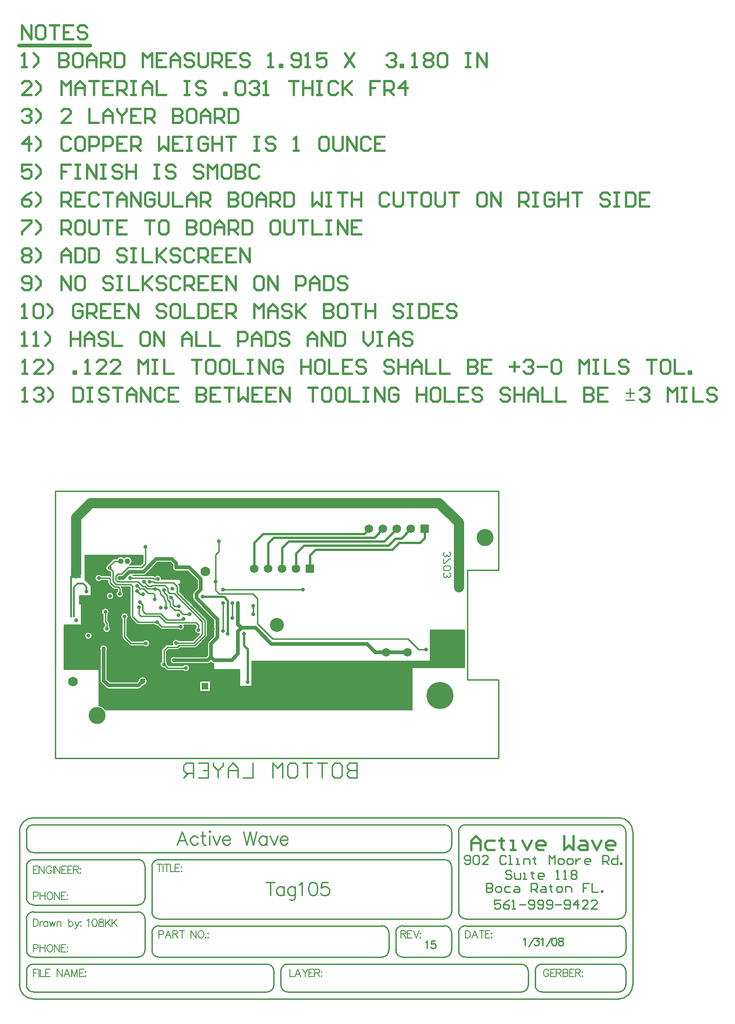
<source format=gbl>
%FSLAX24Y24*%
%MOIN*%
G70*
G01*
G75*
G04 Layer_Physical_Order=2*
G04 Layer_Color=65280*
%ADD10O,0.0240X0.0800*%
%ADD11R,0.0300X0.0300*%
%ADD12R,0.0360X0.0360*%
%ADD13R,0.0500X0.0360*%
%ADD14R,0.0360X0.0360*%
%ADD15R,0.0360X0.0500*%
%ADD16C,0.0400*%
%ADD17R,0.0200X0.0500*%
%ADD18R,0.0236X0.0236*%
%ADD19R,0.0300X0.0300*%
%ADD20R,0.0740X0.0450*%
%ADD21R,0.0748X0.0433*%
%ADD22O,0.0160X0.0600*%
%ADD23R,0.0236X0.1000*%
%ADD24R,0.0236X0.0900*%
%ADD25R,0.0700X0.0236*%
%ADD26R,0.0900X0.0236*%
%ADD27O,0.0160X0.0600*%
%ADD28R,0.0138X0.0354*%
%ADD29R,0.0250X0.0300*%
%ADD30R,0.0640X0.0440*%
%ADD31R,0.0492X0.1181*%
%ADD32R,0.1000X0.1000*%
%ADD33R,0.1000X0.1400*%
%ADD34R,0.1000X0.1300*%
%ADD35R,0.1000X0.1200*%
%ADD36R,0.0138X0.0354*%
%ADD37R,0.0100X0.0100*%
%ADD38R,0.2000X0.1000*%
%ADD39R,0.1600X0.1800*%
%ADD40C,0.0120*%
%ADD41C,0.0150*%
%ADD42C,0.0100*%
%ADD43C,0.0400*%
%ADD44C,0.0250*%
%ADD45C,0.0160*%
%ADD46C,0.0200*%
%ADD47C,0.0140*%
%ADD48C,0.0300*%
%ADD49C,0.0740*%
%ADD50C,0.0060*%
%ADD51C,0.0080*%
%ADD52C,0.0090*%
%ADD53C,0.0050*%
%ADD54R,0.0500X0.0500*%
%ADD55C,0.0700*%
%ADD56C,0.0620*%
%ADD57R,0.0620X0.0620*%
%ADD58C,0.1220*%
%ADD59C,0.1000*%
%ADD60C,0.1950*%
%ADD61C,0.0280*%
%ADD62R,0.0700X0.0700*%
D16*
X5760Y5020D02*
D03*
X4670Y13640D02*
D03*
X4190D02*
D03*
D41*
X17320Y14760D02*
X23390D01*
X16750Y14190D02*
X17320Y14760D01*
X16750Y13100D02*
Y14190D01*
X18160Y14460D02*
X23670D01*
X17750Y13100D02*
Y14050D01*
X18160Y14460D01*
X14400Y15600D02*
X21650D01*
X22000Y15950D01*
X16210Y15050D02*
X23100D01*
X15750Y14590D02*
X16210Y15050D01*
X15750Y13100D02*
Y14590D01*
X23100Y15050D02*
X24000Y15950D01*
X26000Y15290D02*
Y15950D01*
X25670Y14960D02*
X26000Y15290D01*
X24170Y14960D02*
X25670D01*
X23670Y14460D02*
X24170Y14960D01*
X24310Y15260D02*
X25000Y15950D01*
X23890Y15260D02*
X24310D01*
X23390Y14760D02*
X23890Y15260D01*
X11860Y8430D02*
Y10810D01*
X11580Y11090D02*
X11860Y10810D01*
X13030Y7590D02*
Y8430D01*
Y7590D02*
X13290Y7330D01*
Y4960D02*
Y7330D01*
X14750Y13100D02*
Y14940D01*
X15150Y15340D01*
X22390D01*
X23000Y15950D01*
X13750Y13100D02*
Y14950D01*
X14400Y15600D01*
X10060Y11090D02*
X11580D01*
X29335Y-7069D02*
Y-6403D01*
X29668Y-6069D01*
X30002Y-6403D01*
Y-7069D01*
Y-6569D01*
X29335D01*
X31001Y-6403D02*
X30502D01*
X30335Y-6569D01*
Y-6902D01*
X30502Y-7069D01*
X31001D01*
X31501Y-6236D02*
Y-6403D01*
X31335D01*
X31668D01*
X31501D01*
Y-6902D01*
X31668Y-7069D01*
X32168D02*
X32501D01*
X32334D01*
Y-6403D01*
X32168D01*
X33001D02*
X33334Y-7069D01*
X33667Y-6403D01*
X34500Y-7069D02*
X34167D01*
X34000Y-6902D01*
Y-6569D01*
X34167Y-6403D01*
X34500D01*
X34667Y-6569D01*
Y-6736D01*
X34000D01*
X36000Y-6069D02*
Y-7069D01*
X36333Y-6736D01*
X36666Y-7069D01*
Y-6069D01*
X37166Y-6403D02*
X37499D01*
X37666Y-6569D01*
Y-7069D01*
X37166D01*
X36999Y-6902D01*
X37166Y-6736D01*
X37666D01*
X37999Y-6403D02*
X38332Y-7069D01*
X38666Y-6403D01*
X39499Y-7069D02*
X39165D01*
X38999Y-6902D01*
Y-6569D01*
X39165Y-6403D01*
X39499D01*
X39665Y-6569D01*
Y-6736D01*
X38999D01*
X-2884Y25105D02*
X-2551D01*
X-2717D01*
Y26105D01*
X-2884Y25938D01*
X-2051D02*
X-1884Y26105D01*
X-1551D01*
X-1385Y25938D01*
Y25771D01*
X-1551Y25605D01*
X-1718D01*
X-1551D01*
X-1385Y25438D01*
Y25272D01*
X-1551Y25105D01*
X-1884D01*
X-2051Y25272D01*
X-1051Y25105D02*
X-718Y25438D01*
Y25771D01*
X-1051Y26105D01*
X781D02*
Y25105D01*
X1281D01*
X1448Y25272D01*
Y25938D01*
X1281Y26105D01*
X781D01*
X1781D02*
X2114D01*
X1948D01*
Y25105D01*
X1781D01*
X2114D01*
X3281Y25938D02*
X3114Y26105D01*
X2781D01*
X2614Y25938D01*
Y25771D01*
X2781Y25605D01*
X3114D01*
X3281Y25438D01*
Y25272D01*
X3114Y25105D01*
X2781D01*
X2614Y25272D01*
X3614Y26105D02*
X4280D01*
X3947D01*
Y25105D01*
X4614D02*
Y25771D01*
X4947Y26105D01*
X5280Y25771D01*
Y25105D01*
Y25605D01*
X4614D01*
X5613Y25105D02*
Y26105D01*
X6280Y25105D01*
Y26105D01*
X7279Y25938D02*
X7113Y26105D01*
X6780D01*
X6613Y25938D01*
Y25272D01*
X6780Y25105D01*
X7113D01*
X7279Y25272D01*
X8279Y26105D02*
X7613D01*
Y25105D01*
X8279D01*
X7613Y25605D02*
X7946D01*
X9612Y26105D02*
Y25105D01*
X10112D01*
X10278Y25272D01*
Y25438D01*
X10112Y25605D01*
X9612D01*
X10112D01*
X10278Y25771D01*
Y25938D01*
X10112Y26105D01*
X9612D01*
X11278D02*
X10612D01*
Y25105D01*
X11278D01*
X10612Y25605D02*
X10945D01*
X11611Y26105D02*
X12278D01*
X11945D01*
Y25105D01*
X12611Y26105D02*
Y25105D01*
X12944Y25438D01*
X13277Y25105D01*
Y26105D01*
X14277D02*
X13611D01*
Y25105D01*
X14277D01*
X13611Y25605D02*
X13944D01*
X15277Y26105D02*
X14610D01*
Y25105D01*
X15277D01*
X14610Y25605D02*
X14944D01*
X15610Y25105D02*
Y26105D01*
X16276Y25105D01*
Y26105D01*
X17609D02*
X18276D01*
X17943D01*
Y25105D01*
X19109Y26105D02*
X18776D01*
X18609Y25938D01*
Y25272D01*
X18776Y25105D01*
X19109D01*
X19275Y25272D01*
Y25938D01*
X19109Y26105D01*
X20109D02*
X19775D01*
X19609Y25938D01*
Y25272D01*
X19775Y25105D01*
X20109D01*
X20275Y25272D01*
Y25938D01*
X20109Y26105D01*
X20608D02*
Y25105D01*
X21275D01*
X21608Y26105D02*
X21941D01*
X21775D01*
Y25105D01*
X21608D01*
X21941D01*
X22441D02*
Y26105D01*
X23108Y25105D01*
Y26105D01*
X24107Y25938D02*
X23941Y26105D01*
X23607D01*
X23441Y25938D01*
Y25272D01*
X23607Y25105D01*
X23941D01*
X24107Y25272D01*
Y25605D01*
X23774D01*
X25440Y26105D02*
Y25105D01*
Y25605D01*
X26107D01*
Y26105D01*
Y25105D01*
X26940Y26105D02*
X26606D01*
X26440Y25938D01*
Y25272D01*
X26606Y25105D01*
X26940D01*
X27106Y25272D01*
Y25938D01*
X26940Y26105D01*
X27439D02*
Y25105D01*
X28106D01*
X29106Y26105D02*
X28439D01*
Y25105D01*
X29106D01*
X28439Y25605D02*
X28772D01*
X30105Y25938D02*
X29939Y26105D01*
X29605D01*
X29439Y25938D01*
Y25771D01*
X29605Y25605D01*
X29939D01*
X30105Y25438D01*
Y25272D01*
X29939Y25105D01*
X29605D01*
X29439Y25272D01*
X32105Y25938D02*
X31938Y26105D01*
X31605D01*
X31438Y25938D01*
Y25771D01*
X31605Y25605D01*
X31938D01*
X32105Y25438D01*
Y25272D01*
X31938Y25105D01*
X31605D01*
X31438Y25272D01*
X32438Y26105D02*
Y25105D01*
Y25605D01*
X33104D01*
Y26105D01*
Y25105D01*
X33438D02*
Y25771D01*
X33771Y26105D01*
X34104Y25771D01*
Y25105D01*
Y25605D01*
X33438D01*
X34437Y26105D02*
Y25105D01*
X35104D01*
X35437Y26105D02*
Y25105D01*
X36103D01*
X37436Y26105D02*
Y25105D01*
X37936D01*
X38103Y25272D01*
Y25438D01*
X37936Y25605D01*
X37436D01*
X37936D01*
X38103Y25771D01*
Y25938D01*
X37936Y26105D01*
X37436D01*
X39102D02*
X38436D01*
Y25105D01*
X39102D01*
X38436Y25605D02*
X38769D01*
X41435Y25938D02*
X41602Y26105D01*
X41935D01*
X42101Y25938D01*
Y25771D01*
X41935Y25605D01*
X41768D01*
X41935D01*
X42101Y25438D01*
Y25272D01*
X41935Y25105D01*
X41602D01*
X41435Y25272D01*
X43434Y25105D02*
Y26105D01*
X43768Y25771D01*
X44101Y26105D01*
Y25105D01*
X44434Y26105D02*
X44767D01*
X44601D01*
Y25105D01*
X44434D01*
X44767D01*
X45267Y26105D02*
Y25105D01*
X45934D01*
X46933Y25938D02*
X46767Y26105D01*
X46433D01*
X46267Y25938D01*
Y25771D01*
X46433Y25605D01*
X46767D01*
X46933Y25438D01*
Y25272D01*
X46767Y25105D01*
X46433D01*
X46267Y25272D01*
X-2894Y29085D02*
X-2561D01*
X-2727D01*
Y30085D01*
X-2894Y29918D01*
X-2061Y29085D02*
X-1728D01*
X-1894D01*
Y30085D01*
X-2061Y29918D01*
X-1228Y29085D02*
X-895Y29418D01*
Y29751D01*
X-1228Y30085D01*
X605D02*
Y29085D01*
Y29585D01*
X1271D01*
Y30085D01*
Y29085D01*
X1605D02*
Y29751D01*
X1938Y30085D01*
X2271Y29751D01*
Y29085D01*
Y29585D01*
X1605D01*
X3271Y29918D02*
X3104Y30085D01*
X2771D01*
X2604Y29918D01*
Y29751D01*
X2771Y29585D01*
X3104D01*
X3271Y29418D01*
Y29252D01*
X3104Y29085D01*
X2771D01*
X2604Y29252D01*
X3604Y30085D02*
Y29085D01*
X4270D01*
X6103Y30085D02*
X5770D01*
X5603Y29918D01*
Y29252D01*
X5770Y29085D01*
X6103D01*
X6270Y29252D01*
Y29918D01*
X6103Y30085D01*
X6603Y29085D02*
Y30085D01*
X7269Y29085D01*
Y30085D01*
X8602Y29085D02*
Y29751D01*
X8935Y30085D01*
X9269Y29751D01*
Y29085D01*
Y29585D01*
X8602D01*
X9602Y30085D02*
Y29085D01*
X10268D01*
X10602Y30085D02*
Y29085D01*
X11268D01*
X12601D02*
Y30085D01*
X13101D01*
X13267Y29918D01*
Y29585D01*
X13101Y29418D01*
X12601D01*
X13601Y29085D02*
Y29751D01*
X13934Y30085D01*
X14267Y29751D01*
Y29085D01*
Y29585D01*
X13601D01*
X14600Y30085D02*
Y29085D01*
X15100D01*
X15267Y29252D01*
Y29918D01*
X15100Y30085D01*
X14600D01*
X16266Y29918D02*
X16100Y30085D01*
X15767D01*
X15600Y29918D01*
Y29751D01*
X15767Y29585D01*
X16100D01*
X16266Y29418D01*
Y29252D01*
X16100Y29085D01*
X15767D01*
X15600Y29252D01*
X17599Y29085D02*
Y29751D01*
X17933Y30085D01*
X18266Y29751D01*
Y29085D01*
Y29585D01*
X17599D01*
X18599Y29085D02*
Y30085D01*
X19265Y29085D01*
Y30085D01*
X19599D02*
Y29085D01*
X20099D01*
X20265Y29252D01*
Y29918D01*
X20099Y30085D01*
X19599D01*
X21598D02*
Y29418D01*
X21931Y29085D01*
X22264Y29418D01*
Y30085D01*
X22598D02*
X22931D01*
X22764D01*
Y29085D01*
X22598D01*
X22931D01*
X23431D02*
Y29751D01*
X23764Y30085D01*
X24097Y29751D01*
Y29085D01*
Y29585D01*
X23431D01*
X25097Y29918D02*
X24930Y30085D01*
X24597D01*
X24430Y29918D01*
Y29751D01*
X24597Y29585D01*
X24930D01*
X25097Y29418D01*
Y29252D01*
X24930Y29085D01*
X24597D01*
X24430Y29252D01*
X-2228Y47085D02*
X-2894D01*
X-2228Y47751D01*
Y47918D01*
X-2394Y48085D01*
X-2727D01*
X-2894Y47918D01*
X-1894Y47085D02*
X-1561Y47418D01*
Y47751D01*
X-1894Y48085D01*
X-62Y47085D02*
Y48085D01*
X272Y47751D01*
X605Y48085D01*
Y47085D01*
X938D02*
Y47751D01*
X1271Y48085D01*
X1605Y47751D01*
Y47085D01*
Y47585D01*
X938D01*
X1938Y48085D02*
X2604D01*
X2271D01*
Y47085D01*
X3604Y48085D02*
X2937D01*
Y47085D01*
X3604D01*
X2937Y47585D02*
X3271D01*
X3937Y47085D02*
Y48085D01*
X4437D01*
X4604Y47918D01*
Y47585D01*
X4437Y47418D01*
X3937D01*
X4270D02*
X4604Y47085D01*
X4937Y48085D02*
X5270D01*
X5103D01*
Y47085D01*
X4937D01*
X5270D01*
X5770D02*
Y47751D01*
X6103Y48085D01*
X6436Y47751D01*
Y47085D01*
Y47585D01*
X5770D01*
X6769Y48085D02*
Y47085D01*
X7436D01*
X8769Y48085D02*
X9102D01*
X8935D01*
Y47085D01*
X8769D01*
X9102D01*
X10268Y47918D02*
X10102Y48085D01*
X9769D01*
X9602Y47918D01*
Y47751D01*
X9769Y47585D01*
X10102D01*
X10268Y47418D01*
Y47252D01*
X10102Y47085D01*
X9769D01*
X9602Y47252D01*
X11601Y47085D02*
Y47252D01*
X11768D01*
Y47085D01*
X11601D01*
X12434Y47918D02*
X12601Y48085D01*
X12934D01*
X13101Y47918D01*
Y47252D01*
X12934Y47085D01*
X12601D01*
X12434Y47252D01*
Y47918D01*
X13434D02*
X13601Y48085D01*
X13934D01*
X14100Y47918D01*
Y47751D01*
X13934Y47585D01*
X13767D01*
X13934D01*
X14100Y47418D01*
Y47252D01*
X13934Y47085D01*
X13601D01*
X13434Y47252D01*
X14434Y47085D02*
X14767D01*
X14600D01*
Y48085D01*
X14434Y47918D01*
X16266Y48085D02*
X16933D01*
X16600D01*
Y47085D01*
X17266Y48085D02*
Y47085D01*
Y47585D01*
X17933D01*
Y48085D01*
Y47085D01*
X18266Y48085D02*
X18599D01*
X18432D01*
Y47085D01*
X18266D01*
X18599D01*
X19765Y47918D02*
X19599Y48085D01*
X19265D01*
X19099Y47918D01*
Y47252D01*
X19265Y47085D01*
X19599D01*
X19765Y47252D01*
X20099Y48085D02*
Y47085D01*
Y47418D01*
X20765Y48085D01*
X20265Y47585D01*
X20765Y47085D01*
X22764Y48085D02*
X22098D01*
Y47585D01*
X22431D01*
X22098D01*
Y47085D01*
X23098D02*
Y48085D01*
X23597D01*
X23764Y47918D01*
Y47585D01*
X23597Y47418D01*
X23098D01*
X23431D02*
X23764Y47085D01*
X24597D02*
Y48085D01*
X24097Y47585D01*
X24764D01*
X-2894Y33252D02*
X-2727Y33085D01*
X-2394D01*
X-2228Y33252D01*
Y33918D01*
X-2394Y34085D01*
X-2727D01*
X-2894Y33918D01*
Y33751D01*
X-2727Y33585D01*
X-2228D01*
X-1894Y33085D02*
X-1561Y33418D01*
Y33751D01*
X-1894Y34085D01*
X-62Y33085D02*
Y34085D01*
X605Y33085D01*
Y34085D01*
X1438D02*
X1105D01*
X938Y33918D01*
Y33252D01*
X1105Y33085D01*
X1438D01*
X1605Y33252D01*
Y33918D01*
X1438Y34085D01*
X3604Y33918D02*
X3437Y34085D01*
X3104D01*
X2937Y33918D01*
Y33751D01*
X3104Y33585D01*
X3437D01*
X3604Y33418D01*
Y33252D01*
X3437Y33085D01*
X3104D01*
X2937Y33252D01*
X3937Y34085D02*
X4270D01*
X4104D01*
Y33085D01*
X3937D01*
X4270D01*
X4770Y34085D02*
Y33085D01*
X5437D01*
X5770Y34085D02*
Y33085D01*
Y33418D01*
X6436Y34085D01*
X5936Y33585D01*
X6436Y33085D01*
X7436Y33918D02*
X7269Y34085D01*
X6936D01*
X6769Y33918D01*
Y33751D01*
X6936Y33585D01*
X7269D01*
X7436Y33418D01*
Y33252D01*
X7269Y33085D01*
X6936D01*
X6769Y33252D01*
X8436Y33918D02*
X8269Y34085D01*
X7936D01*
X7769Y33918D01*
Y33252D01*
X7936Y33085D01*
X8269D01*
X8436Y33252D01*
X8769Y33085D02*
Y34085D01*
X9269D01*
X9435Y33918D01*
Y33585D01*
X9269Y33418D01*
X8769D01*
X9102D02*
X9435Y33085D01*
X10435Y34085D02*
X9769D01*
Y33085D01*
X10435D01*
X9769Y33585D02*
X10102D01*
X11435Y34085D02*
X10768D01*
Y33085D01*
X11435D01*
X10768Y33585D02*
X11101D01*
X11768Y33085D02*
Y34085D01*
X12434Y33085D01*
Y34085D01*
X14267D02*
X13934D01*
X13767Y33918D01*
Y33252D01*
X13934Y33085D01*
X14267D01*
X14434Y33252D01*
Y33918D01*
X14267Y34085D01*
X14767Y33085D02*
Y34085D01*
X15433Y33085D01*
Y34085D01*
X16766Y33085D02*
Y34085D01*
X17266D01*
X17433Y33918D01*
Y33585D01*
X17266Y33418D01*
X16766D01*
X17766Y33085D02*
Y33751D01*
X18099Y34085D01*
X18432Y33751D01*
Y33085D01*
Y33585D01*
X17766D01*
X18766Y34085D02*
Y33085D01*
X19265D01*
X19432Y33252D01*
Y33918D01*
X19265Y34085D01*
X18766D01*
X20432Y33918D02*
X20265Y34085D01*
X19932D01*
X19765Y33918D01*
Y33751D01*
X19932Y33585D01*
X20265D01*
X20432Y33418D01*
Y33252D01*
X20265Y33085D01*
X19932D01*
X19765Y33252D01*
X-2894Y35918D02*
X-2727Y36085D01*
X-2394D01*
X-2228Y35918D01*
Y35751D01*
X-2394Y35585D01*
X-2228Y35418D01*
Y35252D01*
X-2394Y35085D01*
X-2727D01*
X-2894Y35252D01*
Y35418D01*
X-2727Y35585D01*
X-2894Y35751D01*
Y35918D01*
X-2727Y35585D02*
X-2394D01*
X-1894Y35085D02*
X-1561Y35418D01*
Y35751D01*
X-1894Y36085D01*
X-62Y35085D02*
Y35751D01*
X272Y36085D01*
X605Y35751D01*
Y35085D01*
Y35585D01*
X-62D01*
X938Y36085D02*
Y35085D01*
X1438D01*
X1605Y35252D01*
Y35918D01*
X1438Y36085D01*
X938D01*
X1938D02*
Y35085D01*
X2438D01*
X2604Y35252D01*
Y35918D01*
X2438Y36085D01*
X1938D01*
X4604Y35918D02*
X4437Y36085D01*
X4104D01*
X3937Y35918D01*
Y35751D01*
X4104Y35585D01*
X4437D01*
X4604Y35418D01*
Y35252D01*
X4437Y35085D01*
X4104D01*
X3937Y35252D01*
X4937Y36085D02*
X5270D01*
X5103D01*
Y35085D01*
X4937D01*
X5270D01*
X5770Y36085D02*
Y35085D01*
X6436D01*
X6769Y36085D02*
Y35085D01*
Y35418D01*
X7436Y36085D01*
X6936Y35585D01*
X7436Y35085D01*
X8436Y35918D02*
X8269Y36085D01*
X7936D01*
X7769Y35918D01*
Y35751D01*
X7936Y35585D01*
X8269D01*
X8436Y35418D01*
Y35252D01*
X8269Y35085D01*
X7936D01*
X7769Y35252D01*
X9435Y35918D02*
X9269Y36085D01*
X8935D01*
X8769Y35918D01*
Y35252D01*
X8935Y35085D01*
X9269D01*
X9435Y35252D01*
X9769Y35085D02*
Y36085D01*
X10268D01*
X10435Y35918D01*
Y35585D01*
X10268Y35418D01*
X9769D01*
X10102D02*
X10435Y35085D01*
X11435Y36085D02*
X10768D01*
Y35085D01*
X11435D01*
X10768Y35585D02*
X11101D01*
X12434Y36085D02*
X11768D01*
Y35085D01*
X12434D01*
X11768Y35585D02*
X12101D01*
X12768Y35085D02*
Y36085D01*
X13434Y35085D01*
Y36085D01*
X-2894Y38085D02*
X-2228D01*
Y37918D01*
X-2894Y37252D01*
Y37085D01*
X-1894D02*
X-1561Y37418D01*
Y37751D01*
X-1894Y38085D01*
X-62Y37085D02*
Y38085D01*
X438D01*
X605Y37918D01*
Y37585D01*
X438Y37418D01*
X-62D01*
X272D02*
X605Y37085D01*
X1438Y38085D02*
X1105D01*
X938Y37918D01*
Y37252D01*
X1105Y37085D01*
X1438D01*
X1605Y37252D01*
Y37918D01*
X1438Y38085D01*
X1938D02*
Y37252D01*
X2104Y37085D01*
X2438D01*
X2604Y37252D01*
Y38085D01*
X2937D02*
X3604D01*
X3271D01*
Y37085D01*
X4604Y38085D02*
X3937D01*
Y37085D01*
X4604D01*
X3937Y37585D02*
X4270D01*
X5936Y38085D02*
X6603D01*
X6270D01*
Y37085D01*
X7436Y38085D02*
X7103D01*
X6936Y37918D01*
Y37252D01*
X7103Y37085D01*
X7436D01*
X7603Y37252D01*
Y37918D01*
X7436Y38085D01*
X8935D02*
Y37085D01*
X9435D01*
X9602Y37252D01*
Y37418D01*
X9435Y37585D01*
X8935D01*
X9435D01*
X9602Y37751D01*
Y37918D01*
X9435Y38085D01*
X8935D01*
X10435D02*
X10102D01*
X9935Y37918D01*
Y37252D01*
X10102Y37085D01*
X10435D01*
X10602Y37252D01*
Y37918D01*
X10435Y38085D01*
X10935Y37085D02*
Y37751D01*
X11268Y38085D01*
X11601Y37751D01*
Y37085D01*
Y37585D01*
X10935D01*
X11934Y37085D02*
Y38085D01*
X12434D01*
X12601Y37918D01*
Y37585D01*
X12434Y37418D01*
X11934D01*
X12268D02*
X12601Y37085D01*
X12934Y38085D02*
Y37085D01*
X13434D01*
X13601Y37252D01*
Y37918D01*
X13434Y38085D01*
X12934D01*
X15433D02*
X15100D01*
X14934Y37918D01*
Y37252D01*
X15100Y37085D01*
X15433D01*
X15600Y37252D01*
Y37918D01*
X15433Y38085D01*
X15933D02*
Y37252D01*
X16100Y37085D01*
X16433D01*
X16600Y37252D01*
Y38085D01*
X16933D02*
X17599D01*
X17266D01*
Y37085D01*
X17933Y38085D02*
Y37085D01*
X18599D01*
X18932Y38085D02*
X19265D01*
X19099D01*
Y37085D01*
X18932D01*
X19265D01*
X19765D02*
Y38085D01*
X20432Y37085D01*
Y38085D01*
X21431D02*
X20765D01*
Y37085D01*
X21431D01*
X20765Y37585D02*
X21098D01*
X-2228Y40085D02*
X-2561Y39918D01*
X-2894Y39585D01*
Y39252D01*
X-2727Y39085D01*
X-2394D01*
X-2228Y39252D01*
Y39418D01*
X-2394Y39585D01*
X-2894D01*
X-1894Y39085D02*
X-1561Y39418D01*
Y39751D01*
X-1894Y40085D01*
X-62Y39085D02*
Y40085D01*
X438D01*
X605Y39918D01*
Y39585D01*
X438Y39418D01*
X-62D01*
X272D02*
X605Y39085D01*
X1605Y40085D02*
X938D01*
Y39085D01*
X1605D01*
X938Y39585D02*
X1271D01*
X2604Y39918D02*
X2438Y40085D01*
X2104D01*
X1938Y39918D01*
Y39252D01*
X2104Y39085D01*
X2438D01*
X2604Y39252D01*
X2937Y40085D02*
X3604D01*
X3271D01*
Y39085D01*
X3937D02*
Y39751D01*
X4270Y40085D01*
X4604Y39751D01*
Y39085D01*
Y39585D01*
X3937D01*
X4937Y39085D02*
Y40085D01*
X5603Y39085D01*
Y40085D01*
X6603Y39918D02*
X6436Y40085D01*
X6103D01*
X5936Y39918D01*
Y39252D01*
X6103Y39085D01*
X6436D01*
X6603Y39252D01*
Y39585D01*
X6270D01*
X6936Y40085D02*
Y39252D01*
X7103Y39085D01*
X7436D01*
X7603Y39252D01*
Y40085D01*
X7936D02*
Y39085D01*
X8602D01*
X8935D02*
Y39751D01*
X9269Y40085D01*
X9602Y39751D01*
Y39085D01*
Y39585D01*
X8935D01*
X9935Y39085D02*
Y40085D01*
X10435D01*
X10602Y39918D01*
Y39585D01*
X10435Y39418D01*
X9935D01*
X10268D02*
X10602Y39085D01*
X11934Y40085D02*
Y39085D01*
X12434D01*
X12601Y39252D01*
Y39418D01*
X12434Y39585D01*
X11934D01*
X12434D01*
X12601Y39751D01*
Y39918D01*
X12434Y40085D01*
X11934D01*
X13434D02*
X13101D01*
X12934Y39918D01*
Y39252D01*
X13101Y39085D01*
X13434D01*
X13601Y39252D01*
Y39918D01*
X13434Y40085D01*
X13934Y39085D02*
Y39751D01*
X14267Y40085D01*
X14600Y39751D01*
Y39085D01*
Y39585D01*
X13934D01*
X14934Y39085D02*
Y40085D01*
X15433D01*
X15600Y39918D01*
Y39585D01*
X15433Y39418D01*
X14934D01*
X15267D02*
X15600Y39085D01*
X15933Y40085D02*
Y39085D01*
X16433D01*
X16600Y39252D01*
Y39918D01*
X16433Y40085D01*
X15933D01*
X17933D02*
Y39085D01*
X18266Y39418D01*
X18599Y39085D01*
Y40085D01*
X18932D02*
X19265D01*
X19099D01*
Y39085D01*
X18932D01*
X19265D01*
X19765Y40085D02*
X20432D01*
X20099D01*
Y39085D01*
X20765Y40085D02*
Y39085D01*
Y39585D01*
X21431D01*
Y40085D01*
Y39085D01*
X23431Y39918D02*
X23264Y40085D01*
X22931D01*
X22764Y39918D01*
Y39252D01*
X22931Y39085D01*
X23264D01*
X23431Y39252D01*
X23764Y40085D02*
Y39252D01*
X23931Y39085D01*
X24264D01*
X24430Y39252D01*
Y40085D01*
X24764D02*
X25430D01*
X25097D01*
Y39085D01*
X26263Y40085D02*
X25930D01*
X25763Y39918D01*
Y39252D01*
X25930Y39085D01*
X26263D01*
X26430Y39252D01*
Y39918D01*
X26263Y40085D01*
X26763D02*
Y39252D01*
X26930Y39085D01*
X27263D01*
X27429Y39252D01*
Y40085D01*
X27763D02*
X28429D01*
X28096D01*
Y39085D01*
X30262Y40085D02*
X29929D01*
X29762Y39918D01*
Y39252D01*
X29929Y39085D01*
X30262D01*
X30429Y39252D01*
Y39918D01*
X30262Y40085D01*
X30762Y39085D02*
Y40085D01*
X31428Y39085D01*
Y40085D01*
X32761Y39085D02*
Y40085D01*
X33261D01*
X33428Y39918D01*
Y39585D01*
X33261Y39418D01*
X32761D01*
X33094D02*
X33428Y39085D01*
X33761Y40085D02*
X34094D01*
X33927D01*
Y39085D01*
X33761D01*
X34094D01*
X35260Y39918D02*
X35094Y40085D01*
X34760D01*
X34594Y39918D01*
Y39252D01*
X34760Y39085D01*
X35094D01*
X35260Y39252D01*
Y39585D01*
X34927D01*
X35594Y40085D02*
Y39085D01*
Y39585D01*
X36260D01*
Y40085D01*
Y39085D01*
X36593Y40085D02*
X37260D01*
X36926D01*
Y39085D01*
X39259Y39918D02*
X39092Y40085D01*
X38759D01*
X38593Y39918D01*
Y39751D01*
X38759Y39585D01*
X39092D01*
X39259Y39418D01*
Y39252D01*
X39092Y39085D01*
X38759D01*
X38593Y39252D01*
X39592Y40085D02*
X39925D01*
X39759D01*
Y39085D01*
X39592D01*
X39925D01*
X40425Y40085D02*
Y39085D01*
X40925D01*
X41092Y39252D01*
Y39918D01*
X40925Y40085D01*
X40425D01*
X42091D02*
X41425D01*
Y39085D01*
X42091D01*
X41425Y39585D02*
X41758D01*
X-2228Y42085D02*
X-2894D01*
Y41585D01*
X-2561Y41751D01*
X-2394D01*
X-2228Y41585D01*
Y41252D01*
X-2394Y41085D01*
X-2727D01*
X-2894Y41252D01*
X-1894Y41085D02*
X-1561Y41418D01*
Y41751D01*
X-1894Y42085D01*
X605D02*
X-62D01*
Y41585D01*
X272D01*
X-62D01*
Y41085D01*
X938Y42085D02*
X1271D01*
X1105D01*
Y41085D01*
X938D01*
X1271D01*
X1771D02*
Y42085D01*
X2438Y41085D01*
Y42085D01*
X2771D02*
X3104D01*
X2937D01*
Y41085D01*
X2771D01*
X3104D01*
X4270Y41918D02*
X4104Y42085D01*
X3770D01*
X3604Y41918D01*
Y41751D01*
X3770Y41585D01*
X4104D01*
X4270Y41418D01*
Y41252D01*
X4104Y41085D01*
X3770D01*
X3604Y41252D01*
X4604Y42085D02*
Y41085D01*
Y41585D01*
X5270D01*
Y42085D01*
Y41085D01*
X6603Y42085D02*
X6936D01*
X6769D01*
Y41085D01*
X6603D01*
X6936D01*
X8102Y41918D02*
X7936Y42085D01*
X7603D01*
X7436Y41918D01*
Y41751D01*
X7603Y41585D01*
X7936D01*
X8102Y41418D01*
Y41252D01*
X7936Y41085D01*
X7603D01*
X7436Y41252D01*
X10102Y41918D02*
X9935Y42085D01*
X9602D01*
X9435Y41918D01*
Y41751D01*
X9602Y41585D01*
X9935D01*
X10102Y41418D01*
Y41252D01*
X9935Y41085D01*
X9602D01*
X9435Y41252D01*
X10435Y41085D02*
Y42085D01*
X10768Y41751D01*
X11101Y42085D01*
Y41085D01*
X11934Y42085D02*
X11601D01*
X11435Y41918D01*
Y41252D01*
X11601Y41085D01*
X11934D01*
X12101Y41252D01*
Y41918D01*
X11934Y42085D01*
X12434D02*
Y41085D01*
X12934D01*
X13101Y41252D01*
Y41418D01*
X12934Y41585D01*
X12434D01*
X12934D01*
X13101Y41751D01*
Y41918D01*
X12934Y42085D01*
X12434D01*
X14100Y41918D02*
X13934Y42085D01*
X13601D01*
X13434Y41918D01*
Y41252D01*
X13601Y41085D01*
X13934D01*
X14100Y41252D01*
X-2394Y43085D02*
Y44085D01*
X-2894Y43585D01*
X-2228D01*
X-1894Y43085D02*
X-1561Y43418D01*
Y43751D01*
X-1894Y44085D01*
X605Y43918D02*
X438Y44085D01*
X105D01*
X-62Y43918D01*
Y43252D01*
X105Y43085D01*
X438D01*
X605Y43252D01*
X1438Y44085D02*
X1105D01*
X938Y43918D01*
Y43252D01*
X1105Y43085D01*
X1438D01*
X1605Y43252D01*
Y43918D01*
X1438Y44085D01*
X1938Y43085D02*
Y44085D01*
X2438D01*
X2604Y43918D01*
Y43585D01*
X2438Y43418D01*
X1938D01*
X2937Y43085D02*
Y44085D01*
X3437D01*
X3604Y43918D01*
Y43585D01*
X3437Y43418D01*
X2937D01*
X4604Y44085D02*
X3937D01*
Y43085D01*
X4604D01*
X3937Y43585D02*
X4270D01*
X4937Y43085D02*
Y44085D01*
X5437D01*
X5603Y43918D01*
Y43585D01*
X5437Y43418D01*
X4937D01*
X5270D02*
X5603Y43085D01*
X6936Y44085D02*
Y43085D01*
X7269Y43418D01*
X7603Y43085D01*
Y44085D01*
X8602D02*
X7936D01*
Y43085D01*
X8602D01*
X7936Y43585D02*
X8269D01*
X8935Y44085D02*
X9269D01*
X9102D01*
Y43085D01*
X8935D01*
X9269D01*
X10435Y43918D02*
X10268Y44085D01*
X9935D01*
X9769Y43918D01*
Y43252D01*
X9935Y43085D01*
X10268D01*
X10435Y43252D01*
Y43585D01*
X10102D01*
X10768Y44085D02*
Y43085D01*
Y43585D01*
X11435D01*
Y44085D01*
Y43085D01*
X11768Y44085D02*
X12434D01*
X12101D01*
Y43085D01*
X13767Y44085D02*
X14100D01*
X13934D01*
Y43085D01*
X13767D01*
X14100D01*
X15267Y43918D02*
X15100Y44085D01*
X14767D01*
X14600Y43918D01*
Y43751D01*
X14767Y43585D01*
X15100D01*
X15267Y43418D01*
Y43252D01*
X15100Y43085D01*
X14767D01*
X14600Y43252D01*
X16600Y43085D02*
X16933D01*
X16766D01*
Y44085D01*
X16600Y43918D01*
X18932Y44085D02*
X18599D01*
X18432Y43918D01*
Y43252D01*
X18599Y43085D01*
X18932D01*
X19099Y43252D01*
Y43918D01*
X18932Y44085D01*
X19432D02*
Y43252D01*
X19599Y43085D01*
X19932D01*
X20099Y43252D01*
Y44085D01*
X20432Y43085D02*
Y44085D01*
X21098Y43085D01*
Y44085D01*
X22098Y43918D02*
X21931Y44085D01*
X21598D01*
X21431Y43918D01*
Y43252D01*
X21598Y43085D01*
X21931D01*
X22098Y43252D01*
X23098Y44085D02*
X22431D01*
Y43085D01*
X23098D01*
X22431Y43585D02*
X22764D01*
X-2894Y45918D02*
X-2727Y46085D01*
X-2394D01*
X-2228Y45918D01*
Y45751D01*
X-2394Y45585D01*
X-2561D01*
X-2394D01*
X-2228Y45418D01*
Y45252D01*
X-2394Y45085D01*
X-2727D01*
X-2894Y45252D01*
X-1894Y45085D02*
X-1561Y45418D01*
Y45751D01*
X-1894Y46085D01*
X605Y45085D02*
X-62D01*
X605Y45751D01*
Y45918D01*
X438Y46085D01*
X105D01*
X-62Y45918D01*
X1938Y46085D02*
Y45085D01*
X2604D01*
X2937D02*
Y45751D01*
X3271Y46085D01*
X3604Y45751D01*
Y45085D01*
Y45585D01*
X2937D01*
X3937Y46085D02*
Y45918D01*
X4270Y45585D01*
X4604Y45918D01*
Y46085D01*
X4270Y45585D02*
Y45085D01*
X5603Y46085D02*
X4937D01*
Y45085D01*
X5603D01*
X4937Y45585D02*
X5270D01*
X5936Y45085D02*
Y46085D01*
X6436D01*
X6603Y45918D01*
Y45585D01*
X6436Y45418D01*
X5936D01*
X6270D02*
X6603Y45085D01*
X7936Y46085D02*
Y45085D01*
X8436D01*
X8602Y45252D01*
Y45418D01*
X8436Y45585D01*
X7936D01*
X8436D01*
X8602Y45751D01*
Y45918D01*
X8436Y46085D01*
X7936D01*
X9435D02*
X9102D01*
X8935Y45918D01*
Y45252D01*
X9102Y45085D01*
X9435D01*
X9602Y45252D01*
Y45918D01*
X9435Y46085D01*
X9935Y45085D02*
Y45751D01*
X10268Y46085D01*
X10602Y45751D01*
Y45085D01*
Y45585D01*
X9935D01*
X10935Y45085D02*
Y46085D01*
X11435D01*
X11601Y45918D01*
Y45585D01*
X11435Y45418D01*
X10935D01*
X11268D02*
X11601Y45085D01*
X11935Y46085D02*
Y45085D01*
X12434D01*
X12601Y45252D01*
Y45918D01*
X12434Y46085D01*
X11935D01*
X-2894Y31085D02*
X-2561D01*
X-2727D01*
Y32085D01*
X-2894Y31918D01*
X-2061D02*
X-1894Y32085D01*
X-1561D01*
X-1395Y31918D01*
Y31252D01*
X-1561Y31085D01*
X-1894D01*
X-2061Y31252D01*
Y31918D01*
X-1061Y31085D02*
X-728Y31418D01*
Y31751D01*
X-1061Y32085D01*
X1438Y31918D02*
X1271Y32085D01*
X938D01*
X771Y31918D01*
Y31252D01*
X938Y31085D01*
X1271D01*
X1438Y31252D01*
Y31585D01*
X1105D01*
X1771Y31085D02*
Y32085D01*
X2271D01*
X2438Y31918D01*
Y31585D01*
X2271Y31418D01*
X1771D01*
X2104D02*
X2438Y31085D01*
X3437Y32085D02*
X2771D01*
Y31085D01*
X3437D01*
X2771Y31585D02*
X3104D01*
X4437Y32085D02*
X3770D01*
Y31085D01*
X4437D01*
X3770Y31585D02*
X4104D01*
X4770Y31085D02*
Y32085D01*
X5437Y31085D01*
Y32085D01*
X7436Y31918D02*
X7269Y32085D01*
X6936D01*
X6769Y31918D01*
Y31751D01*
X6936Y31585D01*
X7269D01*
X7436Y31418D01*
Y31252D01*
X7269Y31085D01*
X6936D01*
X6769Y31252D01*
X8269Y32085D02*
X7936D01*
X7769Y31918D01*
Y31252D01*
X7936Y31085D01*
X8269D01*
X8436Y31252D01*
Y31918D01*
X8269Y32085D01*
X8769D02*
Y31085D01*
X9435D01*
X9769Y32085D02*
Y31085D01*
X10268D01*
X10435Y31252D01*
Y31918D01*
X10268Y32085D01*
X9769D01*
X11435D02*
X10768D01*
Y31085D01*
X11435D01*
X10768Y31585D02*
X11101D01*
X11768Y31085D02*
Y32085D01*
X12268D01*
X12434Y31918D01*
Y31585D01*
X12268Y31418D01*
X11768D01*
X12101D02*
X12434Y31085D01*
X13767D02*
Y32085D01*
X14100Y31751D01*
X14434Y32085D01*
Y31085D01*
X14767D02*
Y31751D01*
X15100Y32085D01*
X15433Y31751D01*
Y31085D01*
Y31585D01*
X14767D01*
X16433Y31918D02*
X16266Y32085D01*
X15933D01*
X15767Y31918D01*
Y31751D01*
X15933Y31585D01*
X16266D01*
X16433Y31418D01*
Y31252D01*
X16266Y31085D01*
X15933D01*
X15767Y31252D01*
X16766Y32085D02*
Y31085D01*
Y31418D01*
X17433Y32085D01*
X16933Y31585D01*
X17433Y31085D01*
X18766Y32085D02*
Y31085D01*
X19265D01*
X19432Y31252D01*
Y31418D01*
X19265Y31585D01*
X18766D01*
X19265D01*
X19432Y31751D01*
Y31918D01*
X19265Y32085D01*
X18766D01*
X20265D02*
X19932D01*
X19765Y31918D01*
Y31252D01*
X19932Y31085D01*
X20265D01*
X20432Y31252D01*
Y31918D01*
X20265Y32085D01*
X20765D02*
X21431D01*
X21098D01*
Y31085D01*
X21765Y32085D02*
Y31085D01*
Y31585D01*
X22431D01*
Y32085D01*
Y31085D01*
X24430Y31918D02*
X24264Y32085D01*
X23931D01*
X23764Y31918D01*
Y31751D01*
X23931Y31585D01*
X24264D01*
X24430Y31418D01*
Y31252D01*
X24264Y31085D01*
X23931D01*
X23764Y31252D01*
X24764Y32085D02*
X25097D01*
X24930D01*
Y31085D01*
X24764D01*
X25097D01*
X25597Y32085D02*
Y31085D01*
X26097D01*
X26263Y31252D01*
Y31918D01*
X26097Y32085D01*
X25597D01*
X27263D02*
X26596D01*
Y31085D01*
X27263D01*
X26596Y31585D02*
X26930D01*
X28263Y31918D02*
X28096Y32085D01*
X27763D01*
X27596Y31918D01*
Y31751D01*
X27763Y31585D01*
X28096D01*
X28263Y31418D01*
Y31252D01*
X28096Y31085D01*
X27763D01*
X27596Y31252D01*
X-2894Y51085D02*
Y52085D01*
X-2228Y51085D01*
Y52085D01*
X-1395D02*
X-1728D01*
X-1894Y51918D01*
Y51252D01*
X-1728Y51085D01*
X-1395D01*
X-1228Y51252D01*
Y51918D01*
X-1395Y52085D01*
X-895D02*
X-228D01*
X-561D01*
Y51085D01*
X771Y52085D02*
X105D01*
Y51085D01*
X771D01*
X105Y51585D02*
X438D01*
X1771Y51918D02*
X1605Y52085D01*
X1271D01*
X1105Y51918D01*
Y51751D01*
X1271Y51585D01*
X1605D01*
X1771Y51418D01*
Y51252D01*
X1605Y51085D01*
X1271D01*
X1105Y51252D01*
X-2894Y49085D02*
X-2561D01*
X-2727D01*
Y50085D01*
X-2894Y49918D01*
X-2061Y49085D02*
X-1728Y49418D01*
Y49751D01*
X-2061Y50085D01*
X-228D02*
Y49085D01*
X272D01*
X438Y49252D01*
Y49418D01*
X272Y49585D01*
X-228D01*
X272D01*
X438Y49751D01*
Y49918D01*
X272Y50085D01*
X-228D01*
X1271D02*
X938D01*
X771Y49918D01*
Y49252D01*
X938Y49085D01*
X1271D01*
X1438Y49252D01*
Y49918D01*
X1271Y50085D01*
X1771Y49085D02*
Y49751D01*
X2104Y50085D01*
X2438Y49751D01*
Y49085D01*
Y49585D01*
X1771D01*
X2771Y49085D02*
Y50085D01*
X3271D01*
X3437Y49918D01*
Y49585D01*
X3271Y49418D01*
X2771D01*
X3104D02*
X3437Y49085D01*
X3770Y50085D02*
Y49085D01*
X4270D01*
X4437Y49252D01*
Y49918D01*
X4270Y50085D01*
X3770D01*
X5770Y49085D02*
Y50085D01*
X6103Y49751D01*
X6436Y50085D01*
Y49085D01*
X7436Y50085D02*
X6769D01*
Y49085D01*
X7436D01*
X6769Y49585D02*
X7103D01*
X7769Y49085D02*
Y49751D01*
X8102Y50085D01*
X8436Y49751D01*
Y49085D01*
Y49585D01*
X7769D01*
X9435Y49918D02*
X9269Y50085D01*
X8935D01*
X8769Y49918D01*
Y49751D01*
X8935Y49585D01*
X9269D01*
X9435Y49418D01*
Y49252D01*
X9269Y49085D01*
X8935D01*
X8769Y49252D01*
X9769Y50085D02*
Y49252D01*
X9935Y49085D01*
X10268D01*
X10435Y49252D01*
Y50085D01*
X10768Y49085D02*
Y50085D01*
X11268D01*
X11435Y49918D01*
Y49585D01*
X11268Y49418D01*
X10768D01*
X11101D02*
X11435Y49085D01*
X12434Y50085D02*
X11768D01*
Y49085D01*
X12434D01*
X11768Y49585D02*
X12101D01*
X13434Y49918D02*
X13267Y50085D01*
X12934D01*
X12768Y49918D01*
Y49751D01*
X12934Y49585D01*
X13267D01*
X13434Y49418D01*
Y49252D01*
X13267Y49085D01*
X12934D01*
X12768Y49252D01*
X14767Y49085D02*
X15100D01*
X14934D01*
Y50085D01*
X14767Y49918D01*
X15600Y49085D02*
Y49252D01*
X15767D01*
Y49085D01*
X15600D01*
X16433Y49252D02*
X16600Y49085D01*
X16933D01*
X17099Y49252D01*
Y49918D01*
X16933Y50085D01*
X16600D01*
X16433Y49918D01*
Y49751D01*
X16600Y49585D01*
X17099D01*
X17433Y49085D02*
X17766D01*
X17599D01*
Y50085D01*
X17433Y49918D01*
X18932Y50085D02*
X18266D01*
Y49585D01*
X18599Y49751D01*
X18766D01*
X18932Y49585D01*
Y49252D01*
X18766Y49085D01*
X18432D01*
X18266Y49252D01*
X20265Y50085D02*
X20932Y49085D01*
Y50085D02*
X20265Y49085D01*
X23264Y49918D02*
X23431Y50085D01*
X23764D01*
X23931Y49918D01*
Y49751D01*
X23764Y49585D01*
X23597D01*
X23764D01*
X23931Y49418D01*
Y49252D01*
X23764Y49085D01*
X23431D01*
X23264Y49252D01*
X24264Y49085D02*
Y49252D01*
X24430D01*
Y49085D01*
X24264D01*
X25097D02*
X25430D01*
X25264D01*
Y50085D01*
X25097Y49918D01*
X25930D02*
X26097Y50085D01*
X26430D01*
X26596Y49918D01*
Y49751D01*
X26430Y49585D01*
X26596Y49418D01*
Y49252D01*
X26430Y49085D01*
X26097D01*
X25930Y49252D01*
Y49418D01*
X26097Y49585D01*
X25930Y49751D01*
Y49918D01*
X26097Y49585D02*
X26430D01*
X26930Y49918D02*
X27096Y50085D01*
X27429D01*
X27596Y49918D01*
Y49252D01*
X27429Y49085D01*
X27096D01*
X26930Y49252D01*
Y49918D01*
X28929Y50085D02*
X29262D01*
X29096D01*
Y49085D01*
X28929D01*
X29262D01*
X29762D02*
Y50085D01*
X30429Y49085D01*
Y50085D01*
X-2884Y27095D02*
X-2551D01*
X-2717D01*
Y28095D01*
X-2884Y27928D01*
X-1385Y27095D02*
X-2051D01*
X-1385Y27761D01*
Y27928D01*
X-1551Y28095D01*
X-1884D01*
X-2051Y27928D01*
X-1051Y27095D02*
X-718Y27428D01*
Y27761D01*
X-1051Y28095D01*
X781Y27095D02*
Y27262D01*
X948D01*
Y27095D01*
X781D01*
X1615D02*
X1948D01*
X1781D01*
Y28095D01*
X1615Y27928D01*
X3114Y27095D02*
X2448D01*
X3114Y27761D01*
Y27928D01*
X2947Y28095D01*
X2614D01*
X2448Y27928D01*
X4114Y27095D02*
X3447D01*
X4114Y27761D01*
Y27928D01*
X3947Y28095D01*
X3614D01*
X3447Y27928D01*
X5447Y27095D02*
Y28095D01*
X5780Y27761D01*
X6113Y28095D01*
Y27095D01*
X6446Y28095D02*
X6780D01*
X6613D01*
Y27095D01*
X6446D01*
X6780D01*
X7279Y28095D02*
Y27095D01*
X7946D01*
X9279Y28095D02*
X9945D01*
X9612D01*
Y27095D01*
X10778Y28095D02*
X10445D01*
X10278Y27928D01*
Y27262D01*
X10445Y27095D01*
X10778D01*
X10945Y27262D01*
Y27928D01*
X10778Y28095D01*
X11778D02*
X11445D01*
X11278Y27928D01*
Y27262D01*
X11445Y27095D01*
X11778D01*
X11945Y27262D01*
Y27928D01*
X11778Y28095D01*
X12278D02*
Y27095D01*
X12944D01*
X13277Y28095D02*
X13611D01*
X13444D01*
Y27095D01*
X13277D01*
X13611D01*
X14110D02*
Y28095D01*
X14777Y27095D01*
Y28095D01*
X15777Y27928D02*
X15610Y28095D01*
X15277D01*
X15110Y27928D01*
Y27262D01*
X15277Y27095D01*
X15610D01*
X15777Y27262D01*
Y27595D01*
X15443D01*
X17110Y28095D02*
Y27095D01*
Y27595D01*
X17776D01*
Y28095D01*
Y27095D01*
X18609Y28095D02*
X18276D01*
X18109Y27928D01*
Y27262D01*
X18276Y27095D01*
X18609D01*
X18776Y27262D01*
Y27928D01*
X18609Y28095D01*
X19109D02*
Y27095D01*
X19775D01*
X20775Y28095D02*
X20109D01*
Y27095D01*
X20775D01*
X20109Y27595D02*
X20442D01*
X21775Y27928D02*
X21608Y28095D01*
X21275D01*
X21108Y27928D01*
Y27761D01*
X21275Y27595D01*
X21608D01*
X21775Y27428D01*
Y27262D01*
X21608Y27095D01*
X21275D01*
X21108Y27262D01*
X23774Y27928D02*
X23607Y28095D01*
X23274D01*
X23108Y27928D01*
Y27761D01*
X23274Y27595D01*
X23607D01*
X23774Y27428D01*
Y27262D01*
X23607Y27095D01*
X23274D01*
X23108Y27262D01*
X24107Y28095D02*
Y27095D01*
Y27595D01*
X24774D01*
Y28095D01*
Y27095D01*
X25107D02*
Y27761D01*
X25440Y28095D01*
X25773Y27761D01*
Y27095D01*
Y27595D01*
X25107D01*
X26107Y28095D02*
Y27095D01*
X26773D01*
X27106Y28095D02*
Y27095D01*
X27773D01*
X29106Y28095D02*
Y27095D01*
X29605D01*
X29772Y27262D01*
Y27428D01*
X29605Y27595D01*
X29106D01*
X29605D01*
X29772Y27761D01*
Y27928D01*
X29605Y28095D01*
X29106D01*
X30772D02*
X30105D01*
Y27095D01*
X30772D01*
X30105Y27595D02*
X30439D01*
X32105D02*
X32771D01*
X32438Y27928D02*
Y27262D01*
X33104Y27928D02*
X33271Y28095D01*
X33604D01*
X33771Y27928D01*
Y27761D01*
X33604Y27595D01*
X33438D01*
X33604D01*
X33771Y27428D01*
Y27262D01*
X33604Y27095D01*
X33271D01*
X33104Y27262D01*
X34104Y27595D02*
X34770D01*
X35104Y27928D02*
X35270Y28095D01*
X35604D01*
X35770Y27928D01*
Y27262D01*
X35604Y27095D01*
X35270D01*
X35104Y27262D01*
Y27928D01*
X37103Y27095D02*
Y28095D01*
X37436Y27761D01*
X37769Y28095D01*
Y27095D01*
X38103Y28095D02*
X38436D01*
X38269D01*
Y27095D01*
X38103D01*
X38436D01*
X38936Y28095D02*
Y27095D01*
X39602D01*
X40602Y27928D02*
X40435Y28095D01*
X40102D01*
X39935Y27928D01*
Y27761D01*
X40102Y27595D01*
X40435D01*
X40602Y27428D01*
Y27262D01*
X40435Y27095D01*
X40102D01*
X39935Y27262D01*
X41935Y28095D02*
X42601D01*
X42268D01*
Y27095D01*
X43434Y28095D02*
X43101D01*
X42934Y27928D01*
Y27262D01*
X43101Y27095D01*
X43434D01*
X43601Y27262D01*
Y27928D01*
X43434Y28095D01*
X43934D02*
Y27095D01*
X44601D01*
X44934D02*
Y27262D01*
X45100D01*
Y27095D01*
X44934D01*
D42*
X7930Y10530D02*
Y10870D01*
Y10530D02*
X8060Y10400D01*
X8360D01*
X7780Y11020D02*
X7930Y10870D01*
X4460Y8210D02*
Y9660D01*
Y8210D02*
X4930Y7740D01*
X6000D01*
X12180Y9550D02*
Y10640D01*
X3080Y9290D02*
Y10000D01*
Y9290D02*
X3190Y9180D01*
Y8780D02*
Y9180D01*
X5680Y13180D02*
X5970Y13470D01*
Y14660D01*
X3390Y13280D02*
X3750Y13640D01*
X4190D01*
X3820Y12320D02*
X3970Y12170D01*
X3820Y12320D02*
Y12560D01*
X4710Y13180D02*
X5680D01*
X3978Y12718D02*
X4248D01*
X4710Y13180D01*
X3820Y12560D02*
X3978Y12718D01*
X3860Y11970D02*
X4900D01*
X5043Y11827D01*
X3640Y12190D02*
X3860Y11970D01*
X3640Y12190D02*
Y12900D01*
X3390Y13150D02*
Y13280D01*
Y13150D02*
X3640Y12900D01*
X3440Y12090D02*
Y12350D01*
X3370Y12420D02*
X3440Y12350D01*
X2611Y12420D02*
X3370D01*
X3980Y11790D02*
X4120Y11650D01*
X3440Y12090D02*
X3740Y11790D01*
X3980D01*
X4120Y11280D02*
Y11650D01*
X7280Y6240D02*
X7554Y5966D01*
X8854D01*
X25550Y7300D02*
X26100D01*
X5040Y9660D02*
X5440Y9260D01*
X6800D02*
X7120Y8940D01*
X5440Y9260D02*
X6800D01*
X7120Y8940D02*
X8490D01*
X7730Y10440D02*
X8050Y10120D01*
X7550Y11460D02*
X7680Y11330D01*
X5850Y12150D02*
X5855D01*
X7550Y11460D02*
Y11690D01*
X6250Y12150D02*
X6560D01*
X7280Y7210D02*
X7540Y7470D01*
X7280Y6240D02*
Y7210D01*
X8620Y9430D02*
X8680Y9490D01*
X5480Y9830D02*
Y10330D01*
Y9830D02*
X5630Y9680D01*
X6950D01*
X7410Y9220D01*
X24800Y8050D02*
X25550Y7300D01*
X9600Y9220D02*
X9770Y9050D01*
Y8690D02*
Y9050D01*
X7410Y9220D02*
X9600D01*
X13700Y9830D02*
Y10430D01*
X11530Y8630D02*
Y10640D01*
Y11590D02*
X17250D01*
X7680Y11330D02*
X8010D01*
X9420Y7770D02*
X10040Y8390D01*
Y9300D01*
X8150Y7770D02*
X9420D01*
X8010Y11330D02*
X10040Y9300D01*
X7540Y7470D02*
X8260D01*
X8380Y7590D02*
X9500D01*
X10220Y8310D01*
X8260Y7470D02*
X8380Y7590D01*
X10220Y8310D02*
Y9375D01*
X6480Y12440D02*
X6560Y12360D01*
X6850D01*
X4860Y12440D02*
X6480D01*
X8240Y11355D02*
Y11820D01*
Y11355D02*
X10220Y9375D01*
X7510Y10900D02*
X7730Y10680D01*
X7510Y10900D02*
Y11150D01*
X7280Y11380D02*
Y11560D01*
Y11380D02*
X7510Y11150D01*
X7730Y10440D02*
Y10680D01*
X7330Y10825D02*
X7440Y10715D01*
X7330Y10825D02*
Y10990D01*
X7440Y10290D02*
Y10715D01*
X3970Y12170D02*
X5440D01*
X5040Y9660D02*
Y11823D01*
X6560Y12150D02*
X6623Y12087D01*
X7973D02*
X8240Y11820D01*
X6623Y12087D02*
X7973D01*
X5770Y11840D02*
X5910D01*
X6100Y11650D01*
X5440Y12170D02*
X5770Y11840D01*
X5550Y10700D02*
X5750Y10500D01*
Y10060D02*
Y10500D01*
Y10060D02*
X5950Y9860D01*
X7050D01*
X7480Y9430D01*
X8620D01*
X8050Y10120D02*
X8360D01*
X8650Y9830D02*
X9120D01*
X8360Y10120D02*
X8650Y9830D01*
X5855Y12150D02*
X6175Y11830D01*
X6360D01*
X6430Y11900D02*
X7340D01*
X6360Y11830D02*
X6430Y11900D01*
X7340D02*
X7550Y11690D01*
X7010Y11310D02*
X7330Y10990D01*
X6100Y11650D02*
X6670D01*
Y11630D02*
X6850D01*
X7010Y11310D02*
Y11470D01*
X6850Y11630D02*
X7010Y11470D01*
X6150Y11340D02*
X6500D01*
X6620Y11220D01*
Y10900D02*
Y11220D01*
X5830Y11660D02*
X6150Y11340D01*
X5550Y11660D02*
X5830D01*
X5360Y11850D02*
X5550Y11660D01*
X14000Y9150D02*
Y10950D01*
X13650Y11300D02*
X14000Y10950D01*
Y9150D02*
X15100Y8050D01*
X24800D01*
X5360Y11490D02*
X5601Y11249D01*
X10980Y11560D02*
X11240Y11300D01*
X13650D01*
X10980Y14100D02*
X11210Y14330D01*
Y15050D01*
X5601Y11249D02*
X5801D01*
X10980Y11560D02*
Y14100D01*
X21120Y-854D02*
Y-1920D01*
X20587D01*
X20409Y-1742D01*
Y-1565D01*
X20587Y-1387D01*
X21120D01*
X20587D01*
X20409Y-1209D01*
Y-1031D01*
X20587Y-854D01*
X21120D01*
X19521D02*
X19876D01*
X20054Y-1031D01*
Y-1742D01*
X19876Y-1920D01*
X19521D01*
X19343Y-1742D01*
Y-1031D01*
X19521Y-854D01*
X18987D02*
X18276D01*
X18632D01*
Y-1920D01*
X17921Y-854D02*
X17210D01*
X17566D01*
Y-1920D01*
X16322Y-854D02*
X16677D01*
X16855Y-1031D01*
Y-1742D01*
X16677Y-1920D01*
X16322D01*
X16144Y-1742D01*
Y-1031D01*
X16322Y-854D01*
X15788Y-1920D02*
Y-854D01*
X15433Y-1209D01*
X15078Y-854D01*
Y-1920D01*
X13656Y-854D02*
Y-1920D01*
X12945D01*
X12589D02*
Y-1209D01*
X12234Y-854D01*
X11879Y-1209D01*
Y-1920D01*
Y-1387D01*
X12589D01*
X11523Y-854D02*
Y-1031D01*
X11168Y-1387D01*
X10812Y-1031D01*
Y-854D01*
X11168Y-1387D02*
Y-1920D01*
X9746Y-854D02*
X10457D01*
Y-1920D01*
X9746D01*
X10457Y-1387D02*
X10101D01*
X9390Y-1920D02*
Y-854D01*
X8857D01*
X8680Y-1031D01*
Y-1387D01*
X8857Y-1565D01*
X9390D01*
X9035D02*
X8680Y-1920D01*
X15169Y-15772D02*
G03*
X14669Y-15272I-500J0D01*
G01*
X14681Y-17272D02*
G03*
X15169Y-16775I8J480D01*
G01*
X16169Y-15272D02*
G03*
X15669Y-15772I0J-500D01*
G01*
Y-16772D02*
G03*
X16160Y-17272I500J0D01*
G01*
X33419Y-15772D02*
G03*
X32919Y-15272I-500J0D01*
G01*
X32931Y-17272D02*
G03*
X33419Y-16775I8J480D01*
G01*
X33919Y-16782D02*
G03*
X34418Y-17272I490J0D01*
G01*
X34419Y-15272D02*
G03*
X33919Y-15772I0J-500D01*
G01*
X5919Y-8262D02*
G03*
X5429Y-7772I-490J0D01*
G01*
X5439Y-11022D02*
G03*
X5919Y-10542I0J480D01*
G01*
Y-12012D02*
G03*
X5412Y-11522I-490J0D01*
G01*
X6419Y-11532D02*
G03*
X6909Y-12022I490J0D01*
G01*
X6419Y-14282D02*
G03*
X6909Y-14772I490J0D01*
G01*
X5429D02*
G03*
X5919Y-14282I0J490D01*
G01*
X23419Y-13012D02*
G03*
X22929Y-12522I-490J0D01*
G01*
Y-14772D02*
G03*
X23419Y-14273I0J490D01*
G01*
X23919Y-14262D02*
G03*
X24420Y-14772I510J0D01*
G01*
X24399Y-12522D02*
G03*
X23920Y-13027I0J-480D01*
G01*
X6919Y-12522D02*
G03*
X6419Y-13022I0J-500D01*
G01*
X6919Y-7772D02*
G03*
X6419Y-8272I0J-500D01*
G01*
X-2581Y-14272D02*
G03*
X-2090Y-14772I500J0D01*
G01*
X-2081Y-11522D02*
G03*
X-2581Y-12022I0J-500D01*
G01*
Y-10522D02*
G03*
X-2081Y-11022I500J0D01*
G01*
Y-7772D02*
G03*
X-2581Y-8272I0J-500D01*
G01*
Y-6772D02*
G03*
X-2081Y-7272I500J0D01*
G01*
Y-5272D02*
G03*
X-2581Y-5772I0J-500D01*
G01*
X27919D02*
G03*
X27419Y-5272I-500J0D01*
G01*
X28919D02*
G03*
X28419Y-5772I0J-500D01*
G01*
X27419Y-7272D02*
G03*
X27919Y-6772I0J500D01*
G01*
Y-8272D02*
G03*
X27419Y-7772I-500J0D01*
G01*
X-2081Y-15272D02*
G03*
X-2581Y-15772I0J-500D01*
G01*
X27428Y-12022D02*
G03*
X27919Y-11522I-9J500D01*
G01*
X-2581Y-16772D02*
G03*
X-2090Y-17272I500J0D01*
G01*
X27919Y-13012D02*
G03*
X27429Y-12522I-490J0D01*
G01*
X28419Y-14282D02*
G03*
X28918Y-14772I490J0D01*
G01*
X27419Y-14772D02*
G03*
X27919Y-14272I0J500D01*
G01*
X39919Y-17272D02*
G03*
X40419Y-16772I0J500D01*
G01*
X40419Y-15763D02*
G03*
X39919Y-15272I-500J-9D01*
G01*
Y-14772D02*
G03*
X40419Y-14272I0J500D01*
G01*
Y-5762D02*
G03*
X39912Y-5272I-490J0D01*
G01*
X40919Y-5772D02*
G03*
X39919Y-4772I-1000J0D01*
G01*
Y-17772D02*
G03*
X40919Y-16772I0J1000D01*
G01*
X-3081Y-16762D02*
G03*
X-2088Y-17772I1010J0D01*
G01*
X-2081Y-4772D02*
G03*
X-3081Y-5772I0J-1000D01*
G01*
X28419Y-11522D02*
G03*
X28919Y-12022I500J0D01*
G01*
X39919D02*
G03*
X40419Y-11522I0J500D01*
G01*
X28919Y-12522D02*
G03*
X28419Y-13022I0J-500D01*
G01*
X40419Y-13012D02*
G03*
X39929Y-12522I-490J0D01*
G01*
X16169Y-17272D02*
X32919D01*
X-2081D02*
X14669D01*
X-2081Y-15272D02*
X14669D01*
X16169D02*
X32919D01*
X34419Y-17272D02*
X39919D01*
X34419Y-15272D02*
X39919D01*
X-2081Y-5272D02*
X27419D01*
X-2081Y-17772D02*
X39919D01*
X-2081Y-4772D02*
X39919D01*
X-2081Y-14772D02*
X5419D01*
X-2081Y-11522D02*
X5419D01*
X-2081Y-11022D02*
X5419D01*
X-2081Y-7772D02*
X5419D01*
X-2081Y-7272D02*
X27419D01*
X6919Y-7772D02*
X27419D01*
X6919Y-12522D02*
X22919D01*
X6919Y-14772D02*
X22919D01*
X24419D02*
X27419D01*
X24419Y-12522D02*
X27419D01*
X28919Y-14772D02*
X39919D01*
X28919Y-5272D02*
X39919D01*
X6919Y-12022D02*
X27419D01*
X28919D02*
X39919D01*
X28919Y-12522D02*
X39919D01*
X15169Y-16772D02*
Y-15772D01*
X15669Y-16772D02*
Y-15772D01*
X33419Y-16772D02*
Y-15772D01*
X33919Y-16772D02*
Y-15772D01*
X40919Y-16772D02*
Y-5772D01*
X-2581Y-14272D02*
Y-12022D01*
X5919Y-14272D02*
Y-12022D01*
X-2581Y-10522D02*
Y-8272D01*
X5919Y-10522D02*
Y-8272D01*
X-2581Y-6772D02*
Y-5772D01*
X27919Y-6772D02*
Y-5772D01*
Y-11522D02*
Y-8272D01*
X6419Y-11522D02*
Y-8272D01*
X23419Y-14272D02*
Y-13022D01*
X6419Y-14272D02*
Y-13022D01*
X23919Y-14272D02*
Y-13022D01*
X27919Y-14272D02*
Y-13022D01*
X40419Y-16772D02*
Y-15772D01*
X-2581Y-16772D02*
Y-15772D01*
X-3081Y-16772D02*
Y-5772D01*
X28419Y-11522D02*
Y-5772D01*
X40419Y-11522D02*
Y-5772D01*
X28419Y-14272D02*
Y-13022D01*
X40419Y-14272D02*
Y-13012D01*
X30435Y-9479D02*
Y-10119D01*
X30755D01*
X30862Y-10012D01*
Y-9906D01*
X30755Y-9799D01*
X30435D01*
X30755D01*
X30862Y-9692D01*
Y-9586D01*
X30755Y-9479D01*
X30435D01*
X31182Y-10119D02*
X31395D01*
X31502Y-10012D01*
Y-9799D01*
X31395Y-9692D01*
X31182D01*
X31075Y-9799D01*
Y-10012D01*
X31182Y-10119D01*
X32141Y-9692D02*
X31821D01*
X31715Y-9799D01*
Y-10012D01*
X31821Y-10119D01*
X32141D01*
X32461Y-9692D02*
X32675D01*
X32781Y-9799D01*
Y-10119D01*
X32461D01*
X32355Y-10012D01*
X32461Y-9906D01*
X32781D01*
X33634Y-10119D02*
Y-9479D01*
X33954D01*
X34061Y-9586D01*
Y-9799D01*
X33954Y-9906D01*
X33634D01*
X33847D02*
X34061Y-10119D01*
X34381Y-9692D02*
X34594D01*
X34701Y-9799D01*
Y-10119D01*
X34381D01*
X34274Y-10012D01*
X34381Y-9906D01*
X34701D01*
X35020Y-9586D02*
Y-9692D01*
X34914D01*
X35127D01*
X35020D01*
Y-10012D01*
X35127Y-10119D01*
X35554D02*
X35767D01*
X35873Y-10012D01*
Y-9799D01*
X35767Y-9692D01*
X35554D01*
X35447Y-9799D01*
Y-10012D01*
X35554Y-10119D01*
X36087D02*
Y-9692D01*
X36407D01*
X36513Y-9799D01*
Y-10119D01*
X37793Y-9479D02*
X37366D01*
Y-9799D01*
X37580D01*
X37366D01*
Y-10119D01*
X38006Y-9479D02*
Y-10119D01*
X38433D01*
X38646D02*
Y-10012D01*
X38753D01*
Y-10119D01*
X38646D01*
X28835Y-8012D02*
X28942Y-8119D01*
X29155D01*
X29262Y-8012D01*
Y-7586D01*
X29155Y-7479D01*
X28942D01*
X28835Y-7586D01*
Y-7692D01*
X28942Y-7799D01*
X29262D01*
X29475Y-7586D02*
X29582Y-7479D01*
X29795D01*
X29902Y-7586D01*
Y-8012D01*
X29795Y-8119D01*
X29582D01*
X29475Y-8012D01*
Y-7586D01*
X30541Y-8119D02*
X30115D01*
X30541Y-7692D01*
Y-7586D01*
X30435Y-7479D01*
X30221D01*
X30115Y-7586D01*
X31821D02*
X31714Y-7479D01*
X31501D01*
X31394Y-7586D01*
Y-8012D01*
X31501Y-8119D01*
X31714D01*
X31821Y-8012D01*
X32034Y-8119D02*
X32247D01*
X32141D01*
Y-7479D01*
X32034D01*
X32567Y-8119D02*
X32781D01*
X32674D01*
Y-7692D01*
X32567D01*
X33101Y-8119D02*
Y-7692D01*
X33420D01*
X33527Y-7799D01*
Y-8119D01*
X33847Y-7586D02*
Y-7692D01*
X33740D01*
X33954D01*
X33847D01*
Y-8012D01*
X33954Y-8119D01*
X34913D02*
Y-7479D01*
X35127Y-7692D01*
X35340Y-7479D01*
Y-8119D01*
X35660D02*
X35873D01*
X35980Y-8012D01*
Y-7799D01*
X35873Y-7692D01*
X35660D01*
X35553Y-7799D01*
Y-8012D01*
X35660Y-8119D01*
X36299D02*
X36513D01*
X36619Y-8012D01*
Y-7799D01*
X36513Y-7692D01*
X36299D01*
X36193Y-7799D01*
Y-8012D01*
X36299Y-8119D01*
X36833Y-7692D02*
Y-8119D01*
Y-7906D01*
X36939Y-7799D01*
X37046Y-7692D01*
X37153D01*
X37792Y-8119D02*
X37579D01*
X37472Y-8012D01*
Y-7799D01*
X37579Y-7692D01*
X37792D01*
X37899Y-7799D01*
Y-7906D01*
X37472D01*
X38752Y-8119D02*
Y-7479D01*
X39072D01*
X39179Y-7586D01*
Y-7799D01*
X39072Y-7906D01*
X38752D01*
X38965D02*
X39179Y-8119D01*
X39818Y-7479D02*
Y-8119D01*
X39498D01*
X39392Y-8012D01*
Y-7799D01*
X39498Y-7692D01*
X39818D01*
X40032Y-8119D02*
Y-8012D01*
X40138D01*
Y-8119D01*
X40032D01*
X31412Y-10679D02*
X30985D01*
Y-10999D01*
X31198Y-10892D01*
X31305D01*
X31412Y-10999D01*
Y-11212D01*
X31305Y-11319D01*
X31092D01*
X30985Y-11212D01*
X32052Y-10679D02*
X31838Y-10786D01*
X31625Y-10999D01*
Y-11212D01*
X31732Y-11319D01*
X31945D01*
X32052Y-11212D01*
Y-11106D01*
X31945Y-10999D01*
X31625D01*
X32265Y-11319D02*
X32478D01*
X32371D01*
Y-10679D01*
X32265Y-10786D01*
X32798Y-10999D02*
X33224D01*
X33438Y-11212D02*
X33544Y-11319D01*
X33758D01*
X33864Y-11212D01*
Y-10786D01*
X33758Y-10679D01*
X33544D01*
X33438Y-10786D01*
Y-10892D01*
X33544Y-10999D01*
X33864D01*
X34078Y-11212D02*
X34184Y-11319D01*
X34397D01*
X34504Y-11212D01*
Y-10786D01*
X34397Y-10679D01*
X34184D01*
X34078Y-10786D01*
Y-10892D01*
X34184Y-10999D01*
X34504D01*
X34717Y-11212D02*
X34824Y-11319D01*
X35037D01*
X35144Y-11212D01*
Y-10786D01*
X35037Y-10679D01*
X34824D01*
X34717Y-10786D01*
Y-10892D01*
X34824Y-10999D01*
X35144D01*
X35357D02*
X35784D01*
X35997Y-11212D02*
X36104Y-11319D01*
X36317D01*
X36423Y-11212D01*
Y-10786D01*
X36317Y-10679D01*
X36104D01*
X35997Y-10786D01*
Y-10892D01*
X36104Y-10999D01*
X36423D01*
X36957Y-11319D02*
Y-10679D01*
X36637Y-10999D01*
X37063D01*
X37703Y-11319D02*
X37277D01*
X37703Y-10892D01*
Y-10786D01*
X37596Y-10679D01*
X37383D01*
X37277Y-10786D01*
X38343Y-11319D02*
X37916D01*
X38343Y-10892D01*
Y-10786D01*
X38236Y-10679D01*
X38023D01*
X37916Y-10786D01*
X32212Y-8636D02*
X32105Y-8529D01*
X31892D01*
X31785Y-8636D01*
Y-8742D01*
X31892Y-8849D01*
X32105D01*
X32212Y-8956D01*
Y-9062D01*
X32105Y-9169D01*
X31892D01*
X31785Y-9062D01*
X32425Y-8742D02*
Y-9062D01*
X32532Y-9169D01*
X32852D01*
Y-8742D01*
X33065Y-9169D02*
X33278D01*
X33171D01*
Y-8742D01*
X33065D01*
X33705Y-8636D02*
Y-8742D01*
X33598D01*
X33811D01*
X33705D01*
Y-9062D01*
X33811Y-9169D01*
X34451D02*
X34238D01*
X34131Y-9062D01*
Y-8849D01*
X34238Y-8742D01*
X34451D01*
X34558Y-8849D01*
Y-8956D01*
X34131D01*
X35411Y-9169D02*
X35624D01*
X35517D01*
Y-8529D01*
X35411Y-8636D01*
X35944Y-9169D02*
X36157D01*
X36051D01*
Y-8529D01*
X35944Y-8636D01*
X36477D02*
X36584Y-8529D01*
X36797D01*
X36904Y-8636D01*
Y-8742D01*
X36797Y-8849D01*
X36904Y-8956D01*
Y-9062D01*
X36797Y-9169D01*
X36584D01*
X36477Y-9062D01*
Y-8956D01*
X36584Y-8849D01*
X36477Y-8742D01*
Y-8636D01*
X36584Y-8849D02*
X36797D01*
X40410Y25190D02*
X41030D01*
X40720Y25390D02*
Y26030D01*
X40410Y25710D02*
X41030D01*
X29050Y5140D02*
X29400D01*
X29050D02*
Y6560D01*
X29400Y5140D02*
X31300D01*
X-500Y18650D02*
X31300D01*
Y13000D02*
Y18650D01*
X29050Y6560D02*
Y13000D01*
X-500Y-500D02*
Y18650D01*
Y-500D02*
X31300D01*
Y5140D01*
X29050Y13000D02*
X31300D01*
D44*
X3310Y4720D02*
X5460D01*
X5760Y5020D01*
X12150Y6530D02*
X12600Y6980D01*
X12850Y8850D02*
X13850D01*
X12600Y9100D02*
X12850Y8850D01*
X12600Y8600D02*
X12850Y8850D01*
X12600Y9100D02*
Y10640D01*
Y6980D02*
Y8600D01*
X2960Y5070D02*
X3310Y4720D01*
X2960Y5070D02*
Y7370D01*
X10660Y6750D02*
X10880Y6530D01*
X10440D02*
X10660Y6750D01*
X10880Y6530D02*
X12150D01*
X4090Y12440D02*
X4360D01*
X4780Y12860D01*
X23225Y7111D02*
X24775D01*
X8170Y13180D02*
Y13490D01*
X4780Y12860D02*
X5810D01*
X6740Y13790D02*
X7870D01*
X5810Y12860D02*
X6740Y13790D01*
X7870D02*
X8170Y13490D01*
X13850Y8850D02*
X15000Y7700D01*
X22450Y7111D02*
X23225D01*
X21861Y7700D02*
X22450Y7111D01*
X9930Y11590D02*
Y12350D01*
X9100Y13180D02*
X9930Y12350D01*
X9620Y11280D02*
X9930Y11590D01*
X9620Y10980D02*
Y11280D01*
X8170Y13180D02*
X9100D01*
X11130Y8150D02*
Y9470D01*
X10660Y7680D02*
X11130Y8150D01*
X10660Y6750D02*
Y7680D01*
X9620Y10980D02*
X11130Y9470D01*
X8000Y6530D02*
X10440D01*
X15000Y7700D02*
X21861D01*
X-3094Y50635D02*
X2006D01*
D47*
X1740Y11470D02*
Y11780D01*
X1500Y12020D02*
X1740Y11780D01*
X1090Y12020D02*
X1500D01*
X840Y9670D02*
Y11770D01*
X1090Y12020D01*
X610Y9670D02*
Y12530D01*
X830Y12750D01*
X980D01*
Y13500D01*
D48*
X9411Y5221D02*
X9690Y5500D01*
X8854Y5221D02*
X9411D01*
X9690Y5500D02*
X10260D01*
D49*
X980Y12750D02*
Y16750D01*
X2041Y17811D01*
X27041D01*
X28455Y16396D01*
Y11766D02*
Y16396D01*
D51*
X3096Y2960D02*
G03*
X2610Y3269I-603J-412D01*
G01*
X3096Y2960D02*
G03*
X2610Y3269I-603J-412D01*
G01*
X2715Y5070D02*
G03*
X2787Y4897I245J0D01*
G01*
X3137Y4547D02*
G03*
X3310Y4475I173J173D01*
G01*
X3137Y4547D02*
G03*
X3310Y4475I173J173D01*
G01*
X2715Y5070D02*
G03*
X2787Y4897I245J0D01*
G01*
X3220Y7370D02*
G03*
X2715Y7283I-260J0D01*
G01*
X2120Y8280D02*
G03*
X2120Y8280I-260J0D01*
G01*
X3205Y7283D02*
G03*
X3220Y7370I-245J87D01*
G01*
X4810Y7620D02*
G03*
X4930Y7570I120J120D01*
G01*
X4810Y7620D02*
G03*
X4930Y7570I120J120D01*
G01*
X4290Y8210D02*
G03*
X4340Y8090I170J0D01*
G01*
X4290Y8210D02*
G03*
X4340Y8090I170J0D01*
G01*
X3020Y8977D02*
G03*
X3450Y8780I170J-197D01*
G01*
X2910Y9290D02*
G03*
X2960Y9170I170J0D01*
G01*
X2910Y9290D02*
G03*
X2960Y9170I170J0D01*
G01*
X3450Y8780D02*
G03*
X3360Y8977I-260J0D01*
G01*
Y9180D02*
G03*
X3310Y9300I-170J0D01*
G01*
X3360Y9180D02*
G03*
X3310Y9300I-170J0D01*
G01*
X3250Y9803D02*
G03*
X3340Y10000I-170J197D01*
G01*
D02*
G03*
X2910Y9803I-260J0D01*
G01*
X3270Y12090D02*
G03*
X3320Y11970I170J0D01*
G01*
X3270Y12090D02*
G03*
X3320Y11970I170J0D01*
G01*
X2808Y12590D02*
G03*
X2808Y12250I-197J-170D01*
G01*
X3470Y12557D02*
G03*
X3370Y12590I-100J-137D01*
G01*
X3470Y12557D02*
G03*
X3370Y12590I-100J-137D01*
G01*
X3270Y13400D02*
G03*
X3242Y13364I120J-120D01*
G01*
X3270Y13400D02*
G03*
X3242Y13364I120J-120D01*
G01*
D02*
G03*
X3409Y12891I148J-214D01*
G01*
X3680Y11140D02*
G03*
X3680Y11140I-260J0D01*
G01*
X4630Y9463D02*
G03*
X4720Y9660I-170J197D01*
G01*
X4870D02*
G03*
X4920Y9540I170J0D01*
G01*
X4870Y9660D02*
G03*
X4920Y9540I170J0D01*
G01*
X4720Y9660D02*
G03*
X4290Y9463I-260J0D01*
G01*
X4380Y11280D02*
G03*
X4290Y11477I-260J0D01*
G01*
X3950D02*
G03*
X4380Y11280I170J-197D01*
G01*
X3620Y11670D02*
G03*
X3740Y11620I120J120D01*
G01*
X3620Y11670D02*
G03*
X3740Y11620I120J120D01*
G01*
X3750Y13810D02*
G03*
X3630Y13760I0J-170D01*
G01*
X3750Y13810D02*
G03*
X3630Y13760I0J-170D01*
G01*
X4430Y13852D02*
G03*
X3919Y13810I-240J-212D01*
G01*
X4290Y11650D02*
G03*
X4240Y11770I-170J0D01*
G01*
X4290Y11650D02*
G03*
X4240Y11770I-170J0D01*
G01*
X4990Y13640D02*
G03*
X4430Y13852I-320J0D01*
G01*
X4805Y13350D02*
G03*
X4990Y13640I-135J290D01*
G01*
X5460Y4475D02*
G03*
X5633Y4547I0J245D01*
G01*
X5460Y4475D02*
G03*
X5633Y4547I0J245D01*
G01*
X6080Y5020D02*
G03*
X5441Y5048I-320J0D01*
G01*
X5788Y4701D02*
G03*
X6080Y5020I-28J319D01*
G01*
X7434Y5846D02*
G03*
X7554Y5796I120J120D01*
G01*
X7434Y5846D02*
G03*
X7554Y5796I120J120D01*
G01*
X8657D02*
G03*
X9114Y5966I197J170D01*
G01*
D02*
G03*
X8657Y6136I-260J0D01*
G01*
X7110Y6437D02*
G03*
X7299Y5981I170J-197D01*
G01*
X7540Y6240D02*
G03*
X7450Y6437I-260J0D01*
G01*
X7160Y7330D02*
G03*
X7110Y7210I120J-120D01*
G01*
X7160Y7330D02*
G03*
X7110Y7210I120J-120D01*
G01*
X8087Y6775D02*
G03*
X8087Y6285I-87J-245D01*
G01*
X8260Y7300D02*
G03*
X8380Y7350I0J170D01*
G01*
X8260Y7300D02*
G03*
X8380Y7350I0J170D01*
G01*
X9393Y6285D02*
G03*
X9567Y6285I87J245D01*
G01*
X10440D02*
G03*
X10613Y6357I0J245D01*
G01*
X10440Y6285D02*
G03*
X10613Y6357I0J245D01*
G01*
X10707Y6357D02*
G03*
X10860Y6286I173J173D01*
G01*
X10707Y6357D02*
G03*
X10860Y6286I173J173D01*
G01*
X9567Y6775D02*
G03*
X9393Y6775I-87J-245D01*
G01*
X5803Y7570D02*
G03*
X6260Y7740I197J170D01*
G01*
D02*
G03*
X5803Y7910I-260J0D01*
G01*
X5320Y9140D02*
G03*
X5440Y9090I120J120D01*
G01*
X5320Y9140D02*
G03*
X5440Y9090I120J120D01*
G01*
X5810Y12615D02*
G03*
X5983Y12687I0J245D01*
G01*
X5810Y12615D02*
G03*
X5983Y12687I0J245D01*
G01*
X6600Y12560D02*
G03*
X6480Y12610I-120J-120D01*
G01*
X7540Y7640D02*
G03*
X7420Y7590I0J-170D01*
G01*
X7540Y7640D02*
G03*
X7420Y7590I0J-170D01*
G01*
X8347Y7940D02*
G03*
X7925Y7640I-197J-170D01*
G01*
X7000Y8820D02*
G03*
X7120Y8770I120J120D01*
G01*
X7000Y8820D02*
G03*
X7120Y8770I120J120D01*
G01*
X6603Y9090D02*
G03*
X6819Y9001I197J170D01*
G01*
X6600Y12560D02*
G03*
X6480Y12610I-120J-120D01*
G01*
X7107Y12320D02*
G03*
X7110Y12360I-257J40D01*
G01*
D02*
G03*
X6653Y12530I-260J0D01*
G01*
X8293Y8770D02*
G03*
X8750Y8940I197J170D01*
G01*
D02*
G03*
X8726Y9050I-260J0D01*
G01*
X8340Y11980D02*
G03*
X8510Y12150I0J170D01*
G01*
X8410Y11820D02*
G03*
X8360Y11940I-170J0D01*
G01*
X8410Y11820D02*
G03*
X8360Y11940I-170J0D01*
G01*
X8510Y12150D02*
G03*
X8340Y12320I-170J0D01*
G01*
X7925Y13267D02*
G03*
X8257Y12935I245J-87D01*
G01*
X9500Y7420D02*
G03*
X9620Y7470I0J170D01*
G01*
X9500Y7420D02*
G03*
X9620Y7470I0J170D01*
G01*
X9600Y8887D02*
G03*
X9853Y8444I170J-197D01*
G01*
X10487Y7853D02*
G03*
X10415Y7680I173J-173D01*
G01*
X10487Y7853D02*
G03*
X10415Y7680I173J-173D01*
G01*
X10340Y8190D02*
G03*
X10390Y8310I-120J120D01*
G01*
X10340Y8190D02*
G03*
X10390Y8310I-120J120D01*
G01*
Y9375D02*
G03*
X10340Y9495I-170J0D01*
G01*
X10390Y9375D02*
G03*
X10340Y9495I-170J0D01*
G01*
X9375Y10980D02*
G03*
X9447Y10807I245J0D01*
G01*
X9375Y10980D02*
G03*
X9447Y10807I245J0D01*
G01*
X9447Y11453D02*
G03*
X9375Y11280I173J-173D01*
G01*
X9447Y11453D02*
G03*
X9375Y11280I173J-173D01*
G01*
X2610Y3521D02*
X3171Y2960D01*
X2610Y3804D02*
X3454Y2960D01*
X2610Y4016D02*
X3666Y2960D01*
X2610Y3945D02*
X3595Y2960D01*
X2610Y3592D02*
X3242Y2960D01*
X2610Y3733D02*
X3383Y2960D01*
X2610Y3662D02*
X3312Y2960D01*
X2610Y3874D02*
X3524Y2960D01*
X2610Y4157D02*
X3807Y2960D01*
X2610Y4087D02*
X3737Y2960D01*
X3138Y4194D02*
X4373Y2960D01*
X3068Y4194D02*
X4302Y2960D01*
X3120D02*
X4355Y4194D01*
X3262Y2960D02*
X4496Y4194D01*
X3191Y2960D02*
X4425Y4194D01*
X3209D02*
X4444Y2960D01*
X2785Y4194D02*
X4019Y2960D01*
X2644Y4194D02*
X3878Y2960D01*
X2714Y4194D02*
X3949Y2960D01*
X2997Y4194D02*
X4232Y2960D01*
X2856Y4194D02*
X4090Y2960D01*
X2926Y4194D02*
X4161Y2960D01*
X3563Y4194D02*
X4797Y2960D01*
X3492Y4194D02*
X4726Y2960D01*
X3544D02*
X4779Y4194D01*
X3686Y2960D02*
X4920Y4194D01*
X3615Y2960D02*
X4850Y4194D01*
X3633D02*
X4868Y2960D01*
X3351Y4194D02*
X4585Y2960D01*
X3280Y4194D02*
X4514Y2960D01*
X3332D02*
X4567Y4194D01*
X3474Y2960D02*
X4708Y4194D01*
X3403Y2960D02*
X4637Y4194D01*
X3421D02*
X4656Y2960D01*
X3987Y4194D02*
X5221Y2960D01*
X3916Y4194D02*
X5151Y2960D01*
X3969D02*
X5203Y4194D01*
X4110Y2960D02*
X5345Y4194D01*
X4039Y2960D02*
X5274Y4194D01*
X4058D02*
X5292Y2960D01*
X3775Y4194D02*
X5009Y2960D01*
X3704Y4194D02*
X4939Y2960D01*
X3757D02*
X4991Y4194D01*
X3898Y2960D02*
X5132Y4194D01*
X3827Y2960D02*
X5062Y4194D01*
X3846D02*
X5080Y2960D01*
X5241D02*
X6476Y4194D01*
X5171Y2960D02*
X6405Y4194D01*
X5189D02*
X6424Y2960D01*
X6797D02*
X8032Y4194D01*
X6726Y2960D02*
X7961Y4194D01*
X6745D02*
X7979Y2960D01*
X5048Y4194D02*
X6282Y2960D01*
X4977Y4194D02*
X6211Y2960D01*
X5029D02*
X6264Y4194D01*
X3096Y2960D02*
X12710D01*
X5100D02*
X6334Y4194D01*
X5118D02*
X6353Y2960D01*
X7292D02*
X8527Y4194D01*
X7221Y2960D02*
X8456Y4194D01*
X7240D02*
X8474Y2960D01*
X7381Y4194D02*
X8616Y2960D01*
X7310Y4194D02*
X8545Y2960D01*
X7363D02*
X8597Y4194D01*
X7080Y2960D02*
X8314Y4194D01*
X6815D02*
X8050Y2960D01*
X6868D02*
X8102Y4194D01*
X7169D02*
X8403Y2960D01*
X7098Y4194D02*
X8333Y2960D01*
X7151D02*
X8385Y4194D01*
X4411D02*
X5646Y2960D01*
X4341Y4194D02*
X5575Y2960D01*
X4393D02*
X5627Y4194D01*
X4534Y2960D02*
X5769Y4194D01*
X4464Y2960D02*
X5698Y4194D01*
X4482D02*
X5716Y2960D01*
X4199Y4194D02*
X5434Y2960D01*
X4128Y4194D02*
X5363Y2960D01*
X4181D02*
X5415Y4194D01*
X4322Y2960D02*
X5557Y4194D01*
X4251Y2960D02*
X5486Y4194D01*
X4270D02*
X5504Y2960D01*
X4836Y4194D02*
X6070Y2960D01*
X4765Y4194D02*
X5999Y2960D01*
X4817D02*
X6052Y4194D01*
X4959Y2960D02*
X6193Y4194D01*
X4888Y2960D02*
X6122Y4194D01*
X4906D02*
X6141Y2960D01*
X4623Y4194D02*
X5858Y2960D01*
X4553Y4194D02*
X5787Y2960D01*
X4605D02*
X5839Y4194D01*
X4746Y2960D02*
X5981Y4194D01*
X4676Y2960D02*
X5910Y4194D01*
X4694D02*
X5929Y2960D01*
X2610Y3309D02*
X2659Y3259D01*
X2610Y3450D02*
X2918Y3142D01*
X2610Y3379D02*
X2762Y3227D01*
X2610Y3298D02*
X3506Y4194D01*
X2610Y3440D02*
X3365Y4194D01*
X2610Y3369D02*
X3435Y4194D01*
X2610Y3793D02*
X3011Y4194D01*
X2610Y4006D02*
X2799Y4194D01*
X2610Y3935D02*
X2870Y4194D01*
X2610Y3511D02*
X3294Y4194D01*
X2610Y3723D02*
X3082Y4194D01*
X2610Y3581D02*
X3223Y4194D01*
X2804Y3209D02*
X3789Y4194D01*
X2701Y3248D02*
X3647Y4194D01*
X2754Y3230D02*
X3718Y4194D01*
X2894Y3158D02*
X3930Y4194D01*
X2804Y3209D02*
X3789Y4194D01*
X2850Y3185D02*
X3860Y4194D01*
X2610Y4076D02*
X2728Y4194D01*
X2610Y3269D02*
Y4194D01*
Y4147D02*
X2658Y4194D01*
X2645Y3263D02*
X3577Y4194D01*
X2610Y3864D02*
X2940Y4194D01*
X2610Y3652D02*
X3152Y4194D01*
X5383Y2960D02*
X6617Y4194D01*
X5312Y2960D02*
X6547Y4194D01*
X5331D02*
X6565Y2960D01*
X5472Y4194D02*
X6706Y2960D01*
X5401Y4194D02*
X6636Y2960D01*
X5454D02*
X6688Y4194D01*
X3011Y3063D02*
X4142Y4194D01*
X2936Y3129D02*
X4001Y4194D01*
X2975Y3097D02*
X4072Y4194D01*
X5260D02*
X6494Y2960D01*
X3045Y3026D02*
X4213Y4194D01*
X3077Y2987D02*
X4284Y4194D01*
X5807Y2960D02*
X7042Y4194D01*
X5736Y2960D02*
X6971Y4194D01*
X5755D02*
X6989Y2960D01*
X5896Y4194D02*
X7131Y2960D01*
X5825Y4194D02*
X7060Y2960D01*
X5878D02*
X7112Y4194D01*
X5595Y2960D02*
X6829Y4194D01*
X5524Y2960D02*
X6759Y4194D01*
X5543D02*
X6777Y2960D01*
X5684Y4194D02*
X6919Y2960D01*
X5613Y4194D02*
X6848Y2960D01*
X5666D02*
X6900Y4194D01*
X7575Y2960D02*
X8809Y4194D01*
X7504Y2960D02*
X8739Y4194D01*
X7523D02*
X8757Y2960D01*
X7664Y4194D02*
X8898Y2960D01*
X7593Y4194D02*
X8828Y2960D01*
X7646D02*
X8880Y4194D01*
X7028D02*
X8262Y2960D01*
X6957Y4194D02*
X8191Y2960D01*
X7009D02*
X8244Y4194D01*
X2610D02*
X10860D01*
X7433Y2960D02*
X8668Y4194D01*
X7452D02*
X8686Y2960D01*
X7999D02*
X9234Y4194D01*
X7928Y2960D02*
X9163Y4194D01*
X7947D02*
X9181Y2960D01*
X8088Y4194D02*
X9323Y2960D01*
X8018Y4194D02*
X9252Y2960D01*
X8070D02*
X9304Y4194D01*
X7787Y2960D02*
X9021Y4194D01*
X7716Y2960D02*
X8951Y4194D01*
X7735D02*
X8969Y2960D01*
X7876Y4194D02*
X9111Y2960D01*
X7805Y4194D02*
X9040Y2960D01*
X7858D02*
X9092Y4194D01*
X6231Y2960D02*
X7466Y4194D01*
X6161Y2960D02*
X7395Y4194D01*
X6179D02*
X7414Y2960D01*
X6320Y4194D02*
X7555Y2960D01*
X6250Y4194D02*
X7484Y2960D01*
X6302D02*
X7537Y4194D01*
X6019Y2960D02*
X7254Y4194D01*
X5949Y2960D02*
X7183Y4194D01*
X5967D02*
X7201Y2960D01*
X6108Y4194D02*
X7343Y2960D01*
X6038Y4194D02*
X7272Y2960D01*
X6090D02*
X7324Y4194D01*
X6656Y2960D02*
X7890Y4194D01*
X6585Y2960D02*
X7819Y4194D01*
X6603D02*
X7838Y2960D01*
X6939D02*
X8173Y4194D01*
X6674D02*
X7908Y2960D01*
X6886Y4194D02*
X8121Y2960D01*
X6444D02*
X7678Y4194D01*
X6373Y2960D02*
X7607Y4194D01*
X6391D02*
X7626Y2960D01*
X6533Y4194D02*
X7767Y2960D01*
X6462Y4194D02*
X7696Y2960D01*
X6514D02*
X7749Y4194D01*
X9573D02*
X10808Y2960D01*
X9502Y4194D02*
X10737Y2960D01*
X9555D02*
X10789Y4194D01*
X9715D02*
X10949Y2960D01*
X9626D02*
X10860Y4194D01*
X9644D02*
X10878Y2960D01*
X9361Y4194D02*
X10596Y2960D01*
X9290Y4194D02*
X10525Y2960D01*
X9343D02*
X10577Y4194D01*
X9484Y2960D02*
X10719Y4194D01*
X9413Y2960D02*
X10648Y4194D01*
X9432D02*
X10666Y2960D01*
X10351Y4194D02*
X11585Y2960D01*
X10210Y4194D02*
X11444Y2960D01*
X10280Y4194D02*
X11515Y2960D01*
X10563Y4194D02*
X11798Y2960D01*
X10422Y4194D02*
X11656Y2960D01*
X10492Y4194D02*
X11727Y2960D01*
X9927Y4194D02*
X11161Y2960D01*
X9785Y4194D02*
X11020Y2960D01*
X9856Y4194D02*
X11090Y2960D01*
X10139Y4194D02*
X11373Y2960D01*
X9997Y4194D02*
X11232Y2960D01*
X10068Y4194D02*
X11303Y2960D01*
X8423D02*
X9658Y4194D01*
X8353Y2960D02*
X9587Y4194D01*
X8371D02*
X9606Y2960D01*
X8513Y4194D02*
X9747Y2960D01*
X8442Y4194D02*
X9676Y2960D01*
X8494D02*
X9729Y4194D01*
X8211Y2960D02*
X9446Y4194D01*
X8141Y2960D02*
X9375Y4194D01*
X8159D02*
X9393Y2960D01*
X8300Y4194D02*
X9535Y2960D01*
X8230Y4194D02*
X9464Y2960D01*
X8282D02*
X9516Y4194D01*
X9149D02*
X10383Y2960D01*
X8866Y4194D02*
X10101Y2960D01*
X9060D02*
X10294Y4194D01*
X9272Y2960D02*
X10506Y4194D01*
X9201Y2960D02*
X10436Y4194D01*
X9220D02*
X10454Y2960D01*
X8636D02*
X9870Y4194D01*
X8565Y2960D02*
X9799Y4194D01*
X8583D02*
X9818Y2960D01*
X8848D02*
X10082Y4194D01*
X8654D02*
X9888Y2960D01*
X8777D02*
X10011Y4194D01*
X11605Y2960D02*
X12710Y4065D01*
X10860Y4251D02*
X12151Y2960D01*
X11252D02*
X12710Y4418D01*
X11818Y2960D02*
X12710Y3852D01*
X11676Y2960D02*
X12710Y3994D01*
X11747Y2960D02*
X12710Y3923D01*
X10775Y4194D02*
X12010Y2960D01*
X10634Y4194D02*
X11868Y2960D01*
X10705Y4194D02*
X11939Y2960D01*
X10846Y4194D02*
X12080Y2960D01*
X10860Y4393D02*
X12293Y2960D01*
X10860Y4322D02*
X12222Y2960D01*
X12454D02*
X12710Y3216D01*
X12313Y2960D02*
X12710Y3357D01*
X12383Y2960D02*
X12710Y3287D01*
X12666Y2960D02*
X12710Y3004D01*
X12525Y2960D02*
X12710Y3145D01*
X12595Y2960D02*
X12710Y3075D01*
X12030Y2960D02*
X12710Y3640D01*
X11888Y2960D02*
X12710Y3782D01*
X11959Y2960D02*
X12710Y3711D01*
X12242Y2960D02*
X12710Y3428D01*
X12100Y2960D02*
X12710Y3570D01*
X12171Y2960D02*
X12710Y3499D01*
X10262Y2960D02*
X12710Y5408D01*
X10121Y2960D02*
X12710Y5549D01*
X10191Y2960D02*
X12710Y5479D01*
X10474Y2960D02*
X12710Y5196D01*
X10333Y2960D02*
X12710Y5337D01*
X10403Y2960D02*
X12710Y5267D01*
X9838Y2960D02*
X12710Y5832D01*
X9696Y2960D02*
X12596Y5860D01*
X9767Y2960D02*
X12667Y5860D01*
X10050Y2960D02*
X12710Y5620D01*
X9908Y2960D02*
X12710Y5762D01*
X9979Y2960D02*
X12710Y5691D01*
X10860Y4463D02*
X12363Y2960D01*
X10860Y4675D02*
X12575Y2960D01*
X10860Y4534D02*
X12434Y2960D01*
X11181D02*
X12710Y4489D01*
X10860Y4746D02*
X12646Y2960D01*
X12710D02*
Y5860D01*
X10860Y4605D02*
X12505Y2960D01*
X10757D02*
X12710Y4913D01*
X10828Y2960D02*
X12710Y4842D01*
X10686Y2960D02*
X12710Y4984D01*
X10545Y2960D02*
X12710Y5125D01*
X10615Y2960D02*
X12710Y5055D01*
X8795Y4194D02*
X10030Y2960D01*
X8706D02*
X9941Y4194D01*
X8725D02*
X9959Y2960D01*
X8989D02*
X10224Y4194D01*
X8918Y2960D02*
X10153Y4194D01*
X8937D02*
X10171Y2960D01*
X9131D02*
X10365Y4194D01*
X9007D02*
X10242Y2960D01*
X9078Y4194D02*
X10313Y2960D01*
X10460Y5410D02*
X10860D01*
X10460D02*
Y5860D01*
Y5500D02*
X10550Y5410D01*
X10460Y5570D02*
X10620Y5410D01*
X10460Y5712D02*
X10762Y5410D01*
X10460Y5641D02*
X10691Y5410D01*
X10860Y4817D02*
X12710Y2967D01*
X10460Y5782D02*
X10832Y5410D01*
X10860Y4194D02*
Y5410D01*
X10460Y5633D02*
X10687Y5860D01*
X10460Y5774D02*
X10546Y5860D01*
X10460Y5704D02*
X10616Y5860D01*
X10460Y5421D02*
X10899Y5860D01*
X10460Y5562D02*
X10758Y5860D01*
X10460Y5492D02*
X10828Y5860D01*
X10860Y4619D02*
X12101Y5860D01*
X10860Y4760D02*
X11960Y5860D01*
X10860Y4689D02*
X12031Y5860D01*
X10860Y4194D02*
X12526Y5860D01*
X10860Y4477D02*
X12243Y5860D01*
X10860Y4265D02*
X12455Y5860D01*
X10661Y5410D02*
X11111Y5860D01*
X10520Y5410D02*
X10970Y5860D01*
X10591Y5410D02*
X11041Y5860D01*
X10860Y4831D02*
X11889Y5860D01*
X10732Y5410D02*
X11182Y5860D01*
X10803Y5410D02*
X11253Y5860D01*
X10860Y4902D02*
X11818Y5860D01*
X10860Y5043D02*
X11677Y5860D01*
X10860Y4972D02*
X11748Y5860D01*
X10860Y4336D02*
X12384Y5860D01*
X10860Y4548D02*
X12172Y5860D01*
X10860Y4407D02*
X12313Y5860D01*
X10860Y5255D02*
X11465Y5860D01*
X10860Y5397D02*
X11323Y5860D01*
X10860Y5326D02*
X11394Y5860D01*
X12150D02*
X12710Y5300D01*
X10860Y5184D02*
X11536Y5860D01*
X10860Y5114D02*
X11606Y5860D01*
X10860Y4958D02*
X12710Y3108D01*
X10860Y5100D02*
X12710Y3250D01*
X10860Y5029D02*
X12710Y3179D01*
X10969Y2960D02*
X12710Y4701D01*
X10860Y4888D02*
X12710Y3038D01*
X10898Y2960D02*
X12710Y4772D01*
X10860Y5382D02*
X12710Y3532D01*
X10460Y5860D02*
X12710D01*
X10460Y5853D02*
X12710Y3603D01*
X10860Y5170D02*
X12710Y3320D01*
X10860Y5312D02*
X12710Y3462D01*
X10860Y5241D02*
X12710Y3391D01*
X11323Y2960D02*
X12710Y4347D01*
X11040Y2960D02*
X12710Y4630D01*
X11110Y2960D02*
X12710Y4560D01*
X11535Y2960D02*
X12710Y4135D01*
X11393Y2960D02*
X12710Y4277D01*
X11464Y2960D02*
X12710Y4206D01*
X12433Y5860D02*
X12710Y5583D01*
X12504Y5860D02*
X12710Y5654D01*
X12575Y5860D02*
X12710Y5725D01*
X12221Y5860D02*
X12710Y5371D01*
X12292Y5860D02*
X12710Y5442D01*
X12362Y5860D02*
X12710Y5512D01*
X10736Y5860D02*
X12710Y3886D01*
X10807Y5860D02*
X12710Y3957D01*
X10877Y5860D02*
X12710Y4027D01*
X10524Y5860D02*
X12710Y3674D01*
X10595Y5860D02*
X12710Y3745D01*
X10665Y5860D02*
X12710Y3815D01*
X11160Y5860D02*
X12710Y4310D01*
X11231Y5860D02*
X12710Y4381D01*
X11302Y5860D02*
X12710Y4452D01*
X10948Y5860D02*
X12710Y4098D01*
X11019Y5860D02*
X12710Y4169D01*
X11090Y5860D02*
X12710Y4240D01*
X11585Y5860D02*
X12710Y4735D01*
X11655Y5860D02*
X12710Y4805D01*
X11726Y5860D02*
X12710Y4876D01*
X11372Y5860D02*
X12710Y4522D01*
X11443Y5860D02*
X12710Y4593D01*
X11514Y5860D02*
X12710Y4664D01*
X12009Y5860D02*
X12710Y5159D01*
X12080Y5860D02*
X12710Y5230D01*
X12645Y5860D02*
X12710Y5795D01*
X11797Y5860D02*
X12710Y4947D01*
X11867Y5860D02*
X12710Y5017D01*
X11938Y5860D02*
X12710Y5088D01*
X12680Y2960D02*
Y4650D01*
X12580Y2960D02*
Y4650D01*
X12630Y2960D02*
Y4650D01*
X12830Y2960D02*
Y4650D01*
X12880Y2960D02*
Y4650D01*
X12730Y2960D02*
Y4650D01*
X12780Y2960D02*
Y4650D01*
X12380Y2960D02*
Y4650D01*
X12306Y2960D02*
Y4650D01*
X12330Y2960D02*
Y4650D01*
X12306Y2960D02*
X12575D01*
X12530D02*
Y4650D01*
X12430Y2960D02*
Y4650D01*
X12480Y2960D02*
Y4650D01*
X13380Y2960D02*
Y4650D01*
X13280Y2960D02*
Y4650D01*
X13330Y2960D02*
Y4650D01*
X13530Y2960D02*
Y4650D01*
X13580Y2960D02*
Y4650D01*
X13430Y2960D02*
Y4650D01*
X13480Y2960D02*
Y4650D01*
X13030Y2960D02*
Y4650D01*
X12930Y2960D02*
Y4650D01*
X12980Y2960D02*
Y4650D01*
X13180Y2960D02*
Y4650D01*
X13230Y2960D02*
Y4650D01*
X13080Y2960D02*
Y4650D01*
X13130Y2960D02*
Y4650D01*
X14080Y2960D02*
Y6450D01*
X13980Y2960D02*
Y6450D01*
X14030Y2960D02*
Y6450D01*
X14230Y2960D02*
Y6450D01*
X14280Y2960D02*
Y6450D01*
X14130Y2960D02*
Y6450D01*
X14180Y2960D02*
Y6450D01*
X13730Y2960D02*
Y6450D01*
X13630Y2960D02*
Y6450D01*
X13680Y2960D02*
Y6450D01*
X13880Y2960D02*
Y6450D01*
X13930Y2960D02*
Y6450D01*
X13780Y2960D02*
Y6450D01*
X13830Y2960D02*
Y6450D01*
X14830Y2960D02*
Y6450D01*
X14730Y2960D02*
Y6450D01*
X14780Y2960D02*
Y6450D01*
X14980Y2960D02*
Y6450D01*
X15030Y2960D02*
Y6450D01*
X14880Y2960D02*
Y6450D01*
X14930Y2960D02*
Y6450D01*
X14430Y2960D02*
Y6450D01*
X14480Y2960D02*
Y6450D01*
X14330Y2960D02*
Y6450D01*
X14380Y2960D02*
Y6450D01*
X14630Y2960D02*
Y6450D01*
X14680Y2960D02*
Y6450D01*
X14530Y2960D02*
Y6450D01*
X14580Y2960D02*
Y6450D01*
X18880Y2960D02*
Y6450D01*
X18780Y2960D02*
Y6450D01*
X18830Y2960D02*
Y6450D01*
X19080Y2960D02*
Y6450D01*
X19230Y2960D02*
Y6450D01*
X18930Y2960D02*
Y6450D01*
X18980Y2960D02*
Y6450D01*
X18580Y2960D02*
Y6450D01*
X18480Y2960D02*
Y6450D01*
X18530Y2960D02*
Y6450D01*
X12575Y2960D02*
X25100D01*
X18730D02*
Y6450D01*
X18630Y2960D02*
Y6450D01*
X18680Y2960D02*
Y6450D01*
X19730Y2960D02*
Y6450D01*
X19630Y2960D02*
Y6450D01*
X19680Y2960D02*
Y6450D01*
X19880Y2960D02*
Y6450D01*
X19930Y2960D02*
Y6450D01*
X19780Y2960D02*
Y6450D01*
X19830Y2960D02*
Y6450D01*
X19380Y2960D02*
Y6450D01*
X19280Y2960D02*
Y6450D01*
X19330Y2960D02*
Y6450D01*
X19530Y2960D02*
Y6450D01*
X19580Y2960D02*
Y6450D01*
X19430Y2960D02*
Y6450D01*
X19480Y2960D02*
Y6450D01*
X15530Y2960D02*
Y6450D01*
X15430Y2960D02*
Y6450D01*
X15480Y2960D02*
Y6450D01*
X15680Y2960D02*
Y6450D01*
X15730Y2960D02*
Y6450D01*
X15580Y2960D02*
Y6450D01*
X15630Y2960D02*
Y6450D01*
X15180Y2960D02*
Y6450D01*
X15080Y2960D02*
Y6450D01*
X15130Y2960D02*
Y6450D01*
X15330Y2960D02*
Y6450D01*
X15380Y2960D02*
Y6450D01*
X15230Y2960D02*
Y6450D01*
X15280Y2960D02*
Y6450D01*
X18230Y2960D02*
Y6450D01*
X18130Y2960D02*
Y6450D01*
X18180Y2960D02*
Y6450D01*
X18380Y2960D02*
Y6450D01*
X18430Y2960D02*
Y6450D01*
X18280Y2960D02*
Y6450D01*
X18330Y2960D02*
Y6450D01*
X15880Y2960D02*
Y6450D01*
X15930Y2960D02*
Y6450D01*
X15780Y2960D02*
Y6450D01*
X15830Y2960D02*
Y6450D01*
X18030Y2960D02*
Y6450D01*
X18080Y2960D02*
Y6450D01*
X15980Y2960D02*
Y6450D01*
X16030Y2960D02*
Y6450D01*
X12306Y3250D02*
X25100D01*
X12306Y3350D02*
X25100D01*
X12306Y3300D02*
X25100D01*
X12306Y3050D02*
X25100D01*
X12306Y3000D02*
X25100D01*
X12306Y3150D02*
X25100D01*
X12306Y3100D02*
X25100D01*
X12306Y3600D02*
X25100D01*
X12306Y4650D02*
X13600D01*
X12306Y3650D02*
X25100D01*
X12306Y3450D02*
X25100D01*
X12306Y3400D02*
X25100D01*
X12306Y3550D02*
X25100D01*
X12306Y3500D02*
X25100D01*
X16830Y2960D02*
Y6450D01*
X16730Y2960D02*
Y6450D01*
X16780Y2960D02*
Y6450D01*
X16980Y2960D02*
Y6450D01*
X17030Y2960D02*
Y6450D01*
X16880Y2960D02*
Y6450D01*
X16930Y2960D02*
Y6450D01*
X16230Y2960D02*
Y6450D01*
X16130Y2960D02*
Y6450D01*
X16180Y2960D02*
Y6450D01*
X16630Y2960D02*
Y6450D01*
X16680Y2960D02*
Y6450D01*
X16530Y2960D02*
Y6450D01*
X16580Y2960D02*
Y6450D01*
X17180Y2960D02*
Y6450D01*
X17080Y2960D02*
Y6450D01*
X17130Y2960D02*
Y6450D01*
X17330Y2960D02*
Y6450D01*
X17380Y2960D02*
Y6450D01*
X17230Y2960D02*
Y6450D01*
X17280Y2960D02*
Y6450D01*
X16280Y2960D02*
Y6450D01*
X13600Y4650D02*
Y6450D01*
X16080Y2960D02*
Y6450D01*
X16430Y2960D02*
Y6450D01*
X16480Y2960D02*
Y6450D01*
X16330Y2960D02*
Y6450D01*
X16380Y2960D02*
Y6450D01*
X17930Y2960D02*
Y6450D01*
X17830Y2960D02*
Y6450D01*
X17880Y2960D02*
Y6450D01*
X19130Y2960D02*
Y6450D01*
X19180Y2960D02*
Y6450D01*
X17980Y2960D02*
Y6450D01*
X19030Y2960D02*
Y6450D01*
X17530Y2960D02*
Y6450D01*
X17580Y2960D02*
Y6450D01*
X17430Y2960D02*
Y6450D01*
X17480Y2960D02*
Y6450D01*
X17730Y2960D02*
Y6450D01*
X17780Y2960D02*
Y6450D01*
X17630Y2960D02*
Y6450D01*
X17680Y2960D02*
Y6450D01*
X12306Y3850D02*
X25100D01*
X12306Y3950D02*
X25100D01*
X12306Y3900D02*
X25100D01*
X12306Y3700D02*
X25100D01*
X12306Y3200D02*
X25100D01*
X12306Y3800D02*
X25100D01*
X12306Y3750D02*
X25100D01*
X12306Y4200D02*
X25100D01*
X12306Y4300D02*
X25100D01*
X12306Y4250D02*
X25100D01*
X12306Y4050D02*
X25100D01*
X12306Y4000D02*
X25100D01*
X12306Y4150D02*
X25100D01*
X12306Y4100D02*
X25100D01*
X12306Y4550D02*
X25100D01*
X12306Y4650D02*
X25100D01*
X12306Y4600D02*
X25100D01*
X12306Y4400D02*
X25100D01*
X12306Y4350D02*
X25100D01*
X12306Y4500D02*
X25100D01*
X12306Y4450D02*
X25100D01*
X13600Y4950D02*
X25100D01*
X13600Y4900D02*
X25100D01*
X13600Y5050D02*
X25100D01*
X13600Y5000D02*
X25100D01*
X13600Y4750D02*
X25100D01*
X13600Y4700D02*
X25100D01*
X13600Y4850D02*
X25100D01*
X13600Y4800D02*
X25100D01*
X13600Y5850D02*
X25100D01*
X13600Y5950D02*
X25100D01*
X13600Y5900D02*
X25100D01*
X13600Y6050D02*
X28850D01*
X13600Y6000D02*
X25100D01*
X13600Y6150D02*
X28850D01*
X13600Y6100D02*
X28850D01*
X13600Y6400D02*
X28850D01*
X13600Y6450D02*
X26400D01*
X13600D02*
X26400D01*
X13600Y6250D02*
X28850D01*
X13600Y6200D02*
X28850D01*
X13600Y6350D02*
X28850D01*
X13600Y6300D02*
X28850D01*
X13600Y5300D02*
X25100D01*
X13600Y5400D02*
X25100D01*
X13600Y5350D02*
X25100D01*
X13600Y5150D02*
X25100D01*
X13600Y5100D02*
X25100D01*
X13600Y5250D02*
X25100D01*
X13600Y5200D02*
X25100D01*
X13600Y5700D02*
X25100D01*
X13600Y5650D02*
X25100D01*
X13600Y5800D02*
X25100D01*
X13600Y5750D02*
X25100D01*
X13600Y5500D02*
X25100D01*
X13600Y5450D02*
X25100D01*
X13600Y5600D02*
X25100D01*
X13600Y5550D02*
X25100D01*
X21880Y2960D02*
Y6450D01*
X21780Y2960D02*
Y6450D01*
X21830Y2960D02*
Y6450D01*
X22030Y2960D02*
Y6450D01*
X22080Y2960D02*
Y6450D01*
X21930Y2960D02*
Y6450D01*
X21980Y2960D02*
Y6450D01*
X21530Y2960D02*
Y6450D01*
X21430Y2960D02*
Y6450D01*
X21480Y2960D02*
Y6450D01*
X21680Y2960D02*
Y6450D01*
X21730Y2960D02*
Y6450D01*
X21580Y2960D02*
Y6450D01*
X21630Y2960D02*
Y6450D01*
X22580Y2960D02*
Y6450D01*
X22480Y2960D02*
Y6450D01*
X22530Y2960D02*
Y6450D01*
X22730Y2960D02*
Y6450D01*
X22780Y2960D02*
Y6450D01*
X22630Y2960D02*
Y6450D01*
X22680Y2960D02*
Y6450D01*
X22230Y2960D02*
Y6450D01*
X22130Y2960D02*
Y6450D01*
X22180Y2960D02*
Y6450D01*
X22380Y2960D02*
Y6450D01*
X22430Y2960D02*
Y6450D01*
X22280Y2960D02*
Y6450D01*
X22330Y2960D02*
Y6450D01*
X20430Y2960D02*
Y6450D01*
X20330Y2960D02*
Y6450D01*
X20380Y2960D02*
Y6450D01*
X20580Y2960D02*
Y6450D01*
X20630Y2960D02*
Y6450D01*
X20480Y2960D02*
Y6450D01*
X20530Y2960D02*
Y6450D01*
X20080Y2960D02*
Y6450D01*
X19980Y2960D02*
Y6450D01*
X20030Y2960D02*
Y6450D01*
X20230Y2960D02*
Y6450D01*
X20280Y2960D02*
Y6450D01*
X20130Y2960D02*
Y6450D01*
X20180Y2960D02*
Y6450D01*
X21180Y2960D02*
Y6450D01*
X21080Y2960D02*
Y6450D01*
X21130Y2960D02*
Y6450D01*
X21330Y2960D02*
Y6450D01*
X21380Y2960D02*
Y6450D01*
X21230Y2960D02*
Y6450D01*
X21280Y2960D02*
Y6450D01*
X20780Y2960D02*
Y6450D01*
X20830Y2960D02*
Y6450D01*
X20680Y2960D02*
Y6450D01*
X20730Y2960D02*
Y6450D01*
X20980Y2960D02*
Y6450D01*
X21030Y2960D02*
Y6450D01*
X20880Y2960D02*
Y6450D01*
X20930Y2960D02*
Y6450D01*
X23380Y2960D02*
Y6450D01*
X23180Y2960D02*
Y6450D01*
X23330Y2960D02*
Y6450D01*
X23530Y2960D02*
Y6450D01*
X23580Y2960D02*
Y6450D01*
X23430Y2960D02*
Y6450D01*
X23480Y2960D02*
Y6450D01*
X22930Y2960D02*
Y6450D01*
X22830Y2960D02*
Y6450D01*
X22880Y2960D02*
Y6450D01*
X23080Y2960D02*
Y6450D01*
X23130Y2960D02*
Y6450D01*
X22980Y2960D02*
Y6450D01*
X23030Y2960D02*
Y6450D01*
X23730Y2960D02*
Y6450D01*
X23630Y2960D02*
Y6450D01*
X23680Y2960D02*
Y6450D01*
X23880Y2960D02*
Y6450D01*
X23930Y2960D02*
Y6450D01*
X23780Y2960D02*
Y6450D01*
X23830Y2960D02*
Y6450D01*
X24080Y2960D02*
Y6450D01*
X23980Y2960D02*
Y6450D01*
X24030Y2960D02*
Y6450D01*
X25100Y6000D02*
X28850D01*
X25100D02*
X28850D01*
X24130Y2960D02*
Y6450D01*
X25100Y2960D02*
Y6000D01*
X24530Y2960D02*
Y6450D01*
X24430Y2960D02*
Y6450D01*
X24480Y2960D02*
Y6450D01*
X24680Y2960D02*
Y6450D01*
X24730Y2960D02*
Y6450D01*
X24580Y2960D02*
Y6450D01*
X24630Y2960D02*
Y6450D01*
X24180Y2960D02*
Y6450D01*
X23230Y2960D02*
Y6450D01*
X23280Y2960D02*
Y6450D01*
X24330Y2960D02*
Y6450D01*
X24380Y2960D02*
Y6450D01*
X24230Y2960D02*
Y6450D01*
X24280Y2960D02*
Y6450D01*
X24880Y2960D02*
Y6450D01*
X24780Y2960D02*
Y6450D01*
X24830Y2960D02*
Y6450D01*
X25030Y2960D02*
Y6450D01*
X25080Y2960D02*
Y6450D01*
X24930Y2960D02*
Y6450D01*
X24980Y2960D02*
Y6450D01*
X25230Y6000D02*
Y6450D01*
X25280Y6000D02*
Y6450D01*
X25130Y6000D02*
Y6450D01*
X25180Y6000D02*
Y6450D01*
X25430Y6000D02*
Y6450D01*
X25480Y6000D02*
Y6450D01*
X25330Y6000D02*
Y6450D01*
X25380Y6000D02*
Y6450D01*
X25980Y6000D02*
Y6450D01*
X25880Y6000D02*
Y6450D01*
X25930Y6000D02*
Y6450D01*
X26130Y6000D02*
Y6450D01*
X26180Y6000D02*
Y6450D01*
X26030Y6000D02*
Y6450D01*
X26080Y6000D02*
Y6450D01*
X25630Y6000D02*
Y6450D01*
X25530Y6000D02*
Y6450D01*
X25580Y6000D02*
Y6450D01*
X25780Y6000D02*
Y6450D01*
X25830Y6000D02*
Y6450D01*
X25680Y6000D02*
Y6450D01*
X25730Y6000D02*
Y6450D01*
X26330Y6000D02*
Y6450D01*
X26230Y6000D02*
Y6450D01*
X26280Y6000D02*
Y6450D01*
X26380Y6000D02*
Y6450D01*
X26430Y6000D02*
Y8700D01*
X26480Y6000D02*
Y8700D01*
X26530Y6000D02*
Y8700D01*
X26630Y6000D02*
Y8700D01*
X26400Y6450D02*
Y8700D01*
X26580Y6000D02*
Y8700D01*
X26780Y6000D02*
Y8700D01*
X26830Y6000D02*
Y8700D01*
X26680Y6000D02*
Y8700D01*
X26730Y6000D02*
Y8700D01*
X27330Y6000D02*
Y8700D01*
X27230Y6000D02*
Y8700D01*
X27280Y6000D02*
Y8700D01*
X27480Y6000D02*
Y8700D01*
X27530Y6000D02*
Y8700D01*
X27380Y6000D02*
Y8700D01*
X27430Y6000D02*
Y8700D01*
X26980Y6000D02*
Y8700D01*
X26880Y6000D02*
Y8700D01*
X26930Y6000D02*
Y8700D01*
X27130Y6000D02*
Y8700D01*
X27180Y6000D02*
Y8700D01*
X27030Y6000D02*
Y8700D01*
X27080Y6000D02*
Y8700D01*
X28080Y6000D02*
Y8700D01*
X27980Y6000D02*
Y8700D01*
X28030Y6000D02*
Y8700D01*
X28230Y6000D02*
Y8700D01*
X28280Y6000D02*
Y8700D01*
X28130Y6000D02*
Y8700D01*
X28180Y6000D02*
Y8700D01*
X27680Y6000D02*
Y8700D01*
X27730Y6000D02*
Y8700D01*
X27580Y6000D02*
Y8700D01*
X27630Y6000D02*
Y8700D01*
X27880Y6000D02*
Y8700D01*
X27930Y6000D02*
Y8700D01*
X27780Y6000D02*
Y8700D01*
X27830Y6000D02*
Y8700D01*
X26400Y7400D02*
X28850D01*
X26400Y7500D02*
X28850D01*
X26400Y7450D02*
X28850D01*
X26400Y7250D02*
X28850D01*
X26400Y7200D02*
X28850D01*
X26400Y7350D02*
X28850D01*
X26400Y7300D02*
X28850D01*
X26400Y7750D02*
X28850D01*
X26400Y7850D02*
X28850D01*
X26400Y7800D02*
X28850D01*
X26400Y7600D02*
X28850D01*
X26400Y7550D02*
X28850D01*
X26400Y7700D02*
X28850D01*
X26400Y7650D02*
X28850D01*
X26400Y6650D02*
X28850D01*
X26400Y6750D02*
X28850D01*
X26400Y6700D02*
X28850D01*
X26400Y6500D02*
X28850D01*
X26400Y6450D02*
X28850D01*
X26400Y6600D02*
X28850D01*
X26400Y6550D02*
X28850D01*
X26400Y7050D02*
X28850D01*
X26400Y7000D02*
X28850D01*
X26400Y7150D02*
X28850D01*
X26400Y7100D02*
X28850D01*
X26400Y6850D02*
X28850D01*
X26400Y6800D02*
X28850D01*
X26400Y6950D02*
X28850D01*
X26400Y6900D02*
X28850D01*
X26400Y8100D02*
X28850D01*
X26400Y8200D02*
X28850D01*
X26400Y8150D02*
X28850D01*
X26400Y7950D02*
X28850D01*
X26400Y7900D02*
X28850D01*
X26400Y8050D02*
X28850D01*
X26400Y8000D02*
X28850D01*
X26400Y8450D02*
X28850D01*
X26400Y8550D02*
X28850D01*
X26400Y8500D02*
X28850D01*
X26400Y8300D02*
X28850D01*
X26400Y8250D02*
X28850D01*
X26400Y8400D02*
X28850D01*
X26400Y8350D02*
X28850D01*
X28430Y6000D02*
Y8700D01*
X28330Y6000D02*
Y8700D01*
X28380Y6000D02*
Y8700D01*
X28580Y6000D02*
Y8700D01*
X28780Y6000D02*
Y8700D01*
X28480Y6000D02*
Y8700D01*
X28530Y6000D02*
Y8700D01*
X28730Y6000D02*
Y8700D01*
X28830Y6000D02*
Y8700D01*
X28630Y6000D02*
Y8700D01*
X28680Y6000D02*
Y8700D01*
X26400Y8650D02*
X28850D01*
X26400Y8600D02*
X28850D01*
X26400Y8700D02*
X28850D01*
Y6000D02*
Y8700D01*
X2610Y4995D02*
X2715Y5100D01*
X2610Y5066D02*
X2715Y5171D01*
X2610Y5147D02*
X2717Y5040D01*
X2610Y4228D02*
X2678Y4160D01*
X2610Y4924D02*
X2718Y5033D01*
X2610Y4854D02*
X2733Y4977D01*
X110Y6870D02*
X1119Y5860D01*
X110Y6940D02*
X1190Y5860D01*
X110Y7011D02*
X1261Y5860D01*
X110Y6021D02*
X271Y5860D01*
X110D02*
X2610D01*
X110Y6445D02*
X695Y5860D01*
X110Y6728D02*
X978Y5860D01*
X2610Y4582D02*
X3032Y4160D01*
X2610Y4571D02*
X2861Y4822D01*
X2610Y4794D02*
X3244Y4160D01*
X2610Y4299D02*
X2749Y4160D01*
X2610Y4370D02*
X2819Y4160D01*
X2610Y4440D02*
X2890Y4160D01*
X2610Y4511D02*
X2961Y4160D01*
X2610Y4935D02*
X3385Y4160D01*
X2610Y5077D02*
X2766Y4921D01*
X2610Y5006D02*
X3456Y4160D01*
X2610Y4642D02*
X2826Y4858D01*
X2610Y4865D02*
X3314Y4160D01*
X2610Y4783D02*
X2758Y4931D01*
X2610Y4712D02*
X2790Y4893D01*
X110Y5950D02*
X200Y5860D01*
X110Y6092D02*
X342Y5860D01*
X110Y6163D02*
X412Y5860D01*
X2202D02*
X2715Y6373D01*
X2272Y5860D02*
X2715Y6303D01*
X110Y6233D02*
X483Y5860D01*
X110Y6304D02*
X554Y5860D01*
X110Y6375D02*
X624Y5860D01*
X110Y6516D02*
X766Y5860D01*
X110Y6587D02*
X837Y5860D01*
X110Y6658D02*
X907Y5860D01*
X2060D02*
X2715Y6515D01*
X110Y6799D02*
X1049Y5860D01*
X110Y7082D02*
X1332Y5860D01*
X2131D02*
X2715Y6444D01*
X1919Y5860D02*
X2715Y6656D01*
X1990Y5860D02*
X2715Y6585D01*
X2485Y5860D02*
X2715Y6090D01*
X2555Y5860D02*
X2715Y6020D01*
X2343Y5860D02*
X2715Y6232D01*
X2414Y5860D02*
X2715Y6161D01*
X1636Y5860D02*
X2715Y6939D01*
X1495Y5860D02*
X2715Y7080D01*
X1565Y5860D02*
X2715Y7010D01*
X1777Y5860D02*
X2715Y6798D01*
X1848Y5860D02*
X2715Y6727D01*
X1707Y5860D02*
X2715Y6868D01*
X1777Y5860D02*
X2715Y6798D01*
X2610Y4652D02*
X3102Y4160D01*
X2610Y4288D02*
X3003Y4681D01*
X2610Y4217D02*
X3038Y4646D01*
X2764Y4160D02*
X3144Y4540D01*
X2623Y4160D02*
X3073Y4610D01*
X2694Y4160D02*
X3109Y4575D01*
X2610Y4723D02*
X3173Y4160D01*
X2610Y4430D02*
X2932Y4752D01*
X2610Y4359D02*
X2967Y4716D01*
X2610Y4160D02*
Y5860D01*
Y4500D02*
X2897Y4787D01*
X2787Y4897D02*
X3137Y4547D01*
X3189Y4160D02*
X3504Y4475D01*
X3047Y4160D02*
X3362Y4475D01*
X3118Y4160D02*
X3433Y4475D01*
X3353D02*
X3668Y4160D01*
X3401D02*
X3716Y4475D01*
X3259Y4160D02*
X3574Y4475D01*
X3330Y4160D02*
X3645Y4475D01*
X2977Y4160D02*
X3292Y4476D01*
X2835Y4160D02*
X3185Y4509D01*
X2906Y4160D02*
X3233Y4487D01*
X3161Y4526D02*
X3527Y4160D01*
X3280Y4477D02*
X3597Y4160D01*
X2610Y5360D02*
X2715Y5254D01*
X2610Y5430D02*
X2715Y5325D01*
X2610Y5278D02*
X2715Y5383D01*
X2610Y5137D02*
X2715Y5242D01*
X2610Y5218D02*
X2715Y5113D01*
X2610Y5207D02*
X2715Y5313D01*
X2610Y5289D02*
X2715Y5184D01*
X2610Y5784D02*
X2715Y5679D01*
X2610Y5855D02*
X2715Y5749D01*
X2610Y5702D02*
X2715Y5808D01*
X2610Y5501D02*
X2715Y5396D01*
X2610Y5349D02*
X2715Y5454D01*
X2610Y5572D02*
X2715Y5466D01*
X2610Y5419D02*
X2715Y5525D01*
X3205Y5171D02*
X3411Y4965D01*
X3205Y5189D02*
X3429Y4965D01*
X3205Y5330D02*
X3570Y4965D01*
X3205Y5401D02*
X3641Y4965D01*
X3205Y5259D02*
X3499Y4965D01*
X3205Y5471D02*
X3711Y4965D01*
X2610Y5632D02*
X2715Y5737D01*
X2610Y5844D02*
X2715Y5949D01*
X2610Y5773D02*
X2715Y5878D01*
X2610Y5642D02*
X2715Y5537D01*
X2610Y5490D02*
X2715Y5595D01*
X2610Y5713D02*
X2715Y5608D01*
X2610Y5561D02*
X2715Y5666D01*
X110Y7365D02*
X1614Y5860D01*
X110Y7435D02*
X1685Y5860D01*
X110Y7506D02*
X1756Y5860D01*
X110Y7152D02*
X1402Y5860D01*
X110Y7223D02*
X1473Y5860D01*
X110Y7294D02*
X1544Y5860D01*
X110Y7860D02*
X2109Y5860D01*
X110Y7930D02*
X2180Y5860D01*
X110Y8001D02*
X2251Y5860D01*
X110Y7577D02*
X1826Y5860D01*
X110Y7647D02*
X1897Y5860D01*
X110Y7718D02*
X1968Y5860D01*
X110Y7789D02*
X2039Y5860D01*
X110Y8425D02*
X2715Y5820D01*
X110Y8355D02*
X2604Y5860D01*
X110Y8496D02*
X2715Y5891D01*
X110Y8072D02*
X2321Y5860D01*
X110Y8142D02*
X2392Y5860D01*
X110Y8213D02*
X2463Y5860D01*
X110Y8284D02*
X2534Y5860D01*
X110Y5960D02*
X2930Y8780D01*
X110Y6031D02*
X2944Y8865D01*
X110Y6101D02*
X3020Y9012D01*
X110Y8567D02*
X2715Y5961D01*
X110Y5889D02*
X2938Y8717D01*
X110Y8708D02*
X2715Y6103D01*
X110Y8637D02*
X2715Y6032D01*
X110Y6455D02*
X1717Y8063D01*
X110Y6596D02*
X1646Y8133D01*
X110Y6526D02*
X1678Y8094D01*
X110Y6243D02*
X1888Y8022D01*
X110Y6172D02*
X1996Y8058D01*
X110Y6384D02*
X1764Y8038D01*
X110Y6314D02*
X1819Y8023D01*
X110Y8920D02*
X2715Y6315D01*
X110Y8364D02*
X806Y9060D01*
X110Y8011D02*
X1159Y9060D01*
X110Y6738D02*
X1604Y8232D01*
X110Y6667D02*
X1621Y8178D01*
X110Y6809D02*
X1601Y8300D01*
X110Y6879D02*
X1628Y8398D01*
X110Y7021D02*
X2901Y9812D01*
X110Y7162D02*
X2842Y9895D01*
X110Y7091D02*
X2868Y9850D01*
X110Y8850D02*
X2715Y6244D01*
X110Y8779D02*
X2715Y6174D01*
X110Y8991D02*
X2715Y6386D01*
X110Y6950D02*
X2910Y9750D01*
X110Y7657D02*
X3344Y10891D01*
X110Y7799D02*
X3252Y10941D01*
X110Y7728D02*
X3294Y10912D01*
X110Y7304D02*
X2820Y10014D01*
X110Y7233D02*
X2825Y9948D01*
X110Y7374D02*
X2844Y10108D01*
X110Y7586D02*
X3404Y10881D01*
X1282Y5860D02*
X2713Y7290D01*
X1212Y5860D02*
X2701Y7349D01*
X1141Y5860D02*
X2706Y7425D01*
X1424Y5860D02*
X2715Y7151D01*
Y5070D02*
Y7283D01*
X1859Y8020D02*
X2715Y7164D01*
X1353Y5860D02*
X2715Y7222D01*
X110Y5860D02*
Y9060D01*
X182D02*
X2715Y6527D01*
X111Y9060D02*
X2715Y6456D01*
X324Y9060D02*
X2715Y6669D01*
X253Y9060D02*
X2715Y6598D01*
X1922Y8027D02*
X2715Y7234D01*
X1773Y8035D02*
X2715Y7093D01*
X434Y5860D02*
X3107Y8533D01*
X293Y5860D02*
X3018Y8585D01*
X363Y5860D02*
X3059Y8556D01*
X3205Y5171D02*
Y7283D01*
X575Y5860D02*
X3240Y8525D01*
X505Y5860D02*
X3166Y8521D01*
X151Y5860D02*
X2957Y8665D01*
X394Y9060D02*
X2715Y6739D01*
X222Y5860D02*
X2984Y8622D01*
X536Y9060D02*
X2715Y6881D01*
X465Y9060D02*
X2715Y6810D01*
X677Y9060D02*
X2715Y7022D01*
X606Y9060D02*
X2715Y6951D01*
X110Y7940D02*
X1230Y9060D01*
X110Y8152D02*
X1018Y9060D01*
X110Y8081D02*
X1088Y9060D01*
X2018Y8073D02*
X2701Y7390D01*
X1974Y8046D02*
X2706Y7314D01*
X2054Y8107D02*
X2712Y7449D01*
X110Y7869D02*
X1301Y9060D01*
X110Y8294D02*
X876Y9060D01*
X110Y8223D02*
X947Y9060D01*
X819D02*
X1600Y8279D01*
X748Y9060D02*
X1615Y8193D01*
X889Y9060D02*
X1607Y8342D01*
X960Y9060D02*
X1626Y8394D01*
X2084Y8148D02*
X2734Y7498D01*
X2106Y8197D02*
X2763Y7540D01*
X2082Y8144D02*
X3020Y9082D01*
X2119Y8255D02*
X2799Y7574D01*
X2115Y8329D02*
X2842Y7602D01*
X2118Y8252D02*
X2998Y9131D01*
X110Y7516D02*
X3481Y10887D01*
X1360Y9155D02*
X2894Y7621D01*
X1360Y9226D02*
X2956Y7630D01*
X2117Y8321D02*
X2963Y9167D01*
X1360Y9297D02*
X3038Y7618D01*
X2077Y8423D02*
X2913Y9258D01*
X2102Y8376D02*
X2932Y9206D01*
X3205Y5754D02*
X3994Y4965D01*
X3205Y5825D02*
X4065Y4965D01*
X3205Y5896D02*
X4136Y4965D01*
X3205Y5542D02*
X3782Y4965D01*
X3205Y5613D02*
X3853Y4965D01*
X3205Y5684D02*
X3924Y4965D01*
X3205Y6249D02*
X4489Y4965D01*
X3205Y6320D02*
X4560Y4965D01*
X3205Y6391D02*
X4631Y4965D01*
X3205Y5966D02*
X4206Y4965D01*
X3205Y6037D02*
X4277Y4965D01*
X3205Y6108D02*
X4348Y4965D01*
X3205Y6179D02*
X4419Y4965D01*
X2610Y4160D02*
X10860D01*
X3205Y6461D02*
X4701Y4965D01*
X3205Y6532D02*
X4772Y4965D01*
X3205Y6603D02*
X4843Y4965D01*
X3310Y4475D02*
X5460D01*
X3205Y6674D02*
X4914Y4965D01*
X3205Y6744D02*
X4984Y4965D01*
X3205Y7098D02*
X5338Y4965D01*
X3205Y7169D02*
X5384Y4990D01*
X3205Y7239D02*
X5419Y5025D01*
X3205Y6815D02*
X5055Y4965D01*
X3205Y6886D02*
X5126Y4965D01*
X3205Y6956D02*
X5196Y4965D01*
X3205Y7027D02*
X5267Y4965D01*
X3205Y6015D02*
X4810Y7620D01*
X3205Y6156D02*
X4739Y7690D01*
X3205Y6085D02*
X4775Y7655D01*
X3205Y5803D02*
X4972Y7570D01*
X3205Y5732D02*
X5043Y7570D01*
X3205Y5944D02*
X4851Y7590D01*
X3205Y5873D02*
X4904Y7572D01*
X3205Y6510D02*
X4562Y7867D01*
X3205Y6651D02*
X4492Y7938D01*
X3205Y6580D02*
X4527Y7903D01*
X3205Y6298D02*
X4669Y7761D01*
X3205Y6227D02*
X4704Y7726D01*
X3205Y6439D02*
X4598Y7832D01*
X3205Y6368D02*
X4633Y7796D01*
X3205Y5378D02*
X5397Y7570D01*
X3205Y5661D02*
X5114Y7570D01*
X3205Y5590D02*
X5185Y7570D01*
X3211Y7304D02*
X5444Y5071D01*
X3314Y5063D02*
X5812Y7561D01*
X3220Y7366D02*
X5458Y5127D01*
X3208Y7448D02*
X5481Y5176D01*
X3205Y5237D02*
X5538Y7570D01*
X3205Y5520D02*
X5255Y7570D01*
X3205Y5449D02*
X5326Y7570D01*
X3243Y5133D02*
X5680Y7570D01*
X3278Y5098D02*
X5750Y7570D01*
X3205Y5308D02*
X5467Y7570D01*
X3208Y5169D02*
X5609Y7570D01*
X3754Y4160D02*
X4069Y4475D01*
X3684Y4160D02*
X3999Y4475D01*
X3706D02*
X4021Y4160D01*
X3848Y4475D02*
X4163Y4160D01*
X3777Y4475D02*
X4092Y4160D01*
X3825D02*
X4140Y4475D01*
X3494D02*
X3809Y4160D01*
X3424Y4475D02*
X3739Y4160D01*
X3472D02*
X3787Y4475D01*
X3613Y4160D02*
X3928Y4475D01*
X3636D02*
X3951Y4160D01*
X3542D02*
X3857Y4475D01*
X3565D02*
X3880Y4160D01*
X4201Y4475D02*
X4516Y4160D01*
X4131Y4475D02*
X4446Y4160D01*
X4179D02*
X4494Y4475D01*
X4744Y4160D02*
X5059Y4475D01*
X4767D02*
X5082Y4160D01*
X4249D02*
X4564Y4475D01*
X4272D02*
X4587Y4160D01*
X3967D02*
X4282Y4475D01*
X3896Y4160D02*
X4211Y4475D01*
X3919D02*
X4234Y4160D01*
X4060Y4475D02*
X4375Y4160D01*
X4108D02*
X4423Y4475D01*
X3989D02*
X4304Y4160D01*
X4037D02*
X4352Y4475D01*
X4391Y4160D02*
X4706Y4475D01*
X4320Y4160D02*
X4635Y4475D01*
X4343D02*
X4658Y4160D01*
X4484Y4475D02*
X4799Y4160D01*
X4532D02*
X4847Y4475D01*
X4414D02*
X4729Y4160D01*
X4462D02*
X4777Y4475D01*
X4626D02*
X4941Y4160D01*
X4555Y4475D02*
X4870Y4160D01*
X4603D02*
X4918Y4475D01*
X4674Y4160D02*
X4989Y4475D01*
X4696D02*
X5011Y4160D01*
X4838Y4475D02*
X5153Y4160D01*
X4815D02*
X5130Y4475D01*
X3411Y4965D02*
X5359D01*
X4886Y4160D02*
X5201Y4475D01*
X4909D02*
X5224Y4160D01*
X4913Y4965D02*
X7110Y7162D01*
X4842Y4965D02*
X7112Y7234D01*
X3428Y4965D02*
X5948Y7485D01*
X3349Y5027D02*
X5850Y7528D01*
X3384Y4992D02*
X5895Y7502D01*
X3499Y4965D02*
X6014Y7480D01*
X4925Y7570D02*
X8335Y4160D01*
X4930Y7570D02*
X5803D01*
X3569Y4965D02*
X6108Y7503D01*
X1000Y5860D02*
X4290Y9150D01*
X646Y5860D02*
X4269Y9483D01*
X717Y5860D02*
X4290Y9433D01*
X1360Y9367D02*
X5509Y5218D01*
X1360Y9438D02*
X5543Y5255D01*
X1360Y9509D02*
X5582Y5286D01*
X1360Y10004D02*
X7203Y4160D01*
X1360Y9862D02*
X5933Y5289D01*
X1360Y9933D02*
X7133Y4160D01*
X1360Y9579D02*
X5628Y5311D01*
X1360Y9650D02*
X5680Y5330D01*
X1360Y9721D02*
X5741Y5339D01*
X1360Y9792D02*
X5816Y5335D01*
X3259Y8529D02*
X7628Y4160D01*
X3115Y8531D02*
X7486Y4160D01*
X3197Y8520D02*
X7557Y4160D01*
X3388Y8612D02*
X7840Y4160D01*
X3417Y8653D02*
X7911Y4160D01*
X3309Y8549D02*
X7698Y4160D01*
X3352Y8577D02*
X7769Y4160D01*
X1360Y10216D02*
X7416Y4160D01*
X1360Y10074D02*
X7274Y4160D01*
X1360Y10145D02*
X7345Y4160D01*
X3438Y8703D02*
X7981Y4160D01*
X3443Y8840D02*
X8123Y4160D01*
X3360Y8993D02*
X8193Y4160D01*
X3360Y9064D02*
X8264Y4160D01*
X3205Y7146D02*
X4290Y8231D01*
X2981Y7629D02*
X4290Y8938D01*
X3205Y7217D02*
X4290Y8302D01*
X3207Y7290D02*
X4290Y8373D01*
X3207Y7290D02*
X4290Y8373D01*
X3212Y7436D02*
X4290Y8514D01*
X3220Y7373D02*
X4290Y8443D01*
X858Y5860D02*
X4290Y9292D01*
X110Y7445D02*
X3871Y11206D01*
X788Y5860D02*
X4290Y9362D01*
X929Y5860D02*
X4290Y9221D01*
X1070Y5860D02*
X4290Y9080D01*
X3250Y9457D02*
X4290Y8417D01*
X2905Y7624D02*
X4290Y9009D01*
X3205Y7005D02*
X4318Y8117D01*
X3192Y7487D02*
X4290Y8585D01*
X3205Y7075D02*
X4296Y8166D01*
X3205Y6793D02*
X4421Y8009D01*
X3205Y6722D02*
X4456Y7973D01*
X3205Y6934D02*
X4350Y8079D01*
X3205Y6863D02*
X4386Y8044D01*
X3130Y7566D02*
X4290Y8726D01*
X3040Y7617D02*
X4290Y8868D01*
X3089Y7596D02*
X4290Y8797D01*
X3165Y7530D02*
X4290Y8655D01*
X3360Y9135D02*
X4290Y8205D01*
X3250Y9386D02*
X4290Y8346D01*
X3358Y9208D02*
X4290Y8276D01*
X3711Y4965D02*
X7516Y8770D01*
X4340Y8090D02*
X4810Y7620D01*
X3782Y4965D02*
X7587Y8770D01*
X4630Y8501D02*
X5221Y7910D01*
X4630Y8572D02*
X5292Y7910D01*
X4630Y8280D02*
X5000Y7910D01*
X4630Y8431D02*
X5151Y7910D01*
X3640Y4965D02*
X7445Y8770D01*
X4644Y9477D02*
X7110Y7011D01*
X3852Y4965D02*
X7657Y8770D01*
X4701Y9562D02*
X7110Y7153D01*
X4676Y9516D02*
X7110Y7082D01*
X4716Y9617D02*
X7110Y7223D01*
X4719Y9685D02*
X7125Y7279D01*
X3449Y8763D02*
X8052Y4160D01*
X4135Y4965D02*
X7940Y8770D01*
X4489Y4965D02*
X8293Y8770D01*
X4701Y4965D02*
X8424Y8688D01*
X4772Y4965D02*
X8487Y8680D01*
X4559Y4965D02*
X8330Y8735D01*
X4630Y4965D02*
X8373Y8708D01*
X4064Y4965D02*
X7869Y8770D01*
X3923Y4965D02*
X7728Y8770D01*
X3994Y4965D02*
X7799Y8770D01*
X4347Y4965D02*
X8152Y8770D01*
X4418Y4965D02*
X8223Y8770D01*
X4206Y4965D02*
X8011Y8770D01*
X4277Y4965D02*
X8082Y8770D01*
X4630Y8289D02*
X5009Y7910D01*
X4630Y8643D02*
X5363Y7910D01*
X4630Y8713D02*
X5433Y7910D01*
X4630Y8360D02*
X5080Y7910D01*
X4630Y8784D02*
X5504Y7910D01*
X4630Y8855D02*
X5575Y7910D01*
X4290Y8210D02*
Y9463D01*
X4630Y8288D02*
X5432Y9090D01*
X4661Y8249D02*
X5502Y9090D01*
X4697Y8214D02*
X5573Y9090D01*
X4630Y8280D02*
Y9463D01*
Y8359D02*
X5374Y9103D01*
X4630Y8926D02*
X5646Y7910D01*
X4630Y8996D02*
X5716Y7910D01*
X4630Y9067D02*
X5787Y7910D01*
X4803Y8108D02*
X5785Y9090D01*
X4838Y8072D02*
X5856Y9090D01*
X4732Y8178D02*
X5644Y9090D01*
X4767Y8143D02*
X5715Y9090D01*
X4630Y9138D02*
X5831Y7937D01*
X4630Y9208D02*
X5872Y7966D01*
X4630Y9279D02*
X5921Y7988D01*
X4630Y9350D02*
X5981Y7999D01*
X4630Y9420D02*
X6057Y7994D01*
X4874Y8037D02*
X5927Y9090D01*
X4909Y8001D02*
X5997Y9090D01*
X110Y8435D02*
X735Y9060D01*
X110Y8506D02*
X664Y9060D01*
X110D02*
X1360D01*
X1031D02*
X1653Y8438D01*
X1101Y9060D02*
X1687Y8474D01*
X1172Y9060D02*
X1728Y8504D01*
X110Y8859D02*
X311Y9060D01*
X110Y9001D02*
X169Y9060D01*
X110Y8930D02*
X240Y9060D01*
X110Y8647D02*
X523Y9060D01*
X110Y8576D02*
X593Y9060D01*
X110Y8788D02*
X381Y9060D01*
X110Y8718D02*
X452Y9060D01*
X1210Y10719D02*
X2987Y8942D01*
X1210Y10861D02*
X3020Y9051D01*
X1210Y10790D02*
X3020Y8980D01*
X1243Y9060D02*
X1777Y8526D01*
X1314Y9060D02*
X1835Y8539D01*
X1360Y10428D02*
X2939Y8849D01*
X1360Y10499D02*
X2959Y8899D01*
X1210Y10932D02*
X2929Y9213D01*
X1210Y11073D02*
X2910Y9373D01*
X1210Y11002D02*
X2910Y9302D01*
X1360Y9190D02*
X3189Y11020D01*
X1360Y9119D02*
X3217Y10977D01*
X1360Y9331D02*
X3160Y11132D01*
X1360Y9261D02*
X3169Y11070D01*
X1210Y10560D02*
Y11160D01*
Y11091D02*
X1279Y11160D01*
X1210Y11020D02*
X1350Y11160D01*
X1210Y10649D02*
X1298Y10560D01*
X1210D02*
X1360D01*
X1210Y10949D02*
X1421Y11160D01*
X1210Y10878D02*
X1491Y11160D01*
X1210Y10596D02*
X1774Y11160D01*
X1210Y10808D02*
X1562Y11160D01*
X1210Y10666D02*
X1703Y11160D01*
X1316Y10560D02*
X1916Y11160D01*
X1360Y10533D02*
X1986Y11160D01*
X1210Y10737D02*
X1633Y11160D01*
X1245Y10560D02*
X1845Y11160D01*
X1210Y11144D02*
X2910Y9443D01*
X1210Y11160D02*
X2060D01*
X1264D02*
X2910Y9514D01*
X1335Y11160D02*
X2910Y9585D01*
X1360Y9685D02*
X3482Y11807D01*
X1360Y9826D02*
X3411Y11878D01*
X1360Y9756D02*
X3447Y11843D01*
X1360Y10180D02*
X3270Y12090D01*
X1360Y10321D02*
X3270Y12232D01*
X1360Y10251D02*
X3270Y12161D01*
X1360Y9968D02*
X3341Y11949D01*
X1360Y9897D02*
X3376Y11913D01*
X1360Y10109D02*
X3281Y12030D01*
X1360Y10038D02*
X3306Y11985D01*
X1360Y9084D02*
X1909Y8535D01*
X1840Y8539D02*
X2910Y9609D01*
X1908Y8536D02*
X2910Y9538D01*
X2046Y8462D02*
X2910Y9326D01*
X1962Y8519D02*
X2910Y9467D01*
X2007Y8494D02*
X2910Y9397D01*
X1360Y10357D02*
X2930Y8787D01*
X1360Y9060D02*
Y10560D01*
X1406Y11160D02*
X2910Y9656D01*
Y9290D02*
Y9803D01*
X1742Y8512D02*
X2910Y9680D01*
X1547Y11160D02*
X2910Y9797D01*
X1476Y11160D02*
X2910Y9726D01*
X3020Y8977D02*
Y9110D01*
X2960Y9170D02*
X3020Y9110D01*
X3360Y8977D02*
Y9180D01*
X1360Y10287D02*
X2941Y8705D01*
X1360Y9402D02*
X3170Y11213D01*
X1360Y9614D02*
X3518Y11772D01*
X3250Y9360D02*
Y9803D01*
Y9360D02*
X3310Y9300D01*
X1618Y11160D02*
X2824Y9954D01*
X1360Y10463D02*
X2057Y11160D01*
X1688D02*
X2821Y10027D01*
X1759Y11160D02*
X2834Y10085D01*
X1830Y11160D02*
X2857Y10133D01*
X1901Y11160D02*
X2887Y10174D01*
X1971Y11160D02*
X2924Y10208D01*
X2060Y11516D02*
X2734Y12191D01*
X2055Y11865D02*
X2427Y12237D01*
X2060Y11799D02*
X2465Y12205D01*
X2060Y11160D02*
Y11860D01*
Y11587D02*
X2634Y12161D01*
X2060Y11728D02*
X2511Y12180D01*
X2060Y11658D02*
X2566Y12164D01*
X2042Y11160D02*
X2968Y10234D01*
X2060Y11213D02*
X3020Y10253D01*
X2060Y11284D02*
X3083Y10260D01*
X2060Y11354D02*
X3170Y10244D01*
X2060Y11375D02*
X2935Y12250D01*
X2503Y12183D02*
X3311Y11376D01*
X2597Y12160D02*
X3364Y11394D01*
X2663Y12165D02*
X3428Y11400D01*
X2717Y12182D02*
X3518Y11381D01*
X2808Y12250D02*
X3270D01*
X1610Y13219D02*
X2357Y12472D01*
X1610Y13289D02*
X2374Y12525D01*
X1610Y13360D02*
X2399Y12570D01*
X1610Y12310D02*
X2060Y11860D01*
X1610Y13148D02*
X2352Y12406D01*
X1610Y13077D02*
X2375Y12312D01*
X1610Y13926D02*
X2945Y12590D01*
X1610Y13855D02*
X2875Y12590D01*
X1610Y13996D02*
X3016Y12590D01*
X1610Y12310D02*
Y14060D01*
Y12551D02*
X3119Y14060D01*
X1617D02*
X3087Y12590D01*
X1688Y14060D02*
X3158Y12590D01*
X1360Y10392D02*
X3218Y12250D01*
X1610Y12724D02*
X3162Y11171D01*
X1610Y12653D02*
X3163Y11099D01*
X1610Y12794D02*
X3176Y11229D01*
X1610Y12865D02*
X3199Y11276D01*
X1610Y12936D02*
X3229Y11316D01*
X1610Y13006D02*
X3266Y11350D01*
X1610Y12339D02*
X3331Y14060D01*
X1610Y12481D02*
X3189Y14060D01*
X1610Y12410D02*
X3260Y14060D01*
X1666Y12254D02*
X3472Y14060D01*
X1701Y12218D02*
X3543Y14060D01*
X1829D02*
X3299Y12590D01*
X1631Y12289D02*
X3401Y14060D01*
X1610Y13683D02*
X1987Y14060D01*
X1610Y14036D02*
X1634Y14060D01*
X1610Y13965D02*
X1704Y14060D01*
X1610Y13431D02*
X2432Y12608D01*
X1610Y13501D02*
X2472Y12639D01*
X1610Y13824D02*
X1846Y14060D01*
X1610Y13753D02*
X1916Y14060D01*
X1610Y13470D02*
X2199Y14060D01*
X1610Y13612D02*
X2058Y14060D01*
X1610Y13541D02*
X2129Y14060D01*
X1610Y13329D02*
X2341Y14060D01*
X1610Y13258D02*
X2411Y14060D01*
X1610Y13895D02*
X1775Y14060D01*
X1610Y13400D02*
X2270Y14060D01*
X1610Y12622D02*
X3048Y14060D01*
X1610Y13117D02*
X2553Y14060D01*
X1610Y13046D02*
X2624Y14060D01*
X1610Y13572D02*
X2519Y12663D01*
X1610Y13784D02*
X2762Y12632D01*
X1610Y13643D02*
X2575Y12677D01*
X1610Y13714D02*
X2645Y12678D01*
X1610Y12834D02*
X2836Y14060D01*
X1610Y13188D02*
X2482Y14060D01*
X1610Y12905D02*
X2765Y14060D01*
X1610Y12693D02*
X2977Y14060D01*
X1758D02*
X3228Y12590D01*
X1610Y12976D02*
X2694Y14060D01*
X1610Y12763D02*
X2906Y14060D01*
X2060Y11163D02*
X3147Y12250D01*
X2019Y11900D02*
X2395Y12276D01*
X2060Y11446D02*
X2864Y12250D01*
X2060Y11304D02*
X3006Y12250D01*
X2060Y11233D02*
X3076Y12250D01*
X3215D02*
X3270Y12195D01*
Y12090D02*
Y12250D01*
X1949Y11971D02*
X2355Y12377D01*
X1913Y12006D02*
X2353Y12446D01*
X1878Y12042D02*
X2386Y12550D01*
X1984Y11936D02*
X2371Y12322D01*
X2851Y12590D02*
X3217Y12956D01*
X2921Y12590D02*
X3258Y12926D01*
X3073Y12250D02*
X3275Y12048D01*
X3144Y12250D02*
X3270Y12124D01*
X2808Y12590D02*
X3370D01*
X3346D02*
X3470Y12714D01*
X3411Y12585D02*
X3470Y12644D01*
X1970Y14060D02*
X3470Y12560D01*
X3063Y12590D02*
X3364Y12891D01*
X1900Y14060D02*
X3370Y12590D01*
X3275D02*
X3470Y12785D01*
Y12557D02*
Y12830D01*
X3133Y12590D02*
X3422Y12878D01*
X3204Y12590D02*
X3457Y12843D01*
X2709Y12661D02*
X3137Y13089D01*
X2654Y12676D02*
X3130Y13152D01*
X2586Y12679D02*
X3146Y13238D01*
X2756Y12636D02*
X3156Y13037D01*
X2794Y12605D02*
X3183Y12993D01*
X2182Y14060D02*
X3133Y13109D01*
X2253Y14060D02*
X3132Y13181D01*
X2324Y14060D02*
X3146Y13238D01*
X2395Y14060D02*
X3168Y13286D01*
X2465Y14060D02*
X3199Y13326D01*
X2536Y14060D02*
X3236Y13360D01*
X2607Y14060D02*
X3268Y13399D01*
X2677Y14060D02*
X3304Y13434D01*
X2819Y14060D02*
X3374Y13505D01*
X2890Y14060D02*
X3410Y13540D01*
X2992Y12590D02*
X3306Y12904D01*
X3349Y12893D02*
X3470Y12772D01*
X3409Y12891D02*
X3470Y12830D01*
X2041Y14060D02*
X3470Y12631D01*
X2748Y14060D02*
X3339Y13469D01*
X2112Y14060D02*
X3470Y12702D01*
X2960Y14060D02*
X3445Y13575D01*
X3031Y14060D02*
X3480Y13611D01*
X3102Y14060D02*
X3516Y13646D01*
X3172Y14060D02*
X3551Y13681D01*
X3250Y9528D02*
X4290Y8488D01*
X3414Y8911D02*
X4203Y9700D01*
X3250Y9669D02*
X4290Y8629D01*
X3445Y8730D02*
X4239Y9523D01*
X3437Y8863D02*
X4202Y9628D01*
X3449Y8804D02*
X4216Y9571D01*
X3288Y9844D02*
X4290Y8841D01*
X2060Y11566D02*
X4290Y9336D01*
X3314Y9888D02*
X4290Y8912D01*
X3385Y8952D02*
X4270Y9837D01*
X3333Y9940D02*
X4290Y8983D01*
X3324Y10090D02*
X4290Y9124D01*
X3340Y10003D02*
X4290Y9053D01*
X3250Y9598D02*
X4290Y8558D01*
X3254Y9807D02*
X4290Y8771D01*
X3250Y9740D02*
X4290Y8700D01*
X3360Y9069D02*
X4870Y10579D01*
X3360Y8998D02*
X4870Y10508D01*
X3358Y9208D02*
X4870Y10720D01*
X3360Y9140D02*
X4870Y10650D01*
X2060Y11425D02*
X4290Y9195D01*
X2060Y11496D02*
X4290Y9266D01*
X3250Y9454D02*
X4870Y11074D01*
X3309Y9301D02*
X4870Y10862D01*
X3340Y9261D02*
X4870Y10791D01*
X3250Y9383D02*
X4870Y11003D01*
X3274Y9336D02*
X4870Y10932D01*
X3185Y10238D02*
X3998Y11050D01*
X3066Y10260D02*
X3920Y11114D01*
X3132Y10255D02*
X3956Y11079D01*
X3299Y10140D02*
X4189Y11029D01*
X3379Y10883D02*
X4362Y9901D01*
X3230Y10212D02*
X4048Y11030D01*
X3268Y10179D02*
X4109Y11020D01*
X2972Y10236D02*
X3891Y11156D01*
X3540Y11371D02*
X3790Y11620D01*
X3648Y11266D02*
X3950Y11568D01*
X3669Y11216D02*
X3950Y11497D01*
X3583Y11343D02*
X3860Y11620D01*
X3619Y11308D02*
X3920Y11609D01*
X3250Y9525D02*
X4870Y11145D01*
X3451Y10882D02*
X4417Y9916D01*
X3509Y10896D02*
X4485Y9919D01*
X3630Y10986D02*
X4870Y9746D01*
X3596Y10949D02*
X4870Y9675D01*
X3556Y10919D02*
X4589Y9886D01*
X3656Y11031D02*
X4870Y9817D01*
X3250Y9595D02*
X4870Y11215D01*
X3250Y9737D02*
X4870Y11357D01*
X3250Y9666D02*
X4870Y11286D01*
X3338Y9966D02*
X4870Y11498D01*
X3292Y9849D02*
X4870Y11427D01*
X3337Y10036D02*
X4870Y11569D01*
X3661Y11238D02*
X4870Y10029D01*
X4630Y9278D02*
X4907Y9555D01*
X4630Y9420D02*
X4870Y9660D01*
X4630Y9349D02*
X4881Y9600D01*
X4700Y9561D02*
X4870Y9730D01*
X4283Y9850D02*
X4870Y10437D01*
X4670Y9813D02*
X4870Y10013D01*
X4720Y9651D02*
X4870Y9801D01*
X4686Y9789D02*
X4885Y9589D01*
X4696Y9769D02*
X4870Y9942D01*
X4714Y9716D02*
X4870Y9872D01*
X4630Y8713D02*
X5189Y9271D01*
X4630Y8783D02*
X5153Y9306D01*
X4630Y8713D02*
X5189Y9271D01*
X4630Y8500D02*
X5295Y9165D01*
X4630Y8430D02*
X5330Y9130D01*
X4630Y8642D02*
X5224Y9236D01*
X4630Y8571D02*
X5259Y9200D01*
X4630Y8854D02*
X5118Y9342D01*
X4630Y8995D02*
X5047Y9412D01*
X4630Y8925D02*
X5082Y9377D01*
X4630Y9137D02*
X4976Y9483D01*
X4630Y9066D02*
X5012Y9448D01*
X4630Y9208D02*
X4941Y9519D01*
X4920Y9540D02*
X5320Y9140D01*
X3680Y11148D02*
X4870Y9958D01*
X3673Y11079D02*
X3860Y11266D01*
X3979Y11062D02*
X4870Y10170D01*
X4492Y9918D02*
X4870Y10296D01*
X4597Y9881D02*
X4870Y10155D01*
X4159Y11023D02*
X4870Y10312D01*
X4089Y11022D02*
X4870Y10241D01*
X3679Y11156D02*
X3868Y11345D01*
X3774Y11620D02*
X3933Y11461D01*
X3845Y11620D02*
X3950Y11515D01*
X3910Y11620D02*
X3950Y11580D01*
Y11477D02*
Y11580D01*
X3674Y11084D02*
X4870Y9888D01*
X4261Y11062D02*
X4870Y10453D01*
X4215Y11038D02*
X4870Y10383D01*
X4549Y9904D02*
X4870Y10225D01*
X4637Y9851D02*
X4870Y10084D01*
X4301Y11093D02*
X4870Y10524D01*
X4420Y9917D02*
X4870Y10367D01*
X4333Y11131D02*
X4870Y10595D01*
X4290Y11599D02*
X4870Y11019D01*
X4290Y11528D02*
X4870Y10948D01*
X4375Y11231D02*
X4870Y10736D01*
X4359Y11177D02*
X4870Y10665D01*
X4354Y11394D02*
X4870Y10878D01*
X4379Y11297D02*
X4870Y10807D01*
X1360Y9473D02*
X3588Y11701D01*
X3347Y11390D02*
X3624Y11666D01*
X3428Y11400D02*
X3666Y11637D01*
X3490Y11391D02*
X3720Y11621D01*
X1360Y9544D02*
X3553Y11737D01*
X1807Y12112D02*
X3755Y14060D01*
X1843Y12077D02*
X3826Y14060D01*
X2861Y12250D02*
X3862Y11249D01*
X2932Y12250D02*
X3863Y11319D01*
X3320Y11970D02*
X3620Y11670D01*
X3003Y12250D02*
X3878Y11375D01*
X2060Y11637D02*
X4290Y9407D01*
X2060Y11779D02*
X4201Y9637D01*
X2060Y11708D02*
X4231Y9536D01*
X3698Y11625D02*
X3902Y11421D01*
X3323Y10093D02*
X4870Y11640D01*
X3740Y11620D02*
X3910D01*
X4210Y11800D02*
X4830D01*
X1610Y12370D02*
X4220Y9760D01*
X1610Y12441D02*
X4245Y9806D01*
X1610Y12582D02*
X4316Y9876D01*
X2060Y11849D02*
X4204Y9705D01*
X1610Y12511D02*
X4277Y9844D01*
X2800Y12241D02*
X3902Y11139D01*
X2762Y12208D02*
X4870Y10100D01*
X3270Y13400D02*
X3630Y13760D01*
X3243Y14060D02*
X3586Y13717D01*
X3314Y14060D02*
X3622Y13752D01*
X3385Y14060D02*
X3660Y13784D01*
X3750Y13810D02*
X3919D01*
X1772Y12148D02*
X3684Y14060D01*
X1737Y12183D02*
X3613Y14060D01*
X2482Y12645D02*
X3896Y14060D01*
X3455D02*
X3710Y13805D01*
X3526Y14060D02*
X3776Y13810D01*
X3597Y14060D02*
X3847Y13810D01*
X3667Y14060D02*
X3917Y13810D01*
X3713Y13806D02*
X3967Y14060D01*
X3738D02*
X3948Y13850D01*
X3788Y13810D02*
X4038Y14060D01*
X3809D02*
X3984Y13885D01*
X3880Y14060D02*
X4025Y13914D01*
X3950Y14060D02*
X4073Y13938D01*
X3858Y13810D02*
X4108Y14060D01*
X4021D02*
X4127Y13954D01*
X1610Y14060D02*
X5800D01*
X4044Y13925D02*
X4179Y14060D01*
X4162D02*
X4273Y13949D01*
X4092Y14060D02*
X4192Y13960D01*
X4147Y13957D02*
X4250Y14060D01*
X4210Y11800D02*
X4240Y11770D01*
X4290Y11477D02*
Y11650D01*
X4380Y11291D02*
X4859Y11770D01*
X4264Y11741D02*
X4323Y11800D01*
X4285Y11691D02*
X4394Y11800D01*
X4230D02*
X4870Y11160D01*
X4290Y11625D02*
X4465Y11800D01*
X4290Y11555D02*
X4535Y11800D01*
X4350Y11402D02*
X4748Y11800D01*
X4370Y11352D02*
X4818Y11800D01*
X4290Y11484D02*
X4606Y11800D01*
X4321Y11444D02*
X4677Y11800D01*
X4289Y11671D02*
X4870Y11090D01*
X4301Y11800D02*
X4870Y11231D01*
X4371Y11211D02*
X4870Y11710D01*
X4372Y11800D02*
X4870Y11302D01*
Y9660D02*
Y11760D01*
X4725Y11800D02*
X4870Y11655D01*
X4442Y11800D02*
X4870Y11372D01*
X4513Y11800D02*
X4870Y11443D01*
X4655Y11800D02*
X4870Y11585D01*
X4584Y11800D02*
X4870Y11514D01*
X4830Y11800D02*
X4870Y11760D01*
X4796Y11800D02*
X4870Y11726D01*
X4922Y13442D02*
X5014Y13350D01*
X4883D02*
X5593Y14060D01*
X4413Y13870D02*
X4603Y14060D01*
X4445D02*
X4563Y13942D01*
X4516Y14060D02*
X4620Y13956D01*
X4551Y13937D02*
X4674Y14060D01*
X4657D02*
X4775Y13942D01*
X4587Y14060D02*
X4687Y13960D01*
X4644Y13959D02*
X4745Y14060D01*
X4233D02*
X4435Y13858D01*
X4219Y13959D02*
X4321Y14060D01*
X4279Y13947D02*
X4391Y14060D01*
X4304D02*
X4472Y13892D01*
X4374Y13902D02*
X4533Y14060D01*
X4330Y13928D02*
X4462Y14060D01*
X4375D02*
X4515Y13920D01*
X4805Y13350D02*
X5610D01*
X4713Y13957D02*
X4816Y14060D01*
X4848Y13374D02*
X4872Y13350D01*
X4888Y13405D02*
X4943Y13350D01*
X4820Y13923D02*
X4957Y14060D01*
X4728D02*
X5438Y13350D01*
X4770Y13944D02*
X4886Y14060D01*
X4799D02*
X5509Y13350D01*
X4932Y13823D02*
X5169Y14060D01*
X4870D02*
X5580Y13350D01*
X4863Y13895D02*
X5028Y14060D01*
X4900Y13862D02*
X5098Y14060D01*
X5098Y4160D02*
X5413Y4475D01*
X4979D02*
X5294Y4160D01*
X5050Y4475D02*
X5365Y4160D01*
X5333Y4475D02*
X5648Y4160D01*
X5191Y4475D02*
X5506Y4160D01*
X5262Y4475D02*
X5577Y4160D01*
X5310D02*
X5869Y4719D01*
X5169Y4160D02*
X5485Y4476D01*
X5239Y4160D02*
X5595Y4515D01*
X5534Y4486D02*
X5860Y4160D01*
X5583Y4508D02*
X5931Y4160D01*
X5404Y4475D02*
X5719Y4160D01*
X5474Y4475D02*
X5789Y4160D01*
X5695Y4608D02*
X6143Y4160D01*
X5624Y4538D02*
X6001Y4160D01*
X5659Y4573D02*
X6072Y4160D01*
X6026Y4842D02*
X6708Y4160D01*
X6051Y4888D02*
X6779Y4160D01*
X5730Y4644D02*
X6214Y4160D01*
X5765Y4679D02*
X6284Y4160D01*
X5522D02*
X7321Y5959D01*
X5381Y4160D02*
X7210Y5990D01*
X5451Y4160D02*
X7272Y5980D01*
X6029Y5193D02*
X7062Y4160D01*
X5734D02*
X7427Y5853D01*
X5593Y4160D02*
X7356Y5923D01*
X5664Y4160D02*
X7392Y5888D01*
X5121Y4475D02*
X5436Y4160D01*
X4957D02*
X5272Y4475D01*
X5027Y4160D02*
X5342Y4475D01*
X5811Y4704D02*
X6355Y4160D01*
X5633Y4547D02*
X5788Y4701D01*
X5359Y4965D02*
X5441Y5048D01*
X5337Y4965D02*
X5444Y5072D01*
X5267Y4965D02*
X5485Y5183D01*
X5867Y4718D02*
X6426Y4160D01*
X5916Y4741D02*
X6496Y4160D01*
X5958Y4769D02*
X6567Y4160D01*
X5876D02*
X7516Y5800D01*
X5946Y4160D02*
X7582Y5796D01*
X6070Y4940D02*
X6850Y4160D01*
X6075Y5076D02*
X6991Y4160D01*
X5995Y4803D02*
X6638Y4160D01*
X6017D02*
X7653Y5796D01*
X5805Y4160D02*
X7466Y5821D01*
X6013Y5216D02*
X7020Y6224D01*
X6041Y5174D02*
X7031Y6164D01*
X6079Y5000D02*
X7117Y6038D01*
X6061Y4911D02*
X7160Y6010D01*
X6062Y5125D02*
X7052Y6114D01*
X6076Y5068D02*
X7081Y6072D01*
X6159Y4160D02*
X7795Y5796D01*
X6079Y5001D02*
X6921Y4160D01*
X6088D02*
X7724Y5796D01*
X6371Y4160D02*
X8007Y5796D01*
X6229Y4160D02*
X7865Y5796D01*
X6300Y4160D02*
X7936Y5796D01*
X6583Y4160D02*
X8219Y5796D01*
X6441Y4160D02*
X8077Y5796D01*
X6512Y4160D02*
X8148Y5796D01*
X6654Y4160D02*
X8289Y5796D01*
X6724Y4160D02*
X8360Y5796D01*
X7078Y4160D02*
X8686Y5768D01*
X6936Y4160D02*
X8572Y5796D01*
X7007Y4160D02*
X8643Y5796D01*
X7290Y4160D02*
X8836Y5706D01*
X7361Y4160D02*
X8913Y5713D01*
X7149Y4160D02*
X8727Y5739D01*
X7219Y4160D02*
X8777Y5718D01*
X7213Y5989D02*
X9042Y4160D01*
X6795D02*
X8431Y5796D01*
X6866Y4160D02*
X8502Y5796D01*
X7292Y5980D02*
X9113Y4160D01*
X7547Y5796D02*
X9183Y4160D01*
X7554Y5796D02*
X8657D01*
X7299Y5981D02*
X7434Y5846D01*
X7539Y6221D02*
X7625Y6136D01*
X7781D02*
X7926Y6281D01*
X7993Y6270D02*
X8127Y6136D01*
X8057Y6276D02*
X8197Y6136D01*
X7852D02*
X7986Y6270D01*
X7922Y6136D02*
X8065Y6278D01*
X8205Y6136D02*
X8354Y6285D01*
X8135Y6136D02*
X8284Y6285D01*
X8190D02*
X8339Y6136D01*
X8473Y6285D02*
X8622Y6136D01*
X8488D02*
X8637Y6285D01*
X8402D02*
X8551Y6136D01*
X8417D02*
X8566Y6285D01*
X7625Y6136D02*
X8657D01*
X8543Y6285D02*
X8674Y6154D01*
X8559Y6136D02*
X8708Y6285D01*
X8629Y6136D02*
X8779Y6285D01*
X8614D02*
X8714Y6185D01*
X8685Y6285D02*
X8761Y6209D01*
X8779Y6215D02*
X8849Y6285D01*
X8755D02*
X8817Y6223D01*
X8826Y6285D02*
X8887Y6224D01*
X8897Y6285D02*
X9002Y6180D01*
X9016Y6169D02*
X9132Y6285D01*
X8861Y6226D02*
X8920Y6285D01*
X8922Y6217D02*
X8991Y6285D01*
X5895Y5310D02*
X7110Y6526D01*
X5782Y5339D02*
X7110Y6667D01*
X5843Y5329D02*
X7110Y6596D01*
X5979Y5253D02*
X7027Y6302D01*
X5940Y5285D02*
X7110Y6455D01*
X5125Y4965D02*
X7110Y6950D01*
X4984Y4965D02*
X7110Y7091D01*
X5054Y4965D02*
X7110Y7021D01*
X5597Y5295D02*
X7110Y6808D01*
X5196Y4965D02*
X7110Y6879D01*
X5632Y7570D02*
X7029Y6173D01*
X5708Y5336D02*
X7110Y6738D01*
X4996Y7570D02*
X8406Y4160D01*
X7450Y6671D02*
X7985Y6136D01*
X5066Y7570D02*
X8476Y4160D01*
X7450Y6530D02*
X7844Y6136D01*
X7450Y6600D02*
X7915Y6136D01*
X7450Y6459D02*
X7773Y6136D01*
X5278Y7570D02*
X8688Y4160D01*
X5137Y7570D02*
X8547Y4160D01*
X5208Y7570D02*
X8618Y4160D01*
X5491Y7570D02*
X8901Y4160D01*
X5561Y7570D02*
X8971Y4160D01*
X5349Y7570D02*
X8759Y4160D01*
X5420Y7570D02*
X8830Y4160D01*
X5922Y7492D02*
X7051Y6363D01*
X6005Y7480D02*
X7079Y6405D01*
X6067Y7489D02*
X7110Y6446D01*
X6118Y7508D02*
X7110Y6516D01*
Y6437D02*
Y7210D01*
X6161Y7536D02*
X7110Y6587D01*
X5703Y7570D02*
X7020Y6252D01*
X5773Y7570D02*
X7030Y6313D01*
X6197Y7570D02*
X7110Y6658D01*
X6248Y7661D02*
X7110Y6799D01*
X6226Y7612D02*
X7110Y6728D01*
X6254Y7797D02*
X7110Y6940D01*
X6259Y7721D02*
X7110Y6870D01*
X7450Y6437D02*
Y7140D01*
Y7025D02*
X7791Y6684D01*
X7450Y7095D02*
X7824Y6721D01*
X7450Y6813D02*
X7740Y6523D01*
X7450Y6742D02*
X7759Y6433D01*
X7450Y6883D02*
X7746Y6587D01*
X7450Y6954D02*
X7764Y6640D01*
X7450Y6441D02*
X8319Y7311D01*
X7450Y6724D02*
X8026Y7300D01*
X7450Y6583D02*
X8167Y7300D01*
X7450Y6512D02*
X8238Y7300D01*
X7450Y6936D02*
X7814Y7300D01*
X7450Y6653D02*
X8097Y7300D01*
X7531Y6307D02*
X7702Y6136D01*
X7561Y6199D02*
X7770Y6408D01*
X7597Y6164D02*
X7799Y6366D01*
X7903Y6289D02*
X8056Y6136D01*
X7993D02*
X8142Y6285D01*
X7640Y6136D02*
X7834Y6330D01*
X7710Y6136D02*
X7876Y6302D01*
X7510Y6360D02*
X7749Y6599D01*
X7463Y7153D02*
X7864Y6752D01*
X7499Y7188D02*
X7912Y6775D01*
X7540Y6248D02*
X7750Y6459D01*
X7530Y6310D02*
X7740Y6519D01*
X7605Y7294D02*
X8124Y6775D01*
X8260Y6285D02*
X8410Y6136D01*
X8064D02*
X8213Y6285D01*
X8119D02*
X8268Y6136D01*
X8276D02*
X8425Y6285D01*
X8331D02*
X8480Y6136D01*
X8347D02*
X8496Y6285D01*
X8973Y6197D02*
X9061Y6285D01*
X7482Y6403D02*
X8499Y7420D01*
X7740Y7300D02*
X8265Y6775D01*
X7811Y7300D02*
X8336Y6775D01*
X8491D02*
X9136Y7420D01*
X8540D02*
X9185Y6775D01*
X7882Y7300D02*
X8407Y6775D01*
X8469Y7420D02*
X9114Y6775D01*
X7450Y6795D02*
X7955Y7300D01*
X7450Y7140D02*
X7610Y7300D01*
X7450Y6866D02*
X7884Y7300D01*
X7534Y7224D02*
X7969Y6788D01*
X7569Y7259D02*
X8042Y6787D01*
X7450Y7078D02*
X7672Y7300D01*
X7450Y7007D02*
X7743Y7300D01*
X7670D02*
X8195Y6775D01*
X7610Y7300D02*
X8260D01*
X7931Y6781D02*
X8570Y7420D01*
X7953Y7300D02*
X8478Y6775D01*
X8023Y7300D02*
X8548Y6775D01*
X8235Y7300D02*
X8760Y6775D01*
X8094Y7300D02*
X8619Y6775D01*
X8165Y7300D02*
X8690Y6775D01*
X8389Y7359D02*
X8973Y6775D01*
X8424Y7394D02*
X9043Y6775D01*
X8301Y7305D02*
X8831Y6775D01*
X8351Y7326D02*
X8902Y6775D01*
X8137D02*
X8782Y7420D01*
X8011Y6790D02*
X8641Y7420D01*
X8071Y6780D02*
X8712Y7420D01*
X8349Y6775D02*
X8994Y7420D01*
X8420Y6775D02*
X9065Y7420D01*
X8208Y6775D02*
X8853Y7420D01*
X8279Y6775D02*
X8924Y7420D01*
X7901Y5796D02*
X9537Y4160D01*
X7760Y5796D02*
X9396Y4160D01*
X7830Y5796D02*
X9466Y4160D01*
X9411D02*
X9870Y4619D01*
X9128Y4160D02*
X9870Y4902D01*
X9199Y4160D02*
X9870Y4831D01*
X7689Y5796D02*
X9325Y4160D01*
X7618Y5796D02*
X9254Y4160D01*
X7431D02*
X9551Y6280D01*
X8113Y5796D02*
X9749Y4160D01*
X8184Y5796D02*
X9820Y4160D01*
X7972Y5796D02*
X9608Y4160D01*
X8042Y5796D02*
X9678Y4160D01*
X9623D02*
X9870Y4407D01*
X9270Y4160D02*
X9870Y4760D01*
X9341Y4160D02*
X9870Y4689D01*
X9836Y4160D02*
X9956Y4280D01*
X9906Y4160D02*
X10026Y4280D01*
X9694Y4160D02*
X9870Y4336D01*
X9765Y4160D02*
X9885Y4280D01*
X8775Y4160D02*
X10860Y6245D01*
X8255Y5796D02*
X9890Y4160D01*
X8325Y5796D02*
X9961Y4160D01*
X9058D02*
X9870Y4972D01*
X8987Y4160D02*
X10860Y6033D01*
X8846Y4160D02*
X10860Y6174D01*
X8916Y4160D02*
X10860Y6103D01*
X8745Y5730D02*
X9870Y4605D01*
X8905Y5711D02*
X9870Y4746D01*
X8839Y5706D02*
X9870Y4675D01*
X9553Y4160D02*
X9870Y4477D01*
X9482Y4160D02*
X9870Y4548D01*
X8959Y5728D02*
X9870Y4817D01*
Y4280D02*
Y5020D01*
X8396Y5796D02*
X9870Y4322D01*
X8537Y5796D02*
X9870Y4463D01*
X8467Y5796D02*
X9870Y4393D01*
X9004Y5754D02*
X9870Y4888D01*
X8608Y5796D02*
X9870Y4534D01*
X9114Y5984D02*
X9410Y6280D01*
X9107Y5907D02*
X9471Y6270D01*
X9870Y4322D02*
X9912Y4280D01*
X9042Y5786D02*
X9870Y4958D01*
X9073Y5826D02*
X9879Y5020D01*
X9912Y4280D02*
X10032Y4160D01*
X9870Y4280D02*
X10610D01*
X9870Y4972D02*
X9918Y5020D01*
X9870D02*
X10610D01*
X9111Y5929D02*
X10020Y5020D01*
X9097Y5873D02*
X9950Y5020D01*
X9068Y6114D02*
X10162Y5020D01*
X9541Y6277D02*
X10860Y4958D01*
X9477Y6270D02*
X10860Y4888D01*
X9112Y5999D02*
X10091Y5020D01*
X9918D02*
X10860Y5962D01*
X10265Y4280D02*
X10385Y4160D01*
X10195Y4280D02*
X10315Y4160D01*
X10260D02*
X10380Y4280D01*
X10401Y4160D02*
X10521Y4280D01*
X10331Y4160D02*
X10451Y4280D01*
X10336D02*
X10456Y4160D01*
X10048D02*
X10168Y4280D01*
X9977Y4160D02*
X10097Y4280D01*
X9983D02*
X10103Y4160D01*
X10124Y4280D02*
X10244Y4160D01*
X10189D02*
X10309Y4280D01*
X10053D02*
X10173Y4160D01*
X10118D02*
X10238Y4280D01*
X10478D02*
X10598Y4160D01*
X10407Y4280D02*
X10527Y4160D01*
X10472D02*
X10592Y4280D01*
X10755Y4160D02*
X10860Y4265D01*
X10826Y4160D02*
X10860Y4194D01*
X10548Y4280D02*
X10668Y4160D01*
X10610Y4289D02*
X10739Y4160D01*
X10543D02*
X10860Y4477D01*
X10610Y4360D02*
X10810Y4160D01*
X10610Y4430D02*
X10860Y4181D01*
X10613Y4160D02*
X10860Y4406D01*
X10684Y4160D02*
X10860Y4336D01*
X10610Y4280D02*
Y5020D01*
Y4501D02*
X10860Y4251D01*
X10610Y4439D02*
X10860Y4689D01*
X10610Y4510D02*
X10860Y4760D01*
X10610Y4713D02*
X10860Y4464D01*
X10610Y4572D02*
X10860Y4322D01*
X10610Y4298D02*
X10860Y4548D01*
X10610Y4643D02*
X10860Y4393D01*
X10610Y4369D02*
X10860Y4618D01*
X10610Y4925D02*
X10860Y4676D01*
X10586Y5020D02*
X10610Y4996D01*
Y4722D02*
X10860Y4972D01*
X10610Y4581D02*
X10860Y4831D01*
X10610Y4784D02*
X10860Y4534D01*
X10610Y4652D02*
X10860Y4901D01*
X10610Y4855D02*
X10860Y4605D01*
X10610Y5005D02*
X10860Y5255D01*
X10483Y5020D02*
X10860Y5396D01*
X10554Y5020D02*
X10860Y5326D01*
X10610Y4793D02*
X10860Y5043D01*
X10610Y4996D02*
X10860Y4746D01*
X10610Y4934D02*
X10860Y5184D01*
X10610Y4864D02*
X10860Y5113D01*
X10130Y5020D02*
X10860Y5750D01*
X9988Y5020D02*
X10860Y5891D01*
X10059Y5020D02*
X10860Y5821D01*
X10342Y5020D02*
X10860Y5538D01*
X10413Y5020D02*
X10860Y5467D01*
X10201Y5020D02*
X10860Y5679D01*
X10271Y5020D02*
X10860Y5608D01*
X7997Y4160D02*
X10122Y6285D01*
X7856Y4160D02*
X9981Y6285D01*
X7926Y4160D02*
X10051Y6285D01*
X8068Y4160D02*
X10193Y6285D01*
X8968D02*
X10233Y5020D01*
X8139Y4160D02*
X10264Y6285D01*
X7644Y4160D02*
X9769Y6285D01*
X7502Y4160D02*
X9627Y6285D01*
X7573Y4160D02*
X9698Y6285D01*
X7714Y4160D02*
X9839Y6285D01*
X7785Y4160D02*
X9910Y6285D01*
X9081Y6093D02*
X9274Y6285D01*
X9102Y6043D02*
X9344Y6285D01*
X8209Y4160D02*
X10334Y6285D01*
X9038D02*
X10303Y5020D01*
X8280Y4160D02*
X10405Y6285D01*
X9250D02*
X10515Y5020D01*
X9321Y6285D02*
X10586Y5020D01*
X9109Y6285D02*
X10374Y5020D01*
X9180Y6285D02*
X10445Y5020D01*
X8492Y4160D02*
X10698Y6366D01*
X8351Y4160D02*
X10479Y6288D01*
X8421Y4160D02*
X10662Y6401D01*
X8563Y4160D02*
X10735Y6332D01*
X8633Y4160D02*
X10780Y6306D01*
X8704Y4160D02*
X10834Y6289D01*
X9392Y6285D02*
X10860Y4817D01*
X8087Y6285D02*
X9393D01*
X8610Y7420D02*
X9255Y6775D01*
X8087D02*
X9393D01*
X9052Y6134D02*
X9203Y6285D01*
X8632Y6775D02*
X9277Y7420D01*
X8681D02*
X9326Y6775D01*
X8561D02*
X9206Y7420D01*
X8703Y6775D02*
X9348Y7420D01*
X8752D02*
X9396Y6776D01*
X8774Y6775D02*
X9419Y7420D01*
X8844Y6775D02*
X9489Y7420D01*
X8822D02*
X9454Y6789D01*
X8893Y7420D02*
X9528Y6786D01*
X9105Y7420D02*
X9750Y6775D01*
X8964Y7420D02*
X9609Y6775D01*
X9035Y7420D02*
X9680Y6775D01*
X9317Y7420D02*
X9962Y6775D01*
X9388Y7420D02*
X10033Y6775D01*
X9176Y7420D02*
X9821Y6775D01*
X9247Y7420D02*
X9892Y6775D01*
X9056D02*
X10860Y8578D01*
X8915Y6775D02*
X9580Y7440D01*
X8986Y6775D02*
X10860Y8649D01*
X9269Y6775D02*
X10860Y8366D01*
X9339Y6775D02*
X10860Y8295D01*
X9127Y6775D02*
X10860Y8508D01*
X9198Y6775D02*
X10860Y8437D01*
X9604Y6285D02*
X10860Y5029D01*
X9567Y6285D02*
X10440D01*
X9887D02*
X10860Y5312D01*
X10028Y6285D02*
X10860Y5453D01*
X9957Y6285D02*
X10860Y5383D01*
X10170Y6285D02*
X10860Y5595D01*
X10099Y6285D02*
X10860Y5524D01*
X9621Y7470D02*
X10316Y6775D01*
X9622D02*
X10415Y7568D01*
X10860Y4160D02*
Y6286D01*
X10613Y6357D02*
X10660Y6404D01*
X10707Y6357D01*
X9675Y6285D02*
X10860Y5100D01*
X9816Y6285D02*
X10860Y5241D01*
X9745Y6285D02*
X10860Y5171D01*
X10311Y6285D02*
X10860Y5736D01*
X10240Y6285D02*
X10860Y5666D01*
X10452Y6285D02*
X10860Y5878D01*
X10382Y6285D02*
X10860Y5807D01*
X10512Y6296D02*
X10860Y5948D01*
X10603Y6347D02*
X10860Y6090D01*
X10562Y6317D02*
X10860Y6019D01*
X10788Y6303D02*
X10860Y6231D01*
X10638Y6382D02*
X10860Y6161D01*
X9567Y6775D02*
X10339D01*
X9459Y7420D02*
X10104Y6775D01*
X10188D02*
X10415Y7002D01*
X10339Y6775D02*
X10415Y6851D01*
X9834Y6775D02*
X10415Y7356D01*
X9905Y6775D02*
X10415Y7285D01*
X9527Y7422D02*
X10175Y6775D01*
X9580Y7440D02*
X10245Y6775D01*
X9656Y7506D02*
X10363Y6799D01*
X9764Y6775D02*
X10415Y7426D01*
X9693Y6775D02*
X10415Y7497D01*
X9691Y7541D02*
X10398Y6834D01*
X9904Y7753D02*
X10415Y7242D01*
X9976Y6775D02*
X10415Y7214D01*
X9762Y7612D02*
X10415Y6959D01*
X9727Y7576D02*
X10415Y6888D01*
X10259Y6775D02*
X10415Y6931D01*
X10329Y6775D02*
X10415Y6861D01*
X10046Y6775D02*
X10415Y7144D01*
X10117Y6775D02*
X10415Y7073D01*
X9555Y6779D02*
X10415Y7639D01*
X9495Y6790D02*
X10417Y7711D01*
X9417Y6782D02*
X10471Y7836D01*
X9797Y7647D02*
X10415Y7030D01*
Y6851D02*
Y7680D01*
X9868Y7718D02*
X10415Y7171D01*
X9833Y7682D02*
X10415Y7100D01*
X5595Y7910D02*
X6704Y9018D01*
X6255Y7792D02*
X7233Y8770D01*
X6212Y7890D02*
X7094Y8772D01*
X6238Y7845D02*
X7162Y8770D01*
X5369Y9105D02*
X7152Y7322D01*
X5100Y7910D02*
X6280Y9090D01*
X5171Y7910D02*
X6351Y9090D01*
X5455D02*
X7188Y7358D01*
X5526Y9090D02*
X7223Y7393D01*
X5525Y7910D02*
X6657Y9043D01*
X5597Y9090D02*
X7258Y7429D01*
X5668Y9090D02*
X7294Y7464D01*
X5738Y9090D02*
X7329Y7499D01*
X5809Y9090D02*
X7364Y7535D01*
X5880Y9090D02*
X7400Y7570D01*
X5950Y9090D02*
X7436Y7604D01*
X6260Y7726D02*
X7304Y8770D01*
X6237Y7632D02*
X7374Y8770D01*
X6021Y9090D02*
X7481Y7630D01*
X6092Y9090D02*
X7542Y7640D01*
X6163Y9090D02*
X7613Y7640D01*
X6375Y9090D02*
X7825Y7640D01*
X6445Y9090D02*
X7895Y7640D01*
X6233Y9090D02*
X7683Y7640D01*
X6304Y9090D02*
X7754Y7640D01*
X5000Y7910D02*
X5803D01*
X4944Y7966D02*
X6068Y9090D01*
X4980Y7931D02*
X6139Y9090D01*
X5030Y7910D02*
X6210Y9090D01*
X5242Y7910D02*
X6422Y9090D01*
X5052Y12615D02*
X5810D01*
X6007Y12710D02*
X6107Y12610D01*
X6042Y12746D02*
X6178Y12610D01*
X5930Y12646D02*
X5966Y12610D01*
X5971Y12675D02*
X6037Y12610D01*
X5737Y7910D02*
X6823Y8996D01*
X5849Y7952D02*
X6858Y8961D01*
X5966Y7998D02*
X6894Y8926D01*
X6140Y7959D02*
X7000Y8820D01*
X6179Y7928D02*
X7041Y8790D01*
X6036Y7997D02*
X6929Y8890D01*
X6093Y7983D02*
X6965Y8855D01*
X5383Y7910D02*
X6563Y9090D01*
X5057Y12610D02*
X6480D01*
X5312Y7910D02*
X6492Y9090D01*
X5454Y7910D02*
X6618Y9074D01*
X5666Y7910D02*
X6759Y9003D01*
X5440Y9090D02*
X6603D01*
X7160Y7330D02*
X7420Y7590D01*
X7871Y7640D02*
X7907Y7677D01*
X7800Y7640D02*
X7893Y7733D01*
X7540Y7640D02*
X7925D01*
X6516Y9090D02*
X7897Y7709D01*
X6587Y9090D02*
X7891Y7786D01*
X6741Y9007D02*
X7901Y7846D01*
X7729Y7640D02*
X7892Y7803D01*
X7659Y7640D02*
X7935Y7916D01*
X6818Y9001D02*
X7922Y7896D01*
X7119Y8770D02*
X7951Y7938D01*
X7516Y7638D02*
X8570Y8693D01*
X7190Y8770D02*
X7987Y7973D01*
X7543Y8770D02*
X8373Y7940D01*
X8380Y7350D02*
X8450Y7420D01*
X7614Y8770D02*
X8444Y7940D01*
X7685Y8770D02*
X8515Y7940D01*
X7588Y7640D02*
X8998Y9050D01*
X7755Y8770D02*
X8585Y7940D01*
X7826Y8770D02*
X8656Y7940D01*
X8038Y8770D02*
X8868Y7940D01*
X8109Y8770D02*
X8939Y7940D01*
X7897Y8770D02*
X8727Y7940D01*
X7967Y8770D02*
X8797Y7940D01*
X6819Y9001D02*
X7000Y8820D01*
X7260Y8770D02*
X8030Y8001D01*
X7472Y8770D02*
X8223Y8020D01*
X7331Y8770D02*
X8081Y8021D01*
X7402Y8770D02*
X8142Y8030D01*
X6600Y12560D02*
X6630Y12530D01*
X7109Y12387D02*
X7175Y12320D01*
X7074Y12492D02*
X7246Y12320D01*
X7120Y8770D02*
X8293D01*
X8410Y11425D02*
Y11820D01*
X8737Y8860D02*
X8927Y9050D01*
X8742Y9006D02*
X8786Y9050D01*
X8750Y8943D02*
X8857Y9050D01*
X8320Y11980D02*
X8360Y11940D01*
X7107Y12320D02*
X8340D01*
X8356Y11944D02*
X8406Y11993D01*
X6148Y12852D02*
X6390Y12610D01*
X6078Y12781D02*
X6249Y12610D01*
X6113Y12817D02*
X6320Y12610D01*
X6254Y12958D02*
X6667Y12545D01*
X6184Y12887D02*
X6461Y12610D01*
X6219Y12923D02*
X6544Y12597D01*
X5096Y13350D02*
X5800Y14054D01*
X4990Y13657D02*
X5297Y13350D01*
X5025D02*
X5735Y14060D01*
X5308Y13350D02*
X5800Y13842D01*
X6290Y12993D02*
X6706Y12577D01*
X5166Y13350D02*
X5800Y13984D01*
X5237Y13350D02*
X5800Y13913D01*
X6325Y13029D02*
X6753Y12601D01*
X5983Y12687D02*
X6841Y13545D01*
X5982Y12610D02*
X6917Y13545D01*
X6431Y13135D02*
X6982Y12584D01*
X6467Y13170D02*
X7317Y12320D01*
X6360Y13064D02*
X6808Y12617D01*
X6396Y13099D02*
X6877Y12619D01*
X6123Y12610D02*
X7058Y13545D01*
X5911Y12610D02*
X6846Y13545D01*
X6053Y12610D02*
X6988Y13545D01*
X6335Y12610D02*
X7270Y13545D01*
X6406Y12610D02*
X7341Y13545D01*
X6194Y12610D02*
X7129Y13545D01*
X6265Y12610D02*
X7200Y13545D01*
X4950Y13485D02*
X5085Y13350D01*
X4972Y13533D02*
X5155Y13350D01*
X4958Y13779D02*
X5240Y14060D01*
X4986Y13590D02*
X5226Y13350D01*
X4972Y13745D02*
X5367Y13350D01*
X4978Y13727D02*
X5311Y14060D01*
X4989Y13668D02*
X5381Y14060D01*
X4954Y13350D02*
X5664Y14060D01*
X4953Y13490D02*
X5523Y14060D01*
X4940D02*
X5630Y13370D01*
X5011Y14060D02*
X5665Y13406D01*
X5082Y14060D02*
X5701Y13441D01*
X4987Y13595D02*
X5452Y14060D01*
X5152D02*
X5736Y13476D01*
X5449Y13350D02*
X5800Y13701D01*
X5223Y14060D02*
X5771Y13512D01*
X5378Y13350D02*
X5800Y13772D01*
X5591Y13350D02*
X5800Y13559D01*
X5520Y13350D02*
X5800Y13630D01*
X5577Y14060D02*
X5800Y13837D01*
X5610Y13350D02*
X5800Y13540D01*
X5294Y14060D02*
X5800Y13554D01*
X5435Y14060D02*
X5800Y13695D01*
X5364Y14060D02*
X5800Y13624D01*
X5506Y14060D02*
X5800Y13766D01*
Y13540D02*
Y14060D01*
X5718D02*
X5800Y13978D01*
X5647Y14060D02*
X5800Y13907D01*
X7248Y12320D02*
X7958Y13030D01*
X6502Y13205D02*
X7387Y12320D01*
X7177D02*
X7932Y13075D01*
X7460Y12320D02*
X8077Y12937D01*
X7530Y12320D02*
X8133Y12923D01*
X7318Y12320D02*
X7990Y12992D01*
X7389Y12320D02*
X8030Y12961D01*
X6714Y13418D02*
X7812Y12320D01*
X6608Y13311D02*
X7599Y12320D01*
X6679Y13382D02*
X7741Y12320D01*
X6820Y13524D02*
X8024Y12320D01*
X6869Y13545D02*
X8094Y12320D01*
X6749Y13453D02*
X7882Y12320D01*
X6785Y13488D02*
X7953Y12320D01*
X7955D02*
X8570Y12935D01*
X7601Y12320D02*
X8203Y12922D01*
X7742Y12320D02*
X8357Y12935D01*
X8308Y12320D02*
X8923Y12935D01*
X8375Y12316D02*
X8994Y12935D01*
X8025Y12320D02*
X8640Y12935D01*
X8096Y12320D02*
X8711Y12935D01*
X7082Y13545D02*
X8307Y12320D01*
X6940Y13545D02*
X8165Y12320D01*
X7011Y13545D02*
X8236Y12320D01*
X7152Y13545D02*
X8383Y12315D01*
X8167Y12320D02*
X8782Y12935D01*
X8237Y12320D02*
X8852Y12935D01*
X8237Y12320D02*
X8852Y12935D01*
X6643Y13347D02*
X7670Y12320D01*
X6537Y13241D02*
X7458Y12320D01*
X6573Y13276D02*
X7529Y12320D01*
X7003Y12570D02*
X7873Y13440D01*
X7040Y12537D02*
X7908Y13405D01*
X6905Y12614D02*
X7802Y13511D01*
X6958Y12596D02*
X7838Y13476D01*
X6583Y12575D02*
X7553Y13545D01*
X6477Y12610D02*
X7412Y13545D01*
X6538Y12600D02*
X7483Y13545D01*
X6620Y12541D02*
X7624Y13545D01*
X6749Y12600D02*
X7695Y13545D01*
X6840Y12620D02*
X7765Y13545D01*
X6841D02*
X7769D01*
X7107Y12321D02*
X7915Y13129D01*
X7108Y12393D02*
X7910Y13195D01*
X7094Y12449D02*
X7925Y13280D01*
X7672Y12320D02*
X8287Y12935D01*
X7813Y12320D02*
X8428Y12935D01*
X7884Y12320D02*
X8499Y12935D01*
X7071Y12497D02*
X7925Y13351D01*
X7577Y13545D02*
X7912Y13210D01*
X7506Y13545D02*
X7914Y13137D01*
X7647Y13545D02*
X7925Y13267D01*
Y13267D02*
Y13389D01*
X7769Y13545D02*
X7925Y13389D01*
X7718Y13545D02*
X7925Y13338D01*
X8450Y7420D02*
X9500D01*
X8482Y8680D02*
X9222Y7940D01*
X8347D02*
X9350D01*
X8878D02*
X9529Y8591D01*
X8546Y8686D02*
X9292Y7940D01*
X8807D02*
X9514Y8646D01*
X8180Y8770D02*
X9010Y7940D01*
X8250Y8770D02*
X9080Y7940D01*
X8330Y7958D02*
X9422Y9050D01*
X8392Y8699D02*
X9151Y7940D01*
X8383D02*
X9493Y9050D01*
X8599Y8704D02*
X9356Y7947D01*
X8737Y7940D02*
X9511Y8715D01*
X9302Y7940D02*
X9793Y8431D01*
X9161Y7940D02*
X9671Y8450D01*
X9232Y7940D02*
X9725Y8434D01*
X9350Y7940D02*
X9853Y8444D01*
X9620Y7470D02*
X10340Y8190D01*
X8595Y7940D02*
X9600Y8945D01*
X8454Y7940D02*
X9547Y9033D01*
X8524Y7940D02*
X9582Y8998D01*
X9019Y7940D02*
X9586Y8506D01*
X9090Y7940D02*
X9625Y8474D01*
X8666Y7940D02*
X9544Y8818D01*
X8949Y7940D02*
X9554Y8545D01*
X8644Y8730D02*
X9392Y7982D01*
X8187Y8027D02*
X9210Y9050D01*
X8243Y8013D02*
X9281Y9050D01*
X8681Y8764D02*
X9427Y8018D01*
X8711Y8804D02*
X9462Y8053D01*
X8734Y8852D02*
X9498Y8088D01*
X8748Y8909D02*
X9533Y8124D01*
X8004Y7985D02*
X9069Y9050D01*
X8117Y8028D02*
X9139Y9050D01*
X8290Y7989D02*
X9352Y9050D01*
X9172D02*
X9511Y8712D01*
X9102Y9050D02*
X9516Y8636D01*
X9243Y9050D02*
X9523Y8770D01*
X8726Y9050D02*
X9530D01*
X8747Y8981D02*
X9568Y8159D01*
X9314Y9050D02*
X9544Y8819D01*
X9385Y9050D02*
X9574Y8861D01*
X9716Y8436D02*
X9781Y8371D01*
X9526Y9050D02*
X9600Y8976D01*
Y8887D02*
Y8980D01*
X8748Y9050D02*
X9604Y8194D01*
X8819Y9050D02*
X9639Y8230D01*
X8890Y9050D02*
X9675Y8265D01*
X8960Y9050D02*
X9710Y8300D01*
X9031Y9050D02*
X9745Y8336D01*
X9530Y9050D02*
X9600Y8980D01*
X9455Y9050D02*
X9600Y8905D01*
X9939Y7789D02*
X10415Y7312D01*
X10010Y7859D02*
X10415Y7454D01*
X9974Y7824D02*
X10415Y7383D01*
X10080Y7930D02*
X10415Y7595D01*
X10045Y7895D02*
X10415Y7525D01*
X10116Y7965D02*
X10415Y7666D01*
X10151Y8001D02*
X10420Y7731D01*
X10186Y8036D02*
X10438Y7784D01*
X10222Y8071D02*
X10465Y7828D01*
X10257Y8107D02*
X10499Y7865D01*
X10292Y8142D02*
X10534Y7901D01*
X10328Y8177D02*
X10569Y7936D01*
X10361Y8215D02*
X10605Y7971D01*
X10383Y8263D02*
X10640Y8007D01*
X10487Y7853D02*
X10860Y8226D01*
X10390Y8327D02*
X10675Y8042D01*
X10390Y8398D02*
X10711Y8077D01*
X10390Y8469D02*
X10746Y8113D01*
X10390Y8610D02*
X10817Y8183D01*
X10370Y8230D02*
X10860Y8720D01*
X10390Y8540D02*
X10782Y8148D01*
X10390Y8681D02*
X10852Y8219D01*
X10390Y8752D02*
X10860Y8282D01*
Y8226D02*
Y9394D01*
X9791Y8431D02*
X9816Y8406D01*
X10390Y8964D02*
X10860Y8494D01*
X10390Y8462D02*
X10860Y8932D01*
X10390Y8310D02*
Y9375D01*
Y8533D02*
X10860Y9003D01*
X10390Y8957D02*
X10843Y9410D01*
X10390Y9034D02*
X10860Y8565D01*
X10390Y9099D02*
X10773Y9481D01*
X10390Y9169D02*
X10737Y9516D01*
X10390Y9028D02*
X10808Y9446D01*
X10390Y9311D02*
X10666Y9587D01*
X10390Y9240D02*
X10702Y9552D01*
X10390Y8604D02*
X10860Y9073D01*
X10390Y8674D02*
X10860Y9144D01*
X10390Y9105D02*
X10860Y8635D01*
X10390Y8822D02*
X10860Y8353D01*
X10390Y8321D02*
X10860Y8790D01*
X10390Y8893D02*
X10860Y8423D01*
X10390Y8391D02*
X10860Y8861D01*
X10390Y9317D02*
X10860Y8848D01*
X10389Y9389D02*
X10860Y8918D01*
X10390Y8886D02*
X10860Y9356D01*
X10390Y8745D02*
X10860Y9215D01*
X10390Y9176D02*
X10860Y8706D01*
X10390Y8816D02*
X10860Y9285D01*
X10390Y9247D02*
X10860Y8777D01*
X8402Y11871D02*
X9399Y10874D01*
X8416Y11998D02*
X9375Y11039D01*
X8362Y11981D02*
X9375Y10968D01*
X8458Y12027D02*
X9375Y11110D01*
X8507Y12119D02*
X9375Y11252D01*
X8489Y12067D02*
X9375Y11181D01*
X8477Y11358D02*
X9527Y12407D01*
X7223Y13545D02*
X9394Y11374D01*
X8442Y11393D02*
X9491Y12442D01*
X8548Y11287D02*
X9597Y12336D01*
X8583Y11252D02*
X9633Y12301D01*
X8505Y12193D02*
X9378Y11319D01*
X8513Y11322D02*
X9562Y12372D01*
X8410Y11651D02*
X10860Y9201D01*
X8410Y11792D02*
X10860Y9343D01*
X8410Y11722D02*
X10860Y9272D01*
X8410Y11509D02*
X10860Y9060D01*
X8410Y11439D02*
X10860Y8989D01*
X8410Y11425D02*
X10340Y9495D01*
X8410Y11580D02*
X10860Y9130D01*
X8689Y11146D02*
X9685Y12141D01*
X8619Y11216D02*
X9668Y12266D01*
X8654Y11181D02*
X9685Y12212D01*
X8795Y11040D02*
X9685Y11929D01*
X8831Y11004D02*
X9685Y11858D01*
X8725Y11110D02*
X9685Y12070D01*
X8760Y11075D02*
X9685Y12000D01*
X8410Y11785D02*
X9279Y12654D01*
X8388Y11904D02*
X9208Y12725D01*
X8407Y11853D02*
X9244Y12690D01*
X8410Y11573D02*
X9385Y12548D01*
X8410Y11503D02*
X9420Y12513D01*
X8410Y11715D02*
X9314Y12619D01*
X8410Y11644D02*
X9350Y12584D01*
X7294Y13545D02*
X9419Y11420D01*
X8257Y12935D02*
X8999D01*
X8426Y12297D02*
X9032Y12902D01*
X8509Y12167D02*
X9138Y12796D01*
X8497Y12084D02*
X9173Y12761D01*
X8465Y12265D02*
X9067Y12867D01*
X8494Y12223D02*
X9102Y12831D01*
X8127Y12924D02*
X9522Y11529D01*
X8200Y12922D02*
X9558Y11564D01*
X8257Y12935D02*
X9593Y11599D01*
X8410Y11432D02*
X9456Y12478D01*
X8328Y12935D02*
X9628Y11635D01*
X8399Y12935D02*
X9664Y11670D01*
X8469Y12935D02*
X9685Y11719D01*
X7364Y13545D02*
X9451Y11458D01*
X7435Y13545D02*
X9487Y11493D01*
X8540Y12935D02*
X9685Y11790D01*
X8682Y12935D02*
X9685Y11932D01*
X8611Y12935D02*
X9685Y11861D01*
X8823Y12935D02*
X9685Y12073D01*
X8752Y12935D02*
X9685Y12002D01*
X9821Y10014D02*
X10030Y10223D01*
X9750Y10085D02*
X9959Y10294D01*
X9785Y10050D02*
X9995Y10259D01*
X9927Y9908D02*
X10136Y10117D01*
X9962Y9873D02*
X10171Y10082D01*
X9856Y9979D02*
X10065Y10188D01*
X9891Y9943D02*
X10101Y10153D01*
X9573Y10262D02*
X9783Y10471D01*
X9503Y10332D02*
X9712Y10542D01*
X9538Y10297D02*
X9747Y10506D01*
X9679Y10156D02*
X9889Y10365D01*
X9715Y10120D02*
X9924Y10330D01*
X9609Y10226D02*
X9818Y10436D01*
X9644Y10191D02*
X9853Y10400D01*
X10280Y9555D02*
X10490Y9764D01*
X10210Y9625D02*
X10419Y9835D01*
X10245Y9590D02*
X10454Y9799D01*
X10377Y9439D02*
X10596Y9658D01*
X10390Y9381D02*
X10631Y9622D01*
X10316Y9519D02*
X10525Y9729D01*
X10351Y9483D02*
X10560Y9693D01*
X9447Y10807D02*
X10860Y9394D01*
X9998Y9837D02*
X10207Y10047D01*
X10033Y9802D02*
X10242Y10011D01*
X10139Y9696D02*
X10348Y9905D01*
X10174Y9661D02*
X10384Y9870D01*
X10068Y9767D02*
X10278Y9976D01*
X10104Y9731D02*
X10313Y9941D01*
X9149Y10686D02*
X9383Y10920D01*
X9078Y10757D02*
X9375Y11053D01*
X9114Y10721D02*
X9375Y10983D01*
X9184Y10651D02*
X9402Y10868D01*
X9220Y10615D02*
X9430Y10825D01*
X9008Y10827D02*
X9375Y11195D01*
X8972Y10863D02*
X9375Y11265D01*
X8937Y10898D02*
X9384Y11345D01*
X9375Y10980D02*
Y11280D01*
X9043Y10792D02*
X9375Y11124D01*
X9326Y10509D02*
X9535Y10718D01*
X9255Y10580D02*
X9464Y10789D01*
X9290Y10545D02*
X9500Y10754D01*
X9432Y10403D02*
X9641Y10612D01*
X9467Y10368D02*
X9676Y10577D01*
X9361Y10474D02*
X9570Y10683D01*
X9397Y10438D02*
X9606Y10648D01*
X8902Y10933D02*
X9685Y11717D01*
X8894Y12935D02*
X9685Y12144D01*
X8866Y10969D02*
X9685Y11788D01*
Y11691D02*
Y12249D01*
X9447Y11453D02*
X9685Y11691D01*
X8999Y12935D02*
X9685Y12249D01*
X8964Y12935D02*
X9685Y12214D01*
X27433Y14300D02*
X27350Y14217D01*
Y14050D01*
X27433Y13967D01*
X27517D01*
X27600Y14050D01*
Y14133D01*
Y14050D01*
X27683Y13967D01*
X27767D01*
X27850Y14050D01*
Y14217D01*
X27767Y14300D01*
X27350Y13800D02*
Y13467D01*
X27433D01*
X27767Y13800D01*
X27850D01*
X27433Y13300D02*
X27350Y13217D01*
Y13050D01*
X27433Y12967D01*
X27767D01*
X27850Y13050D01*
Y13217D01*
X27767Y13300D01*
X27433D01*
Y12800D02*
X27350Y12717D01*
Y12551D01*
X27433Y12467D01*
X27517D01*
X27600Y12551D01*
Y12634D01*
Y12551D01*
X27683Y12467D01*
X27767D01*
X27850Y12551D01*
Y12717D01*
X27767Y12800D01*
X1749Y-12151D02*
X1800Y-12125D01*
X1876Y-12049D01*
Y-12582D01*
X2292Y-12049D02*
X2216Y-12075D01*
X2165Y-12151D01*
X2140Y-12278D01*
Y-12354D01*
X2165Y-12481D01*
X2216Y-12557D01*
X2292Y-12582D01*
X2343D01*
X2419Y-12557D01*
X2470Y-12481D01*
X2495Y-12354D01*
Y-12278D01*
X2470Y-12151D01*
X2419Y-12075D01*
X2343Y-12049D01*
X2292D01*
X2742D02*
X2665Y-12075D01*
X2640Y-12125D01*
Y-12176D01*
X2665Y-12227D01*
X2716Y-12252D01*
X2818Y-12278D01*
X2894Y-12303D01*
X2945Y-12354D01*
X2970Y-12405D01*
Y-12481D01*
X2945Y-12532D01*
X2919Y-12557D01*
X2843Y-12582D01*
X2742D01*
X2665Y-12557D01*
X2640Y-12532D01*
X2615Y-12481D01*
Y-12405D01*
X2640Y-12354D01*
X2691Y-12303D01*
X2767Y-12278D01*
X2869Y-12252D01*
X2919Y-12227D01*
X2945Y-12176D01*
Y-12125D01*
X2919Y-12075D01*
X2843Y-12049D01*
X2742D01*
X3090D02*
Y-12582D01*
X3445Y-12049D02*
X3090Y-12405D01*
X3216Y-12278D02*
X3445Y-12582D01*
X3564Y-12049D02*
Y-12582D01*
X3920Y-12049D02*
X3564Y-12405D01*
X3691Y-12278D02*
X3920Y-12582D01*
D52*
X14920Y-9390D02*
Y-10350D01*
X14600Y-9390D02*
X15240D01*
X15903Y-9710D02*
Y-10350D01*
Y-9847D02*
X15811Y-9756D01*
X15720Y-9710D01*
X15583D01*
X15491Y-9756D01*
X15400Y-9847D01*
X15354Y-9984D01*
Y-10076D01*
X15400Y-10213D01*
X15491Y-10304D01*
X15583Y-10350D01*
X15720D01*
X15811Y-10304D01*
X15903Y-10213D01*
X16707Y-9710D02*
Y-10441D01*
X16661Y-10579D01*
X16616Y-10624D01*
X16524Y-10670D01*
X16387D01*
X16296Y-10624D01*
X16707Y-9847D02*
X16616Y-9756D01*
X16524Y-9710D01*
X16387D01*
X16296Y-9756D01*
X16204Y-9847D01*
X16159Y-9984D01*
Y-10076D01*
X16204Y-10213D01*
X16296Y-10304D01*
X16387Y-10350D01*
X16524D01*
X16616Y-10304D01*
X16707Y-10213D01*
X16963Y-9573D02*
X17054Y-9527D01*
X17191Y-9390D01*
Y-10350D01*
X17941Y-9390D02*
X17804Y-9436D01*
X17712Y-9573D01*
X17667Y-9802D01*
Y-9939D01*
X17712Y-10167D01*
X17804Y-10304D01*
X17941Y-10350D01*
X18032D01*
X18170Y-10304D01*
X18261Y-10167D01*
X18307Y-9939D01*
Y-9802D01*
X18261Y-9573D01*
X18170Y-9436D01*
X18032Y-9390D01*
X17941D01*
X19070D02*
X18613D01*
X18567Y-9802D01*
X18613Y-9756D01*
X18750Y-9710D01*
X18887D01*
X19024Y-9756D01*
X19116Y-9847D01*
X19161Y-9984D01*
Y-10076D01*
X19116Y-10213D01*
X19024Y-10304D01*
X18887Y-10350D01*
X18750D01*
X18613Y-10304D01*
X18567Y-10259D01*
X18521Y-10167D01*
X8950Y-6722D02*
X8585Y-5762D01*
X8219Y-6722D01*
X8356Y-6402D02*
X8813D01*
X9723Y-6219D02*
X9631Y-6128D01*
X9540Y-6082D01*
X9403D01*
X9312Y-6128D01*
X9220Y-6219D01*
X9174Y-6356D01*
Y-6448D01*
X9220Y-6585D01*
X9312Y-6676D01*
X9403Y-6722D01*
X9540D01*
X9631Y-6676D01*
X9723Y-6585D01*
X10066Y-5762D02*
Y-6539D01*
X10111Y-6676D01*
X10203Y-6722D01*
X10294D01*
X9929Y-6082D02*
X10248D01*
X10523Y-5762D02*
X10568Y-5808D01*
X10614Y-5762D01*
X10568Y-5716D01*
X10523Y-5762D01*
X10568Y-6082D02*
Y-6722D01*
X10783Y-6082D02*
X11057Y-6722D01*
X11332Y-6082D02*
X11057Y-6722D01*
X11487Y-6356D02*
X12036D01*
Y-6265D01*
X11990Y-6173D01*
X11944Y-6128D01*
X11853Y-6082D01*
X11716D01*
X11624Y-6128D01*
X11533Y-6219D01*
X11487Y-6356D01*
Y-6448D01*
X11533Y-6585D01*
X11624Y-6676D01*
X11716Y-6722D01*
X11853D01*
X11944Y-6676D01*
X12036Y-6585D01*
X12995Y-5762D02*
X13224Y-6722D01*
X13452Y-5762D02*
X13224Y-6722D01*
X13452Y-5762D02*
X13681Y-6722D01*
X13909Y-5762D02*
X13681Y-6722D01*
X14650Y-6082D02*
Y-6722D01*
Y-6219D02*
X14558Y-6128D01*
X14467Y-6082D01*
X14330D01*
X14238Y-6128D01*
X14147Y-6219D01*
X14101Y-6356D01*
Y-6448D01*
X14147Y-6585D01*
X14238Y-6676D01*
X14330Y-6722D01*
X14467D01*
X14558Y-6676D01*
X14650Y-6585D01*
X14906Y-6082D02*
X15180Y-6722D01*
X15454Y-6082D02*
X15180Y-6722D01*
X15610Y-6356D02*
X16158D01*
Y-6265D01*
X16112Y-6173D01*
X16067Y-6128D01*
X15975Y-6082D01*
X15838D01*
X15747Y-6128D01*
X15655Y-6219D01*
X15610Y-6356D01*
Y-6448D01*
X15655Y-6585D01*
X15747Y-6676D01*
X15838Y-6722D01*
X15975D01*
X16067Y-6676D01*
X16158Y-6585D01*
X26044Y-13715D02*
X26095Y-13690D01*
X26171Y-13614D01*
Y-14147D01*
X26740Y-13614D02*
X26486D01*
X26461Y-13842D01*
X26486Y-13817D01*
X26562Y-13791D01*
X26638D01*
X26715Y-13817D01*
X26765Y-13867D01*
X26791Y-13944D01*
Y-13994D01*
X26765Y-14071D01*
X26715Y-14121D01*
X26638Y-14147D01*
X26562D01*
X26486Y-14121D01*
X26461Y-14096D01*
X26435Y-14045D01*
X33067Y-13495D02*
X33118Y-13469D01*
X33194Y-13393D01*
Y-13926D01*
X33458Y-14003D02*
X33813Y-13393D01*
X33900D02*
X34179D01*
X34027Y-13596D01*
X34103D01*
X34154Y-13622D01*
X34179Y-13647D01*
X34204Y-13723D01*
Y-13774D01*
X34179Y-13850D01*
X34128Y-13901D01*
X34052Y-13926D01*
X33976D01*
X33900Y-13901D01*
X33874Y-13876D01*
X33849Y-13825D01*
X34324Y-13495D02*
X34375Y-13469D01*
X34451Y-13393D01*
Y-13926D01*
X34715Y-14003D02*
X35070Y-13393D01*
X35258D02*
X35182Y-13419D01*
X35131Y-13495D01*
X35106Y-13622D01*
Y-13698D01*
X35131Y-13825D01*
X35182Y-13901D01*
X35258Y-13926D01*
X35309D01*
X35385Y-13901D01*
X35436Y-13825D01*
X35461Y-13698D01*
Y-13622D01*
X35436Y-13495D01*
X35385Y-13419D01*
X35309Y-13393D01*
X35258D01*
X35708D02*
X35631Y-13419D01*
X35606Y-13469D01*
Y-13520D01*
X35631Y-13571D01*
X35682Y-13596D01*
X35784Y-13622D01*
X35860Y-13647D01*
X35911Y-13698D01*
X35936Y-13749D01*
Y-13825D01*
X35911Y-13876D01*
X35885Y-13901D01*
X35809Y-13926D01*
X35708D01*
X35631Y-13901D01*
X35606Y-13876D01*
X35581Y-13825D01*
Y-13749D01*
X35606Y-13698D01*
X35657Y-13647D01*
X35733Y-13622D01*
X35835Y-13596D01*
X35885Y-13571D01*
X35911Y-13520D01*
Y-13469D01*
X35885Y-13419D01*
X35809Y-13393D01*
X35708D01*
D53*
X34900Y-15766D02*
X34875Y-15715D01*
X34824Y-15664D01*
X34773Y-15639D01*
X34672D01*
X34621Y-15664D01*
X34570Y-15715D01*
X34545Y-15766D01*
X34519Y-15842D01*
Y-15969D01*
X34545Y-16045D01*
X34570Y-16096D01*
X34621Y-16146D01*
X34672Y-16172D01*
X34773D01*
X34824Y-16146D01*
X34875Y-16096D01*
X34900Y-16045D01*
Y-15969D01*
X34773D02*
X34900D01*
X35352Y-15639D02*
X35022D01*
Y-16172D01*
X35352D01*
X35022Y-15892D02*
X35225D01*
X35441Y-15639D02*
Y-16172D01*
Y-15639D02*
X35669D01*
X35746Y-15664D01*
X35771Y-15689D01*
X35796Y-15740D01*
Y-15791D01*
X35771Y-15842D01*
X35746Y-15867D01*
X35669Y-15892D01*
X35441D01*
X35619D02*
X35796Y-16172D01*
X35916Y-15639D02*
Y-16172D01*
Y-15639D02*
X36144D01*
X36220Y-15664D01*
X36246Y-15689D01*
X36271Y-15740D01*
Y-15791D01*
X36246Y-15842D01*
X36220Y-15867D01*
X36144Y-15892D01*
X35916D02*
X36144D01*
X36220Y-15918D01*
X36246Y-15943D01*
X36271Y-15994D01*
Y-16070D01*
X36246Y-16121D01*
X36220Y-16146D01*
X36144Y-16172D01*
X35916D01*
X36721Y-15639D02*
X36391D01*
Y-16172D01*
X36721D01*
X36391Y-15892D02*
X36594D01*
X36810Y-15639D02*
Y-16172D01*
Y-15639D02*
X37038D01*
X37114Y-15664D01*
X37140Y-15689D01*
X37165Y-15740D01*
Y-15791D01*
X37140Y-15842D01*
X37114Y-15867D01*
X37038Y-15892D01*
X36810D01*
X36987D02*
X37165Y-16172D01*
X37310Y-15816D02*
X37284Y-15842D01*
X37310Y-15867D01*
X37335Y-15842D01*
X37310Y-15816D01*
Y-16121D02*
X37284Y-16146D01*
X37310Y-16172D01*
X37335Y-16146D01*
X37310Y-16121D01*
X-2081Y-15639D02*
Y-16172D01*
Y-15639D02*
X-1751D01*
X-2081Y-15892D02*
X-1878D01*
X-1690Y-15639D02*
Y-16172D01*
X-1578Y-15639D02*
Y-16172D01*
X-1273D01*
X-885Y-15639D02*
X-1215D01*
Y-16172D01*
X-885D01*
X-1215Y-15892D02*
X-1012D01*
X-377Y-15639D02*
Y-16172D01*
Y-15639D02*
X-22Y-16172D01*
Y-15639D02*
Y-16172D01*
X532D02*
X329Y-15639D01*
X126Y-16172D01*
X202Y-15994D02*
X456D01*
X656Y-15639D02*
Y-16172D01*
Y-15639D02*
X860Y-16172D01*
X1063Y-15639D02*
X860Y-16172D01*
X1063Y-15639D02*
Y-16172D01*
X1545Y-15639D02*
X1215D01*
Y-16172D01*
X1545D01*
X1215Y-15892D02*
X1418D01*
X1659Y-15816D02*
X1634Y-15842D01*
X1659Y-15867D01*
X1685Y-15842D01*
X1659Y-15816D01*
Y-16121D02*
X1634Y-16146D01*
X1659Y-16172D01*
X1685Y-16146D01*
X1659Y-16121D01*
X-2081Y-12039D02*
Y-12572D01*
Y-12039D02*
X-1903D01*
X-1827Y-12064D01*
X-1776Y-12115D01*
X-1751Y-12166D01*
X-1725Y-12242D01*
Y-12369D01*
X-1751Y-12445D01*
X-1776Y-12496D01*
X-1827Y-12546D01*
X-1903Y-12572D01*
X-2081D01*
X-1606Y-12216D02*
Y-12572D01*
Y-12369D02*
X-1581Y-12292D01*
X-1530Y-12242D01*
X-1479Y-12216D01*
X-1403D01*
X-1050D02*
Y-12572D01*
Y-12292D02*
X-1101Y-12242D01*
X-1151Y-12216D01*
X-1228D01*
X-1278Y-12242D01*
X-1329Y-12292D01*
X-1355Y-12369D01*
Y-12419D01*
X-1329Y-12496D01*
X-1278Y-12546D01*
X-1228Y-12572D01*
X-1151D01*
X-1101Y-12546D01*
X-1050Y-12496D01*
X-908Y-12216D02*
X-806Y-12572D01*
X-705Y-12216D02*
X-806Y-12572D01*
X-705Y-12216D02*
X-603Y-12572D01*
X-501Y-12216D02*
X-603Y-12572D01*
X-377Y-12216D02*
Y-12572D01*
Y-12318D02*
X-301Y-12242D01*
X-250Y-12216D01*
X-174D01*
X-123Y-12242D01*
X-98Y-12318D01*
Y-12572D01*
X461Y-12039D02*
Y-12572D01*
Y-12292D02*
X512Y-12242D01*
X562Y-12216D01*
X639D01*
X689Y-12242D01*
X740Y-12292D01*
X766Y-12369D01*
Y-12419D01*
X740Y-12496D01*
X689Y-12546D01*
X639Y-12572D01*
X562D01*
X512Y-12546D01*
X461Y-12496D01*
X905Y-12216D02*
X1058Y-12572D01*
X1210Y-12216D02*
X1058Y-12572D01*
X1007Y-12673D01*
X956Y-12724D01*
X905Y-12750D01*
X880D01*
X1324Y-12216D02*
X1299Y-12242D01*
X1324Y-12267D01*
X1350Y-12242D01*
X1324Y-12216D01*
Y-12521D02*
X1299Y-12546D01*
X1324Y-12572D01*
X1350Y-12546D01*
X1324Y-12521D01*
X6972Y-8114D02*
Y-8647D01*
X6794Y-8114D02*
X7150D01*
X7213D02*
Y-8647D01*
X7503Y-8114D02*
Y-8647D01*
X7325Y-8114D02*
X7680D01*
X7744D02*
Y-8647D01*
X8049D01*
X8437Y-8114D02*
X8107D01*
Y-8647D01*
X8437D01*
X8107Y-8367D02*
X8310D01*
X8551Y-8291D02*
X8526Y-8317D01*
X8551Y-8342D01*
X8577Y-8317D01*
X8551Y-8291D01*
Y-8596D02*
X8526Y-8621D01*
X8551Y-8647D01*
X8577Y-8621D01*
X8551Y-8596D01*
X6919Y-13143D02*
X7148D01*
X7224Y-13117D01*
X7249Y-13092D01*
X7275Y-13041D01*
Y-12965D01*
X7249Y-12914D01*
X7224Y-12889D01*
X7148Y-12864D01*
X6919D01*
Y-13397D01*
X7800D02*
X7597Y-12864D01*
X7394Y-13397D01*
X7470Y-13219D02*
X7724D01*
X7925Y-12864D02*
Y-13397D01*
Y-12864D02*
X8153D01*
X8229Y-12889D01*
X8255Y-12914D01*
X8280Y-12965D01*
Y-13016D01*
X8255Y-13067D01*
X8229Y-13092D01*
X8153Y-13117D01*
X7925D01*
X8102D02*
X8280Y-13397D01*
X8577Y-12864D02*
Y-13397D01*
X8400Y-12864D02*
X8755D01*
X9237D02*
Y-13397D01*
Y-12864D02*
X9593Y-13397D01*
Y-12864D02*
Y-13397D01*
X9893Y-12864D02*
X9842Y-12889D01*
X9791Y-12940D01*
X9766Y-12991D01*
X9740Y-13067D01*
Y-13194D01*
X9766Y-13270D01*
X9791Y-13321D01*
X9842Y-13371D01*
X9893Y-13397D01*
X9994D01*
X10045Y-13371D01*
X10096Y-13321D01*
X10121Y-13270D01*
X10146Y-13194D01*
Y-13067D01*
X10121Y-12991D01*
X10096Y-12940D01*
X10045Y-12889D01*
X9994Y-12864D01*
X9893D01*
X10296Y-13346D02*
X10271Y-13371D01*
X10296Y-13397D01*
X10322Y-13371D01*
X10296Y-13346D01*
X10464Y-13041D02*
X10438Y-13067D01*
X10464Y-13092D01*
X10489Y-13067D01*
X10464Y-13041D01*
Y-13346D02*
X10438Y-13371D01*
X10464Y-13397D01*
X10489Y-13371D01*
X10464Y-13346D01*
X-1751Y-8239D02*
X-2081D01*
Y-8772D01*
X-1751D01*
X-2081Y-8492D02*
X-1878D01*
X-1662Y-8239D02*
Y-8772D01*
Y-8239D02*
X-1306Y-8772D01*
Y-8239D02*
Y-8772D01*
X-778Y-8366D02*
X-804Y-8315D01*
X-854Y-8264D01*
X-905Y-8239D01*
X-1007D01*
X-1058Y-8264D01*
X-1108Y-8315D01*
X-1134Y-8366D01*
X-1159Y-8442D01*
Y-8569D01*
X-1134Y-8645D01*
X-1108Y-8696D01*
X-1058Y-8746D01*
X-1007Y-8772D01*
X-905D01*
X-854Y-8746D01*
X-804Y-8696D01*
X-778Y-8645D01*
Y-8569D01*
X-905D02*
X-778D01*
X-656Y-8239D02*
Y-8772D01*
X-545Y-8239D02*
Y-8772D01*
Y-8239D02*
X-189Y-8772D01*
Y-8239D02*
Y-8772D01*
X288Y-8239D02*
X-42D01*
Y-8772D01*
X288D01*
X-42Y-8492D02*
X161D01*
X707Y-8239D02*
X377D01*
Y-8772D01*
X707D01*
X377Y-8492D02*
X580D01*
X796Y-8239D02*
Y-8772D01*
Y-8239D02*
X1025D01*
X1101Y-8264D01*
X1126Y-8289D01*
X1152Y-8340D01*
Y-8391D01*
X1126Y-8442D01*
X1101Y-8467D01*
X1025Y-8492D01*
X796D01*
X974D02*
X1152Y-8772D01*
X1296Y-8416D02*
X1271Y-8442D01*
X1296Y-8467D01*
X1322Y-8442D01*
X1296Y-8416D01*
Y-8721D02*
X1271Y-8746D01*
X1296Y-8772D01*
X1322Y-8746D01*
X1296Y-8721D01*
X16319Y-15639D02*
Y-16172D01*
X16624D01*
X17089D02*
X16885Y-15639D01*
X16682Y-16172D01*
X16758Y-15994D02*
X17012D01*
X17213Y-15639D02*
X17416Y-15892D01*
Y-16172D01*
X17619Y-15639D02*
X17416Y-15892D01*
X18018Y-15639D02*
X17688D01*
Y-16172D01*
X18018D01*
X17688Y-15892D02*
X17891D01*
X18107Y-15639D02*
Y-16172D01*
Y-15639D02*
X18335D01*
X18411Y-15664D01*
X18437Y-15689D01*
X18462Y-15740D01*
Y-15791D01*
X18437Y-15842D01*
X18411Y-15867D01*
X18335Y-15892D01*
X18107D01*
X18284D02*
X18462Y-16172D01*
X18607Y-15816D02*
X18582Y-15842D01*
X18607Y-15867D01*
X18632Y-15842D01*
X18607Y-15816D01*
Y-16121D02*
X18582Y-16146D01*
X18607Y-16172D01*
X18632Y-16146D01*
X18607Y-16121D01*
X-2081Y-14143D02*
X-1852D01*
X-1776Y-14117D01*
X-1751Y-14092D01*
X-1725Y-14041D01*
Y-13965D01*
X-1751Y-13914D01*
X-1776Y-13889D01*
X-1852Y-13864D01*
X-2081D01*
Y-14397D01*
X-1606Y-13864D02*
Y-14397D01*
X-1250Y-13864D02*
Y-14397D01*
X-1606Y-14117D02*
X-1250D01*
X-951Y-13864D02*
X-1002Y-13889D01*
X-1052Y-13940D01*
X-1078Y-13991D01*
X-1103Y-14067D01*
Y-14194D01*
X-1078Y-14270D01*
X-1052Y-14321D01*
X-1002Y-14371D01*
X-951Y-14397D01*
X-849D01*
X-799Y-14371D01*
X-748Y-14321D01*
X-722Y-14270D01*
X-697Y-14194D01*
Y-14067D01*
X-722Y-13991D01*
X-748Y-13940D01*
X-799Y-13889D01*
X-849Y-13864D01*
X-951D01*
X-573D02*
Y-14397D01*
Y-13864D02*
X-217Y-14397D01*
Y-13864D02*
Y-14397D01*
X260Y-13864D02*
X-70D01*
Y-14397D01*
X260D01*
X-70Y-14117D02*
X133D01*
X375Y-14041D02*
X349Y-14067D01*
X375Y-14092D01*
X400Y-14067D01*
X375Y-14041D01*
Y-14346D02*
X349Y-14371D01*
X375Y-14397D01*
X400Y-14371D01*
X375Y-14346D01*
X-2081Y-10393D02*
X-1852D01*
X-1776Y-10367D01*
X-1751Y-10342D01*
X-1725Y-10291D01*
Y-10215D01*
X-1751Y-10164D01*
X-1776Y-10139D01*
X-1852Y-10114D01*
X-2081D01*
Y-10647D01*
X-1606Y-10114D02*
Y-10647D01*
X-1250Y-10114D02*
Y-10647D01*
X-1606Y-10367D02*
X-1250D01*
X-951Y-10114D02*
X-1002Y-10139D01*
X-1052Y-10190D01*
X-1078Y-10241D01*
X-1103Y-10317D01*
Y-10444D01*
X-1078Y-10520D01*
X-1052Y-10571D01*
X-1002Y-10621D01*
X-951Y-10647D01*
X-849D01*
X-799Y-10621D01*
X-748Y-10571D01*
X-722Y-10520D01*
X-697Y-10444D01*
Y-10317D01*
X-722Y-10241D01*
X-748Y-10190D01*
X-799Y-10139D01*
X-849Y-10114D01*
X-951D01*
X-573D02*
Y-10647D01*
Y-10114D02*
X-217Y-10647D01*
Y-10114D02*
Y-10647D01*
X260Y-10114D02*
X-70D01*
Y-10647D01*
X260D01*
X-70Y-10367D02*
X133D01*
X375Y-10291D02*
X349Y-10317D01*
X375Y-10342D01*
X400Y-10317D01*
X375Y-10291D01*
Y-10596D02*
X349Y-10621D01*
X375Y-10647D01*
X400Y-10621D01*
X375Y-10596D01*
X24294Y-12864D02*
Y-13397D01*
Y-12864D02*
X24523D01*
X24599Y-12889D01*
X24624Y-12914D01*
X24650Y-12965D01*
Y-13016D01*
X24624Y-13067D01*
X24599Y-13092D01*
X24523Y-13117D01*
X24294D01*
X24472D02*
X24650Y-13397D01*
X25099Y-12864D02*
X24769D01*
Y-13397D01*
X25099D01*
X24769Y-13117D02*
X24972D01*
X25188Y-12864D02*
X25391Y-13397D01*
X25594Y-12864D02*
X25391Y-13397D01*
X25688Y-13041D02*
X25663Y-13067D01*
X25688Y-13092D01*
X25714Y-13067D01*
X25688Y-13041D01*
Y-13346D02*
X25663Y-13371D01*
X25688Y-13397D01*
X25714Y-13371D01*
X25688Y-13346D01*
X28919Y-12864D02*
Y-13397D01*
Y-12864D02*
X29097D01*
X29173Y-12889D01*
X29224Y-12940D01*
X29249Y-12991D01*
X29275Y-13067D01*
Y-13194D01*
X29249Y-13270D01*
X29224Y-13321D01*
X29173Y-13371D01*
X29097Y-13397D01*
X28919D01*
X29800D02*
X29597Y-12864D01*
X29394Y-13397D01*
X29470Y-13219D02*
X29724D01*
X30102Y-12864D02*
Y-13397D01*
X29925Y-12864D02*
X30280D01*
X30674D02*
X30344D01*
Y-13397D01*
X30674D01*
X30344Y-13117D02*
X30547D01*
X30788Y-13041D02*
X30763Y-13067D01*
X30788Y-13092D01*
X30813Y-13067D01*
X30788Y-13041D01*
Y-13346D02*
X30763Y-13371D01*
X30788Y-13397D01*
X30813Y-13371D01*
X30788Y-13346D01*
D54*
X10240Y4650D02*
D03*
D55*
X10260Y5500D02*
D03*
X760Y5010D02*
D03*
X980Y12750D02*
D03*
X10250Y12900D02*
D03*
D56*
X13750Y13100D02*
D03*
X24000Y15950D02*
D03*
X25000D02*
D03*
X23000D02*
D03*
X22000D02*
D03*
X15750Y13100D02*
D03*
X14750D02*
D03*
X23225Y7111D02*
D03*
X24775D02*
D03*
X16750Y13100D02*
D03*
D57*
X26000Y15950D02*
D03*
X17750Y13100D02*
D03*
D58*
X2493Y2548D02*
D03*
X30320Y15330D02*
D03*
D59*
X15401Y9070D02*
D03*
D60*
X27100Y4000D02*
D03*
D61*
X1860Y8280D02*
D03*
X3420Y11140D02*
D03*
X8320Y9760D02*
D03*
X9480Y6530D02*
D03*
X11860Y8430D02*
D03*
X13030D02*
D03*
X13290Y4960D02*
D03*
X9610Y10380D02*
D03*
X9120Y9830D02*
D03*
X10060Y11090D02*
D03*
X7780Y11020D02*
D03*
X5710Y8810D02*
D03*
X8150Y7770D02*
D03*
X13700Y9830D02*
D03*
Y10430D02*
D03*
X7280Y11560D02*
D03*
X12180Y10640D02*
D03*
Y9550D02*
D03*
X4860Y12440D02*
D03*
X7440Y10290D02*
D03*
X8360Y10400D02*
D03*
X8680Y9490D02*
D03*
X9520Y11820D02*
D03*
X8170Y13180D02*
D03*
X8854Y5221D02*
D03*
X8060Y5480D02*
D03*
X4710Y6903D02*
D03*
X1510Y6510D02*
D03*
X7280Y6240D02*
D03*
X8854Y5966D02*
D03*
X4704Y5266D02*
D03*
X5660Y5830D02*
D03*
X2570Y8700D02*
D03*
X3080Y10000D02*
D03*
X2820Y11750D02*
D03*
X2611Y12420D02*
D03*
X1740Y11470D02*
D03*
X1410Y10920D02*
D03*
X1860Y12460D02*
D03*
X990Y9390D02*
D03*
X890Y7540D02*
D03*
X5660Y7410D02*
D03*
X12600Y10640D02*
D03*
X4120Y11280D02*
D03*
X4770D02*
D03*
X3390Y13150D02*
D03*
X6780Y6530D02*
D03*
X8000D02*
D03*
X2960Y7370D02*
D03*
X3190Y8780D02*
D03*
X7660Y8610D02*
D03*
X6000Y7740D02*
D03*
X4460Y9660D02*
D03*
X4090Y12440D02*
D03*
X8490Y8940D02*
D03*
X10260Y7310D02*
D03*
X6800Y9260D02*
D03*
X5970Y14660D02*
D03*
X26100Y7300D02*
D03*
X28650Y8450D02*
D03*
Y8050D02*
D03*
X5850Y12150D02*
D03*
X6250D02*
D03*
X5550Y10700D02*
D03*
X6850Y12360D02*
D03*
X18700Y7700D02*
D03*
X9770Y8690D02*
D03*
X10780Y8760D02*
D03*
X11530Y8630D02*
D03*
X17250Y11590D02*
D03*
X11530Y10640D02*
D03*
Y11590D02*
D03*
X7880Y11670D02*
D03*
X6850Y13390D02*
D03*
X5330Y13750D02*
D03*
X6620Y10900D02*
D03*
X5480Y10330D02*
D03*
X6670Y11630D02*
D03*
X5360Y11850D02*
D03*
X3710Y8080D02*
D03*
X7070Y10310D02*
D03*
X5800Y11250D02*
D03*
X5360Y11490D02*
D03*
X11210Y15050D02*
D03*
X10980Y12160D02*
D03*
D62*
X980Y12750D02*
D03*
M02*

</source>
